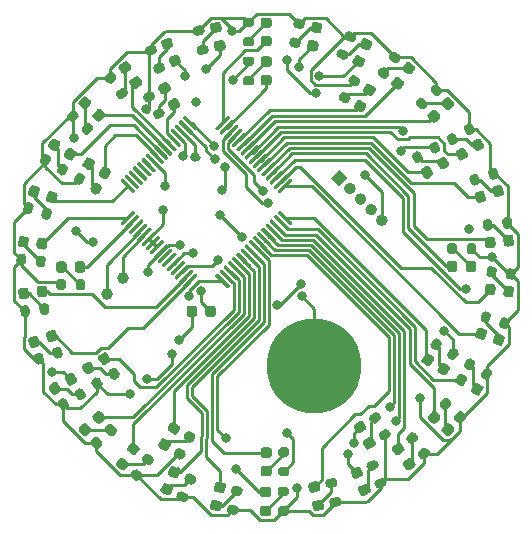
<source format=gbr>
%TF.GenerationSoftware,KiCad,Pcbnew,5.1.8-1.fc33*%
%TF.CreationDate,2021-01-30T22:30:16+01:00*%
%TF.ProjectId,lightring,6c696768-7472-4696-9e67-2e6b69636164,rev?*%
%TF.SameCoordinates,Original*%
%TF.FileFunction,Copper,L1,Top*%
%TF.FilePolarity,Positive*%
%FSLAX46Y46*%
G04 Gerber Fmt 4.6, Leading zero omitted, Abs format (unit mm)*
G04 Created by KiCad (PCBNEW 5.1.8-1.fc33) date 2021-01-30 22:30:16*
%MOMM*%
%LPD*%
G01*
G04 APERTURE LIST*
%TA.AperFunction,ComponentPad*%
%ADD10C,1.000000*%
%TD*%
%TA.AperFunction,ComponentPad*%
%ADD11C,0.100000*%
%TD*%
%TA.AperFunction,SMDPad,CuDef*%
%ADD12C,8.000000*%
%TD*%
%TA.AperFunction,ViaPad*%
%ADD13C,0.800000*%
%TD*%
%TA.AperFunction,Conductor*%
%ADD14C,0.250000*%
%TD*%
G04 APERTURE END LIST*
%TO.P,D1,2*%
%TO.N,M0*%
%TA.AperFunction,SMDPad,CuDef*%
G36*
G01*
X169743750Y-60500000D02*
X170256250Y-60500000D01*
G75*
G02*
X170475000Y-60718750I0J-218750D01*
G01*
X170475000Y-61156250D01*
G75*
G02*
X170256250Y-61375000I-218750J0D01*
G01*
X169743750Y-61375000D01*
G75*
G02*
X169525000Y-61156250I0J218750D01*
G01*
X169525000Y-60718750D01*
G75*
G02*
X169743750Y-60500000I218750J0D01*
G01*
G37*
%TD.AperFunction*%
%TO.P,D1,1*%
%TO.N,Net-(D1-Pad1)*%
%TA.AperFunction,SMDPad,CuDef*%
G36*
G01*
X169743750Y-58925000D02*
X170256250Y-58925000D01*
G75*
G02*
X170475000Y-59143750I0J-218750D01*
G01*
X170475000Y-59581250D01*
G75*
G02*
X170256250Y-59800000I-218750J0D01*
G01*
X169743750Y-59800000D01*
G75*
G02*
X169525000Y-59581250I0J218750D01*
G01*
X169525000Y-59143750D01*
G75*
G02*
X169743750Y-58925000I218750J0D01*
G01*
G37*
%TD.AperFunction*%
%TD*%
%TO.P,D2,2*%
%TO.N,M1*%
%TA.AperFunction,SMDPad,CuDef*%
G36*
G01*
X173776581Y-60839074D02*
X174277882Y-60945629D01*
G75*
G02*
X174446371Y-61205080I-45481J-213970D01*
G01*
X174355410Y-61633019D01*
G75*
G02*
X174095959Y-61801508I-213970J45481D01*
G01*
X173594658Y-61694953D01*
G75*
G02*
X173426169Y-61435502I45481J213970D01*
G01*
X173517130Y-61007563D01*
G75*
G02*
X173776581Y-60839074I213970J-45481D01*
G01*
G37*
%TD.AperFunction*%
%TO.P,D2,1*%
%TO.N,Net-(D2-Pad1)*%
%TA.AperFunction,SMDPad,CuDef*%
G36*
G01*
X174104041Y-59298492D02*
X174605342Y-59405047D01*
G75*
G02*
X174773831Y-59664498I-45481J-213970D01*
G01*
X174682870Y-60092437D01*
G75*
G02*
X174423419Y-60260926I-213970J45481D01*
G01*
X173922118Y-60154371D01*
G75*
G02*
X173753629Y-59894920I45481J213970D01*
G01*
X173844590Y-59466981D01*
G75*
G02*
X174104041Y-59298492I213970J-45481D01*
G01*
G37*
%TD.AperFunction*%
%TD*%
%TO.P,D3,2*%
%TO.N,M2*%
%TA.AperFunction,SMDPad,CuDef*%
G36*
G01*
X177773547Y-62115515D02*
X178241739Y-62323967D01*
G75*
G02*
X178352603Y-62612779I-88974J-199838D01*
G01*
X178174655Y-63012455D01*
G75*
G02*
X177885843Y-63123319I-199838J88974D01*
G01*
X177417651Y-62914867D01*
G75*
G02*
X177306787Y-62626055I88974J199838D01*
G01*
X177484735Y-62226379D01*
G75*
G02*
X177773547Y-62115515I199838J-88974D01*
G01*
G37*
%TD.AperFunction*%
%TO.P,D3,1*%
%TO.N,Net-(D3-Pad1)*%
%TA.AperFunction,SMDPad,CuDef*%
G36*
G01*
X178414157Y-60676681D02*
X178882349Y-60885133D01*
G75*
G02*
X178993213Y-61173945I-88974J-199838D01*
G01*
X178815265Y-61573621D01*
G75*
G02*
X178526453Y-61684485I-199838J88974D01*
G01*
X178058261Y-61476033D01*
G75*
G02*
X177947397Y-61187221I88974J199838D01*
G01*
X178125345Y-60787545D01*
G75*
G02*
X178414157Y-60676681I199838J-88974D01*
G01*
G37*
%TD.AperFunction*%
%TD*%
%TO.P,D4,2*%
%TO.N,M3*%
%TA.AperFunction,SMDPad,CuDef*%
G36*
G01*
X181186964Y-63982537D02*
X181601586Y-64283777D01*
G75*
G02*
X181649980Y-64589327I-128578J-176972D01*
G01*
X181392824Y-64943271D01*
G75*
G02*
X181087274Y-64991665I-176972J128578D01*
G01*
X180672652Y-64690425D01*
G75*
G02*
X180624258Y-64384875I128578J176972D01*
G01*
X180881414Y-64030931D01*
G75*
G02*
X181186964Y-63982537I176972J-128578D01*
G01*
G37*
%TD.AperFunction*%
%TO.P,D4,1*%
%TO.N,Net-(D4-Pad1)*%
%TA.AperFunction,SMDPad,CuDef*%
G36*
G01*
X182112726Y-62708335D02*
X182527348Y-63009575D01*
G75*
G02*
X182575742Y-63315125I-128578J-176972D01*
G01*
X182318586Y-63669069D01*
G75*
G02*
X182013036Y-63717463I-176972J128578D01*
G01*
X181598414Y-63416223D01*
G75*
G02*
X181550020Y-63110673I128578J176972D01*
G01*
X181807176Y-62756729D01*
G75*
G02*
X182112726Y-62708335I176972J-128578D01*
G01*
G37*
%TD.AperFunction*%
%TD*%
%TO.P,D5,2*%
%TO.N,M4*%
%TA.AperFunction,SMDPad,CuDef*%
G36*
G01*
X184368434Y-66793765D02*
X184711364Y-67174627D01*
G75*
G02*
X184695173Y-67483562I-162563J-146372D01*
G01*
X184370047Y-67776306D01*
G75*
G02*
X184061112Y-67760115I-146372J162563D01*
G01*
X183718182Y-67379253D01*
G75*
G02*
X183734373Y-67070318I162563J146372D01*
G01*
X184059499Y-66777574D01*
G75*
G02*
X184368434Y-66793765I146372J-162563D01*
G01*
G37*
%TD.AperFunction*%
%TO.P,D5,1*%
%TO.N,Net-(D5-Pad1)*%
%TA.AperFunction,SMDPad,CuDef*%
G36*
G01*
X185538888Y-65739885D02*
X185881818Y-66120747D01*
G75*
G02*
X185865627Y-66429682I-162563J-146372D01*
G01*
X185540501Y-66722426D01*
G75*
G02*
X185231566Y-66706235I-146372J162563D01*
G01*
X184888636Y-66325373D01*
G75*
G02*
X184904827Y-66016438I162563J146372D01*
G01*
X185229953Y-65723694D01*
G75*
G02*
X185538888Y-65739885I146372J-162563D01*
G01*
G37*
%TD.AperFunction*%
%TD*%
%TO.P,D6,2*%
%TO.N,M5*%
%TA.AperFunction,SMDPad,CuDef*%
G36*
G01*
X186818766Y-70053081D02*
X187075016Y-70496919D01*
G75*
G02*
X186994948Y-70795737I-189443J-109375D01*
G01*
X186616062Y-71014487D01*
G75*
G02*
X186317244Y-70934419I-109375J189443D01*
G01*
X186060994Y-70490581D01*
G75*
G02*
X186141062Y-70191763I189443J109375D01*
G01*
X186519948Y-69973013D01*
G75*
G02*
X186818766Y-70053081I109375J-189443D01*
G01*
G37*
%TD.AperFunction*%
%TO.P,D6,1*%
%TO.N,Net-(D6-Pad1)*%
%TA.AperFunction,SMDPad,CuDef*%
G36*
G01*
X188182756Y-69265581D02*
X188439006Y-69709419D01*
G75*
G02*
X188358938Y-70008237I-189443J-109375D01*
G01*
X187980052Y-70226987D01*
G75*
G02*
X187681234Y-70146919I-109375J189443D01*
G01*
X187424984Y-69703081D01*
G75*
G02*
X187505052Y-69404263I189443J109375D01*
G01*
X187883938Y-69185513D01*
G75*
G02*
X188182756Y-69265581I109375J-189443D01*
G01*
G37*
%TD.AperFunction*%
%TD*%
%TO.P,D7,2*%
%TO.N,M6*%
%TA.AperFunction,SMDPad,CuDef*%
G36*
G01*
X188487945Y-73714448D02*
X188646316Y-74201865D01*
G75*
G02*
X188505869Y-74477506I-208044J-67597D01*
G01*
X188089782Y-74612701D01*
G75*
G02*
X187814141Y-74472254I-67597J208044D01*
G01*
X187655770Y-73984837D01*
G75*
G02*
X187796217Y-73709196I208044J67597D01*
G01*
X188212304Y-73574001D01*
G75*
G02*
X188487945Y-73714448I67597J-208044D01*
G01*
G37*
%TD.AperFunction*%
%TO.P,D7,1*%
%TO.N,Net-(D7-Pad1)*%
%TA.AperFunction,SMDPad,CuDef*%
G36*
G01*
X189985859Y-73227746D02*
X190144230Y-73715163D01*
G75*
G02*
X190003783Y-73990804I-208044J-67597D01*
G01*
X189587696Y-74125999D01*
G75*
G02*
X189312055Y-73985552I-67597J208044D01*
G01*
X189153684Y-73498135D01*
G75*
G02*
X189294131Y-73222494I208044J67597D01*
G01*
X189710218Y-73087299D01*
G75*
G02*
X189985859Y-73227746I67597J-208044D01*
G01*
G37*
%TD.AperFunction*%
%TD*%
%TO.P,D8,2*%
%TO.N,M7*%
%TA.AperFunction,SMDPad,CuDef*%
G36*
G01*
X189375132Y-77681738D02*
X189428703Y-78191431D01*
G75*
G02*
X189234017Y-78431849I-217552J-22866D01*
G01*
X188798914Y-78477580D01*
G75*
G02*
X188558496Y-78282894I-22866J217552D01*
G01*
X188504925Y-77773201D01*
G75*
G02*
X188699611Y-77532783I217552J22866D01*
G01*
X189134714Y-77487052D01*
G75*
G02*
X189375132Y-77681738I22866J-217552D01*
G01*
G37*
%TD.AperFunction*%
%TO.P,D8,1*%
%TO.N,Net-(D8-Pad1)*%
%TA.AperFunction,SMDPad,CuDef*%
G36*
G01*
X190941504Y-77517106D02*
X190995075Y-78026799D01*
G75*
G02*
X190800389Y-78267217I-217552J-22866D01*
G01*
X190365286Y-78312948D01*
G75*
G02*
X190124868Y-78118262I-22866J217552D01*
G01*
X190071297Y-77608569D01*
G75*
G02*
X190265983Y-77368151I217552J22866D01*
G01*
X190701086Y-77322420D01*
G75*
G02*
X190941504Y-77517106I22866J-217552D01*
G01*
G37*
%TD.AperFunction*%
%TD*%
%TO.P,D9,2*%
%TO.N,M8*%
%TA.AperFunction,SMDPad,CuDef*%
G36*
G01*
X189428703Y-81758569D02*
X189375132Y-82268262D01*
G75*
G02*
X189134714Y-82462948I-217552J22866D01*
G01*
X188699611Y-82417217D01*
G75*
G02*
X188504925Y-82176799I22866J217552D01*
G01*
X188558496Y-81667106D01*
G75*
G02*
X188798914Y-81472420I217552J-22866D01*
G01*
X189234017Y-81518151D01*
G75*
G02*
X189428703Y-81758569I-22866J-217552D01*
G01*
G37*
%TD.AperFunction*%
%TO.P,D9,1*%
%TO.N,Net-(D9-Pad1)*%
%TA.AperFunction,SMDPad,CuDef*%
G36*
G01*
X190995075Y-81923201D02*
X190941504Y-82432894D01*
G75*
G02*
X190701086Y-82627580I-217552J22866D01*
G01*
X190265983Y-82581849D01*
G75*
G02*
X190071297Y-82341431I22866J217552D01*
G01*
X190124868Y-81831738D01*
G75*
G02*
X190365286Y-81637052I217552J-22866D01*
G01*
X190800389Y-81682783D01*
G75*
G02*
X190995075Y-81923201I-22866J-217552D01*
G01*
G37*
%TD.AperFunction*%
%TD*%
%TO.P,D10,2*%
%TO.N,M9*%
%TA.AperFunction,SMDPad,CuDef*%
G36*
G01*
X188696316Y-85598135D02*
X188537945Y-86085552D01*
G75*
G02*
X188262304Y-86225999I-208044J67597D01*
G01*
X187846217Y-86090804D01*
G75*
G02*
X187705770Y-85815163I67597J208044D01*
G01*
X187864141Y-85327746D01*
G75*
G02*
X188139782Y-85187299I208044J-67597D01*
G01*
X188555869Y-85322494D01*
G75*
G02*
X188696316Y-85598135I-67597J-208044D01*
G01*
G37*
%TD.AperFunction*%
%TO.P,D10,1*%
%TO.N,Net-(D10-Pad1)*%
%TA.AperFunction,SMDPad,CuDef*%
G36*
G01*
X190194230Y-86084837D02*
X190035859Y-86572254D01*
G75*
G02*
X189760218Y-86712701I-208044J67597D01*
G01*
X189344131Y-86577506D01*
G75*
G02*
X189203684Y-86301865I67597J208044D01*
G01*
X189362055Y-85814448D01*
G75*
G02*
X189637696Y-85674001I208044J-67597D01*
G01*
X190053783Y-85809196D01*
G75*
G02*
X190194230Y-86084837I-67597J-208044D01*
G01*
G37*
%TD.AperFunction*%
%TD*%
%TO.P,D11,2*%
%TO.N,M10*%
%TA.AperFunction,SMDPad,CuDef*%
G36*
G01*
X187025016Y-89603081D02*
X186768766Y-90046919D01*
G75*
G02*
X186469948Y-90126987I-189443J109375D01*
G01*
X186091062Y-89908237D01*
G75*
G02*
X186010994Y-89609419I109375J189443D01*
G01*
X186267244Y-89165581D01*
G75*
G02*
X186566062Y-89085513I189443J-109375D01*
G01*
X186944948Y-89304263D01*
G75*
G02*
X187025016Y-89603081I-109375J-189443D01*
G01*
G37*
%TD.AperFunction*%
%TO.P,D11,1*%
%TO.N,Net-(D11-Pad1)*%
%TA.AperFunction,SMDPad,CuDef*%
G36*
G01*
X188389006Y-90390581D02*
X188132756Y-90834419D01*
G75*
G02*
X187833938Y-90914487I-189443J109375D01*
G01*
X187455052Y-90695737D01*
G75*
G02*
X187374984Y-90396919I109375J189443D01*
G01*
X187631234Y-89953081D01*
G75*
G02*
X187930052Y-89873013I189443J-109375D01*
G01*
X188308938Y-90091763D01*
G75*
G02*
X188389006Y-90390581I-109375J-189443D01*
G01*
G37*
%TD.AperFunction*%
%TD*%
%TO.P,D12,2*%
%TO.N,M11*%
%TA.AperFunction,SMDPad,CuDef*%
G36*
G01*
X184711364Y-92875373D02*
X184368434Y-93256235D01*
G75*
G02*
X184059499Y-93272426I-162563J146372D01*
G01*
X183734373Y-92979682D01*
G75*
G02*
X183718182Y-92670747I146372J162563D01*
G01*
X184061112Y-92289885D01*
G75*
G02*
X184370047Y-92273694I162563J-146372D01*
G01*
X184695173Y-92566438D01*
G75*
G02*
X184711364Y-92875373I-146372J-162563D01*
G01*
G37*
%TD.AperFunction*%
%TO.P,D12,1*%
%TO.N,Net-(D12-Pad1)*%
%TA.AperFunction,SMDPad,CuDef*%
G36*
G01*
X185881818Y-93929253D02*
X185538888Y-94310115D01*
G75*
G02*
X185229953Y-94326306I-162563J146372D01*
G01*
X184904827Y-94033562D01*
G75*
G02*
X184888636Y-93724627I146372J162563D01*
G01*
X185231566Y-93343765D01*
G75*
G02*
X185540501Y-93327574I162563J-146372D01*
G01*
X185865627Y-93620318D01*
G75*
G02*
X185881818Y-93929253I-146372J-162563D01*
G01*
G37*
%TD.AperFunction*%
%TD*%
%TO.P,D13,2*%
%TO.N,M12*%
%TA.AperFunction,SMDPad,CuDef*%
G36*
G01*
X181651586Y-95666223D02*
X181236964Y-95967463D01*
G75*
G02*
X180931414Y-95919069I-128578J176972D01*
G01*
X180674258Y-95565125D01*
G75*
G02*
X180722652Y-95259575I176972J128578D01*
G01*
X181137274Y-94958335D01*
G75*
G02*
X181442824Y-95006729I128578J-176972D01*
G01*
X181699980Y-95360673D01*
G75*
G02*
X181651586Y-95666223I-176972J-128578D01*
G01*
G37*
%TD.AperFunction*%
%TO.P,D13,1*%
%TO.N,Net-(D13-Pad1)*%
%TA.AperFunction,SMDPad,CuDef*%
G36*
G01*
X182577348Y-96940425D02*
X182162726Y-97241665D01*
G75*
G02*
X181857176Y-97193271I-128578J176972D01*
G01*
X181600020Y-96839327D01*
G75*
G02*
X181648414Y-96533777I176972J128578D01*
G01*
X182063036Y-96232537D01*
G75*
G02*
X182368586Y-96280931I128578J-176972D01*
G01*
X182625742Y-96634875D01*
G75*
G02*
X182577348Y-96940425I-176972J-128578D01*
G01*
G37*
%TD.AperFunction*%
%TD*%
%TO.P,D14,2*%
%TO.N,M13*%
%TA.AperFunction,SMDPad,CuDef*%
G36*
G01*
X178091739Y-97776033D02*
X177623547Y-97984485D01*
G75*
G02*
X177334735Y-97873621I-88974J199838D01*
G01*
X177156787Y-97473945D01*
G75*
G02*
X177267651Y-97185133I199838J88974D01*
G01*
X177735843Y-96976681D01*
G75*
G02*
X178024655Y-97087545I88974J-199838D01*
G01*
X178202603Y-97487221D01*
G75*
G02*
X178091739Y-97776033I-199838J-88974D01*
G01*
G37*
%TD.AperFunction*%
%TO.P,D14,1*%
%TO.N,Net-(D14-Pad1)*%
%TA.AperFunction,SMDPad,CuDef*%
G36*
G01*
X178732349Y-99214867D02*
X178264157Y-99423319D01*
G75*
G02*
X177975345Y-99312455I-88974J199838D01*
G01*
X177797397Y-98912779D01*
G75*
G02*
X177908261Y-98623967I199838J88974D01*
G01*
X178376453Y-98415515D01*
G75*
G02*
X178665265Y-98526379I88974J-199838D01*
G01*
X178843213Y-98926055D01*
G75*
G02*
X178732349Y-99214867I-199838J-88974D01*
G01*
G37*
%TD.AperFunction*%
%TD*%
%TO.P,D15,2*%
%TO.N,M14*%
%TA.AperFunction,SMDPad,CuDef*%
G36*
G01*
X174427882Y-99054371D02*
X173926581Y-99160926D01*
G75*
G02*
X173667130Y-98992437I-45481J213970D01*
G01*
X173576169Y-98564498D01*
G75*
G02*
X173744658Y-98305047I213970J45481D01*
G01*
X174245959Y-98198492D01*
G75*
G02*
X174505410Y-98366981I45481J-213970D01*
G01*
X174596371Y-98794920D01*
G75*
G02*
X174427882Y-99054371I-213970J-45481D01*
G01*
G37*
%TD.AperFunction*%
%TO.P,D15,1*%
%TO.N,Net-(D15-Pad1)*%
%TA.AperFunction,SMDPad,CuDef*%
G36*
G01*
X174755342Y-100594953D02*
X174254041Y-100701508D01*
G75*
G02*
X173994590Y-100533019I-45481J213970D01*
G01*
X173903629Y-100105080D01*
G75*
G02*
X174072118Y-99845629I213970J45481D01*
G01*
X174573419Y-99739074D01*
G75*
G02*
X174832870Y-99907563I45481J-213970D01*
G01*
X174923831Y-100335502D01*
G75*
G02*
X174755342Y-100594953I-213970J-45481D01*
G01*
G37*
%TD.AperFunction*%
%TD*%
%TO.P,D16,2*%
%TO.N,M15*%
%TA.AperFunction,SMDPad,CuDef*%
G36*
G01*
X170206250Y-99550000D02*
X169693750Y-99550000D01*
G75*
G02*
X169475000Y-99331250I0J218750D01*
G01*
X169475000Y-98893750D01*
G75*
G02*
X169693750Y-98675000I218750J0D01*
G01*
X170206250Y-98675000D01*
G75*
G02*
X170425000Y-98893750I0J-218750D01*
G01*
X170425000Y-99331250D01*
G75*
G02*
X170206250Y-99550000I-218750J0D01*
G01*
G37*
%TD.AperFunction*%
%TO.P,D16,1*%
%TO.N,Net-(D16-Pad1)*%
%TA.AperFunction,SMDPad,CuDef*%
G36*
G01*
X170206250Y-101125000D02*
X169693750Y-101125000D01*
G75*
G02*
X169475000Y-100906250I0J218750D01*
G01*
X169475000Y-100468750D01*
G75*
G02*
X169693750Y-100250000I218750J0D01*
G01*
X170206250Y-100250000D01*
G75*
G02*
X170425000Y-100468750I0J-218750D01*
G01*
X170425000Y-100906250D01*
G75*
G02*
X170206250Y-101125000I-218750J0D01*
G01*
G37*
%TD.AperFunction*%
%TD*%
%TO.P,D17,2*%
%TO.N,M16*%
%TA.AperFunction,SMDPad,CuDef*%
G36*
G01*
X166237149Y-99190635D02*
X165735848Y-99084080D01*
G75*
G02*
X165567359Y-98824629I45481J213970D01*
G01*
X165658320Y-98396690D01*
G75*
G02*
X165917771Y-98228201I213970J-45481D01*
G01*
X166419072Y-98334756D01*
G75*
G02*
X166587561Y-98594207I-45481J-213970D01*
G01*
X166496600Y-99022146D01*
G75*
G02*
X166237149Y-99190635I-213970J45481D01*
G01*
G37*
%TD.AperFunction*%
%TO.P,D17,1*%
%TO.N,Net-(D17-Pad1)*%
%TA.AperFunction,SMDPad,CuDef*%
G36*
G01*
X165909689Y-100731217D02*
X165408388Y-100624662D01*
G75*
G02*
X165239899Y-100365211I45481J213970D01*
G01*
X165330860Y-99937272D01*
G75*
G02*
X165590311Y-99768783I213970J-45481D01*
G01*
X166091612Y-99875338D01*
G75*
G02*
X166260101Y-100134789I-45481J-213970D01*
G01*
X166169140Y-100562728D01*
G75*
G02*
X165909689Y-100731217I-213970J45481D01*
G01*
G37*
%TD.AperFunction*%
%TD*%
%TO.P,D18,2*%
%TO.N,M17*%
%TA.AperFunction,SMDPad,CuDef*%
G36*
G01*
X162276453Y-97934485D02*
X161808261Y-97726033D01*
G75*
G02*
X161697397Y-97437221I88974J199838D01*
G01*
X161875345Y-97037545D01*
G75*
G02*
X162164157Y-96926681I199838J-88974D01*
G01*
X162632349Y-97135133D01*
G75*
G02*
X162743213Y-97423945I-88974J-199838D01*
G01*
X162565265Y-97823621D01*
G75*
G02*
X162276453Y-97934485I-199838J88974D01*
G01*
G37*
%TD.AperFunction*%
%TO.P,D18,1*%
%TO.N,Net-(D18-Pad1)*%
%TA.AperFunction,SMDPad,CuDef*%
G36*
G01*
X161635843Y-99373319D02*
X161167651Y-99164867D01*
G75*
G02*
X161056787Y-98876055I88974J199838D01*
G01*
X161234735Y-98476379D01*
G75*
G02*
X161523547Y-98365515I199838J-88974D01*
G01*
X161991739Y-98573967D01*
G75*
G02*
X162102603Y-98862779I-88974J-199838D01*
G01*
X161924655Y-99262455D01*
G75*
G02*
X161635843Y-99373319I-199838J88974D01*
G01*
G37*
%TD.AperFunction*%
%TD*%
%TO.P,D19,2*%
%TO.N,M18*%
%TA.AperFunction,SMDPad,CuDef*%
G36*
G01*
X158713036Y-95967463D02*
X158298414Y-95666223D01*
G75*
G02*
X158250020Y-95360673I128578J176972D01*
G01*
X158507176Y-95006729D01*
G75*
G02*
X158812726Y-94958335I176972J-128578D01*
G01*
X159227348Y-95259575D01*
G75*
G02*
X159275742Y-95565125I-128578J-176972D01*
G01*
X159018586Y-95919069D01*
G75*
G02*
X158713036Y-95967463I-176972J128578D01*
G01*
G37*
%TD.AperFunction*%
%TO.P,D19,1*%
%TO.N,Net-(D19-Pad1)*%
%TA.AperFunction,SMDPad,CuDef*%
G36*
G01*
X157787274Y-97241665D02*
X157372652Y-96940425D01*
G75*
G02*
X157324258Y-96634875I128578J176972D01*
G01*
X157581414Y-96280931D01*
G75*
G02*
X157886964Y-96232537I176972J-128578D01*
G01*
X158301586Y-96533777D01*
G75*
G02*
X158349980Y-96839327I-128578J-176972D01*
G01*
X158092824Y-97193271D01*
G75*
G02*
X157787274Y-97241665I-176972J128578D01*
G01*
G37*
%TD.AperFunction*%
%TD*%
%TO.P,D20,2*%
%TO.N,M19*%
%TA.AperFunction,SMDPad,CuDef*%
G36*
G01*
X155681566Y-93256235D02*
X155338636Y-92875373D01*
G75*
G02*
X155354827Y-92566438I162563J146372D01*
G01*
X155679953Y-92273694D01*
G75*
G02*
X155988888Y-92289885I146372J-162563D01*
G01*
X156331818Y-92670747D01*
G75*
G02*
X156315627Y-92979682I-162563J-146372D01*
G01*
X155990501Y-93272426D01*
G75*
G02*
X155681566Y-93256235I-146372J162563D01*
G01*
G37*
%TD.AperFunction*%
%TO.P,D20,1*%
%TO.N,Net-(D20-Pad1)*%
%TA.AperFunction,SMDPad,CuDef*%
G36*
G01*
X154511112Y-94310115D02*
X154168182Y-93929253D01*
G75*
G02*
X154184373Y-93620318I162563J146372D01*
G01*
X154509499Y-93327574D01*
G75*
G02*
X154818434Y-93343765I146372J-162563D01*
G01*
X155161364Y-93724627D01*
G75*
G02*
X155145173Y-94033562I-162563J-146372D01*
G01*
X154820047Y-94326306D01*
G75*
G02*
X154511112Y-94310115I-146372J162563D01*
G01*
G37*
%TD.AperFunction*%
%TD*%
%TO.P,D21,2*%
%TO.N,M20*%
%TA.AperFunction,SMDPad,CuDef*%
G36*
G01*
X153231234Y-89996919D02*
X152974984Y-89553081D01*
G75*
G02*
X153055052Y-89254263I189443J109375D01*
G01*
X153433938Y-89035513D01*
G75*
G02*
X153732756Y-89115581I109375J-189443D01*
G01*
X153989006Y-89559419D01*
G75*
G02*
X153908938Y-89858237I-189443J-109375D01*
G01*
X153530052Y-90076987D01*
G75*
G02*
X153231234Y-89996919I-109375J189443D01*
G01*
G37*
%TD.AperFunction*%
%TO.P,D21,1*%
%TO.N,Net-(D21-Pad1)*%
%TA.AperFunction,SMDPad,CuDef*%
G36*
G01*
X151867244Y-90784419D02*
X151610994Y-90340581D01*
G75*
G02*
X151691062Y-90041763I189443J109375D01*
G01*
X152069948Y-89823013D01*
G75*
G02*
X152368766Y-89903081I109375J-189443D01*
G01*
X152625016Y-90346919D01*
G75*
G02*
X152544948Y-90645737I-189443J-109375D01*
G01*
X152166062Y-90864487D01*
G75*
G02*
X151867244Y-90784419I-109375J189443D01*
G01*
G37*
%TD.AperFunction*%
%TD*%
%TO.P,D22,2*%
%TO.N,M21*%
%TA.AperFunction,SMDPad,CuDef*%
G36*
G01*
X151512055Y-86285552D02*
X151353684Y-85798135D01*
G75*
G02*
X151494131Y-85522494I208044J67597D01*
G01*
X151910218Y-85387299D01*
G75*
G02*
X152185859Y-85527746I67597J-208044D01*
G01*
X152344230Y-86015163D01*
G75*
G02*
X152203783Y-86290804I-208044J-67597D01*
G01*
X151787696Y-86425999D01*
G75*
G02*
X151512055Y-86285552I-67597J208044D01*
G01*
G37*
%TD.AperFunction*%
%TO.P,D22,1*%
%TO.N,Net-(D22-Pad1)*%
%TA.AperFunction,SMDPad,CuDef*%
G36*
G01*
X150014141Y-86772254D02*
X149855770Y-86284837D01*
G75*
G02*
X149996217Y-86009196I208044J67597D01*
G01*
X150412304Y-85874001D01*
G75*
G02*
X150687945Y-86014448I67597J-208044D01*
G01*
X150846316Y-86501865D01*
G75*
G02*
X150705869Y-86777506I-208044J-67597D01*
G01*
X150289782Y-86912701D01*
G75*
G02*
X150014141Y-86772254I-67597J208044D01*
G01*
G37*
%TD.AperFunction*%
%TD*%
%TO.P,D23,2*%
%TO.N,M22*%
%TA.AperFunction,SMDPad,CuDef*%
G36*
G01*
X150624868Y-82418262D02*
X150571297Y-81908569D01*
G75*
G02*
X150765983Y-81668151I217552J22866D01*
G01*
X151201086Y-81622420D01*
G75*
G02*
X151441504Y-81817106I22866J-217552D01*
G01*
X151495075Y-82326799D01*
G75*
G02*
X151300389Y-82567217I-217552J-22866D01*
G01*
X150865286Y-82612948D01*
G75*
G02*
X150624868Y-82418262I-22866J217552D01*
G01*
G37*
%TD.AperFunction*%
%TO.P,D23,1*%
%TO.N,Net-(D23-Pad1)*%
%TA.AperFunction,SMDPad,CuDef*%
G36*
G01*
X149058496Y-82582894D02*
X149004925Y-82073201D01*
G75*
G02*
X149199611Y-81832783I217552J22866D01*
G01*
X149634714Y-81787052D01*
G75*
G02*
X149875132Y-81981738I22866J-217552D01*
G01*
X149928703Y-82491431D01*
G75*
G02*
X149734017Y-82731849I-217552J-22866D01*
G01*
X149298914Y-82777580D01*
G75*
G02*
X149058496Y-82582894I-22866J217552D01*
G01*
G37*
%TD.AperFunction*%
%TD*%
%TO.P,D24,2*%
%TO.N,M23*%
%TA.AperFunction,SMDPad,CuDef*%
G36*
G01*
X150558797Y-78291431D02*
X150612368Y-77781738D01*
G75*
G02*
X150852786Y-77587052I217552J-22866D01*
G01*
X151287889Y-77632783D01*
G75*
G02*
X151482575Y-77873201I-22866J-217552D01*
G01*
X151429004Y-78382894D01*
G75*
G02*
X151188586Y-78577580I-217552J22866D01*
G01*
X150753483Y-78531849D01*
G75*
G02*
X150558797Y-78291431I22866J217552D01*
G01*
G37*
%TD.AperFunction*%
%TO.P,D24,1*%
%TO.N,Net-(D24-Pad1)*%
%TA.AperFunction,SMDPad,CuDef*%
G36*
G01*
X148992425Y-78126799D02*
X149045996Y-77617106D01*
G75*
G02*
X149286414Y-77422420I217552J-22866D01*
G01*
X149721517Y-77468151D01*
G75*
G02*
X149916203Y-77708569I-22866J-217552D01*
G01*
X149862632Y-78218262D01*
G75*
G02*
X149622214Y-78412948I-217552J22866D01*
G01*
X149187111Y-78367217D01*
G75*
G02*
X148992425Y-78126799I22866J217552D01*
G01*
G37*
%TD.AperFunction*%
%TD*%
%TO.P,D25,2*%
%TO.N,M24*%
%TA.AperFunction,SMDPad,CuDef*%
G36*
G01*
X151353684Y-74251865D02*
X151512055Y-73764448D01*
G75*
G02*
X151787696Y-73624001I208044J-67597D01*
G01*
X152203783Y-73759196D01*
G75*
G02*
X152344230Y-74034837I-67597J-208044D01*
G01*
X152185859Y-74522254D01*
G75*
G02*
X151910218Y-74662701I-208044J67597D01*
G01*
X151494131Y-74527506D01*
G75*
G02*
X151353684Y-74251865I67597J208044D01*
G01*
G37*
%TD.AperFunction*%
%TO.P,D25,1*%
%TO.N,Net-(D25-Pad1)*%
%TA.AperFunction,SMDPad,CuDef*%
G36*
G01*
X149855770Y-73765163D02*
X150014141Y-73277746D01*
G75*
G02*
X150289782Y-73137299I208044J-67597D01*
G01*
X150705869Y-73272494D01*
G75*
G02*
X150846316Y-73548135I-67597J-208044D01*
G01*
X150687945Y-74035552D01*
G75*
G02*
X150412304Y-74175999I-208044J67597D01*
G01*
X149996217Y-74040804D01*
G75*
G02*
X149855770Y-73765163I67597J208044D01*
G01*
G37*
%TD.AperFunction*%
%TD*%
%TO.P,D26,2*%
%TO.N,M25*%
%TA.AperFunction,SMDPad,CuDef*%
G36*
G01*
X152924984Y-70496919D02*
X153181234Y-70053081D01*
G75*
G02*
X153480052Y-69973013I189443J-109375D01*
G01*
X153858938Y-70191763D01*
G75*
G02*
X153939006Y-70490581I-109375J-189443D01*
G01*
X153682756Y-70934419D01*
G75*
G02*
X153383938Y-71014487I-189443J109375D01*
G01*
X153005052Y-70795737D01*
G75*
G02*
X152924984Y-70496919I109375J189443D01*
G01*
G37*
%TD.AperFunction*%
%TO.P,D26,1*%
%TO.N,Net-(D26-Pad1)*%
%TA.AperFunction,SMDPad,CuDef*%
G36*
G01*
X151560994Y-69709419D02*
X151817244Y-69265581D01*
G75*
G02*
X152116062Y-69185513I189443J-109375D01*
G01*
X152494948Y-69404263D01*
G75*
G02*
X152575016Y-69703081I-109375J-189443D01*
G01*
X152318766Y-70146919D01*
G75*
G02*
X152019948Y-70226987I-189443J109375D01*
G01*
X151641062Y-70008237D01*
G75*
G02*
X151560994Y-69709419I109375J189443D01*
G01*
G37*
%TD.AperFunction*%
%TD*%
%TO.P,D27,2*%
%TO.N,M26*%
%TA.AperFunction,SMDPad,CuDef*%
G36*
G01*
X155323863Y-67101567D02*
X155666793Y-66720705D01*
G75*
G02*
X155975728Y-66704514I162563J-146372D01*
G01*
X156300854Y-66997258D01*
G75*
G02*
X156317045Y-67306193I-146372J-162563D01*
G01*
X155974115Y-67687055D01*
G75*
G02*
X155665180Y-67703246I-162563J146372D01*
G01*
X155340054Y-67410502D01*
G75*
G02*
X155323863Y-67101567I146372J162563D01*
G01*
G37*
%TD.AperFunction*%
%TO.P,D27,1*%
%TO.N,Net-(D27-Pad1)*%
%TA.AperFunction,SMDPad,CuDef*%
G36*
G01*
X154153409Y-66047687D02*
X154496339Y-65666825D01*
G75*
G02*
X154805274Y-65650634I162563J-146372D01*
G01*
X155130400Y-65943378D01*
G75*
G02*
X155146591Y-66252313I-146372J-162563D01*
G01*
X154803661Y-66633175D01*
G75*
G02*
X154494726Y-66649366I-162563J146372D01*
G01*
X154169600Y-66356622D01*
G75*
G02*
X154153409Y-66047687I146372J162563D01*
G01*
G37*
%TD.AperFunction*%
%TD*%
%TO.P,D28,2*%
%TO.N,M27*%
%TA.AperFunction,SMDPad,CuDef*%
G36*
G01*
X158498414Y-64233777D02*
X158913036Y-63932537D01*
G75*
G02*
X159218586Y-63980931I128578J-176972D01*
G01*
X159475742Y-64334875D01*
G75*
G02*
X159427348Y-64640425I-176972J-128578D01*
G01*
X159012726Y-64941665D01*
G75*
G02*
X158707176Y-64893271I-128578J176972D01*
G01*
X158450020Y-64539327D01*
G75*
G02*
X158498414Y-64233777I176972J128578D01*
G01*
G37*
%TD.AperFunction*%
%TO.P,D28,1*%
%TO.N,Net-(D28-Pad1)*%
%TA.AperFunction,SMDPad,CuDef*%
G36*
G01*
X157572652Y-62959575D02*
X157987274Y-62658335D01*
G75*
G02*
X158292824Y-62706729I128578J-176972D01*
G01*
X158549980Y-63060673D01*
G75*
G02*
X158501586Y-63366223I-176972J-128578D01*
G01*
X158086964Y-63667463D01*
G75*
G02*
X157781414Y-63619069I-128578J176972D01*
G01*
X157524258Y-63265125D01*
G75*
G02*
X157572652Y-62959575I176972J128578D01*
G01*
G37*
%TD.AperFunction*%
%TD*%
%TO.P,D29,2*%
%TO.N,M28*%
%TA.AperFunction,SMDPad,CuDef*%
G36*
G01*
X161858261Y-62273967D02*
X162326453Y-62065515D01*
G75*
G02*
X162615265Y-62176379I88974J-199838D01*
G01*
X162793213Y-62576055D01*
G75*
G02*
X162682349Y-62864867I-199838J-88974D01*
G01*
X162214157Y-63073319D01*
G75*
G02*
X161925345Y-62962455I-88974J199838D01*
G01*
X161747397Y-62562779D01*
G75*
G02*
X161858261Y-62273967I199838J88974D01*
G01*
G37*
%TD.AperFunction*%
%TO.P,D29,1*%
%TO.N,Net-(D29-Pad1)*%
%TA.AperFunction,SMDPad,CuDef*%
G36*
G01*
X161217651Y-60835133D02*
X161685843Y-60626681D01*
G75*
G02*
X161974655Y-60737545I88974J-199838D01*
G01*
X162152603Y-61137221D01*
G75*
G02*
X162041739Y-61426033I-199838J-88974D01*
G01*
X161573547Y-61634485D01*
G75*
G02*
X161284735Y-61523621I-88974J199838D01*
G01*
X161106787Y-61123945D01*
G75*
G02*
X161217651Y-60835133I199838J88974D01*
G01*
G37*
%TD.AperFunction*%
%TD*%
%TO.P,D30,2*%
%TO.N,M29*%
%TA.AperFunction,SMDPad,CuDef*%
G36*
G01*
X165722118Y-60945629D02*
X166223419Y-60839074D01*
G75*
G02*
X166482870Y-61007563I45481J-213970D01*
G01*
X166573831Y-61435502D01*
G75*
G02*
X166405342Y-61694953I-213970J-45481D01*
G01*
X165904041Y-61801508D01*
G75*
G02*
X165644590Y-61633019I-45481J213970D01*
G01*
X165553629Y-61205080D01*
G75*
G02*
X165722118Y-60945629I213970J45481D01*
G01*
G37*
%TD.AperFunction*%
%TO.P,D30,1*%
%TO.N,Net-(D30-Pad1)*%
%TA.AperFunction,SMDPad,CuDef*%
G36*
G01*
X165394658Y-59405047D02*
X165895959Y-59298492D01*
G75*
G02*
X166155410Y-59466981I45481J-213970D01*
G01*
X166246371Y-59894920D01*
G75*
G02*
X166077882Y-60154371I-213970J-45481D01*
G01*
X165576581Y-60260926D01*
G75*
G02*
X165317130Y-60092437I-45481J213970D01*
G01*
X165226169Y-59664498D01*
G75*
G02*
X165394658Y-59405047I213970J45481D01*
G01*
G37*
%TD.AperFunction*%
%TD*%
%TO.P,D31,2*%
%TO.N,H0*%
%TA.AperFunction,SMDPad,CuDef*%
G36*
G01*
X169743750Y-63787500D02*
X170256250Y-63787500D01*
G75*
G02*
X170475000Y-64006250I0J-218750D01*
G01*
X170475000Y-64443750D01*
G75*
G02*
X170256250Y-64662500I-218750J0D01*
G01*
X169743750Y-64662500D01*
G75*
G02*
X169525000Y-64443750I0J218750D01*
G01*
X169525000Y-64006250D01*
G75*
G02*
X169743750Y-63787500I218750J0D01*
G01*
G37*
%TD.AperFunction*%
%TO.P,D31,1*%
%TO.N,Net-(D31-Pad1)*%
%TA.AperFunction,SMDPad,CuDef*%
G36*
G01*
X169743750Y-62212500D02*
X170256250Y-62212500D01*
G75*
G02*
X170475000Y-62431250I0J-218750D01*
G01*
X170475000Y-62868750D01*
G75*
G02*
X170256250Y-63087500I-218750J0D01*
G01*
X169743750Y-63087500D01*
G75*
G02*
X169525000Y-62868750I0J218750D01*
G01*
X169525000Y-62431250D01*
G75*
G02*
X169743750Y-62212500I218750J0D01*
G01*
G37*
%TD.AperFunction*%
%TD*%
%TO.P,D32,2*%
%TO.N,H1*%
%TA.AperFunction,SMDPad,CuDef*%
G36*
G01*
X177959331Y-65906979D02*
X178403169Y-66163229D01*
G75*
G02*
X178483237Y-66462047I-109375J-189443D01*
G01*
X178264487Y-66840933D01*
G75*
G02*
X177965669Y-66921001I-189443J109375D01*
G01*
X177521831Y-66664751D01*
G75*
G02*
X177441763Y-66365933I109375J189443D01*
G01*
X177660513Y-65987047D01*
G75*
G02*
X177959331Y-65906979I189443J-109375D01*
G01*
G37*
%TD.AperFunction*%
%TO.P,D32,1*%
%TO.N,Net-(D32-Pad1)*%
%TA.AperFunction,SMDPad,CuDef*%
G36*
G01*
X178746831Y-64542989D02*
X179190669Y-64799239D01*
G75*
G02*
X179270737Y-65098057I-109375J-189443D01*
G01*
X179051987Y-65476943D01*
G75*
G02*
X178753169Y-65557011I-189443J109375D01*
G01*
X178309331Y-65300761D01*
G75*
G02*
X178229263Y-65001943I109375J189443D01*
G01*
X178448013Y-64623057D01*
G75*
G02*
X178746831Y-64542989I189443J-109375D01*
G01*
G37*
%TD.AperFunction*%
%TD*%
%TO.P,D33,2*%
%TO.N,H2*%
%TA.AperFunction,SMDPad,CuDef*%
G36*
G01*
X183868766Y-71603081D02*
X184125016Y-72046919D01*
G75*
G02*
X184044948Y-72345737I-189443J-109375D01*
G01*
X183666062Y-72564487D01*
G75*
G02*
X183367244Y-72484419I-109375J189443D01*
G01*
X183110994Y-72040581D01*
G75*
G02*
X183191062Y-71741763I189443J109375D01*
G01*
X183569948Y-71523013D01*
G75*
G02*
X183868766Y-71603081I109375J-189443D01*
G01*
G37*
%TD.AperFunction*%
%TO.P,D33,1*%
%TO.N,Net-(D33-Pad1)*%
%TA.AperFunction,SMDPad,CuDef*%
G36*
G01*
X185232756Y-70815581D02*
X185489006Y-71259419D01*
G75*
G02*
X185408938Y-71558237I-189443J-109375D01*
G01*
X185030052Y-71776987D01*
G75*
G02*
X184731234Y-71696919I-109375J189443D01*
G01*
X184474984Y-71253081D01*
G75*
G02*
X184555052Y-70954263I189443J109375D01*
G01*
X184933938Y-70735513D01*
G75*
G02*
X185232756Y-70815581I109375J-189443D01*
G01*
G37*
%TD.AperFunction*%
%TD*%
%TO.P,D34,2*%
%TO.N,H3*%
%TA.AperFunction,SMDPad,CuDef*%
G36*
G01*
X186200000Y-79743750D02*
X186200000Y-80256250D01*
G75*
G02*
X185981250Y-80475000I-218750J0D01*
G01*
X185543750Y-80475000D01*
G75*
G02*
X185325000Y-80256250I0J218750D01*
G01*
X185325000Y-79743750D01*
G75*
G02*
X185543750Y-79525000I218750J0D01*
G01*
X185981250Y-79525000D01*
G75*
G02*
X186200000Y-79743750I0J-218750D01*
G01*
G37*
%TD.AperFunction*%
%TO.P,D34,1*%
%TO.N,Net-(D34-Pad1)*%
%TA.AperFunction,SMDPad,CuDef*%
G36*
G01*
X187775000Y-79743750D02*
X187775000Y-80256250D01*
G75*
G02*
X187556250Y-80475000I-218750J0D01*
G01*
X187118750Y-80475000D01*
G75*
G02*
X186900000Y-80256250I0J218750D01*
G01*
X186900000Y-79743750D01*
G75*
G02*
X187118750Y-79525000I218750J0D01*
G01*
X187556250Y-79525000D01*
G75*
G02*
X187775000Y-79743750I0J-218750D01*
G01*
G37*
%TD.AperFunction*%
%TD*%
%TO.P,D35,2*%
%TO.N,H4*%
%TA.AperFunction,SMDPad,CuDef*%
G36*
G01*
X184175016Y-87903081D02*
X183918766Y-88346919D01*
G75*
G02*
X183619948Y-88426987I-189443J109375D01*
G01*
X183241062Y-88208237D01*
G75*
G02*
X183160994Y-87909419I109375J189443D01*
G01*
X183417244Y-87465581D01*
G75*
G02*
X183716062Y-87385513I189443J-109375D01*
G01*
X184094948Y-87604263D01*
G75*
G02*
X184175016Y-87903081I-109375J-189443D01*
G01*
G37*
%TD.AperFunction*%
%TO.P,D35,1*%
%TO.N,Net-(D35-Pad1)*%
%TA.AperFunction,SMDPad,CuDef*%
G36*
G01*
X185539006Y-88690581D02*
X185282756Y-89134419D01*
G75*
G02*
X184983938Y-89214487I-189443J109375D01*
G01*
X184605052Y-88995737D01*
G75*
G02*
X184524984Y-88696919I109375J189443D01*
G01*
X184781234Y-88253081D01*
G75*
G02*
X185080052Y-88173013I189443J-109375D01*
G01*
X185458938Y-88391763D01*
G75*
G02*
X185539006Y-88690581I-109375J-189443D01*
G01*
G37*
%TD.AperFunction*%
%TD*%
%TO.P,D36,2*%
%TO.N,H5*%
%TA.AperFunction,SMDPad,CuDef*%
G36*
G01*
X178396919Y-93868766D02*
X177953081Y-94125016D01*
G75*
G02*
X177654263Y-94044948I-109375J189443D01*
G01*
X177435513Y-93666062D01*
G75*
G02*
X177515581Y-93367244I189443J109375D01*
G01*
X177959419Y-93110994D01*
G75*
G02*
X178258237Y-93191062I109375J-189443D01*
G01*
X178476987Y-93569948D01*
G75*
G02*
X178396919Y-93868766I-189443J-109375D01*
G01*
G37*
%TD.AperFunction*%
%TO.P,D36,1*%
%TO.N,Net-(D36-Pad1)*%
%TA.AperFunction,SMDPad,CuDef*%
G36*
G01*
X179184419Y-95232756D02*
X178740581Y-95489006D01*
G75*
G02*
X178441763Y-95408938I-109375J189443D01*
G01*
X178223013Y-95030052D01*
G75*
G02*
X178303081Y-94731234I189443J109375D01*
G01*
X178746919Y-94474984D01*
G75*
G02*
X179045737Y-94555052I109375J-189443D01*
G01*
X179264487Y-94933938D01*
G75*
G02*
X179184419Y-95232756I-189443J-109375D01*
G01*
G37*
%TD.AperFunction*%
%TD*%
%TO.P,D37,2*%
%TO.N,H6*%
%TA.AperFunction,SMDPad,CuDef*%
G36*
G01*
X170256250Y-96200000D02*
X169743750Y-96200000D01*
G75*
G02*
X169525000Y-95981250I0J218750D01*
G01*
X169525000Y-95543750D01*
G75*
G02*
X169743750Y-95325000I218750J0D01*
G01*
X170256250Y-95325000D01*
G75*
G02*
X170475000Y-95543750I0J-218750D01*
G01*
X170475000Y-95981250D01*
G75*
G02*
X170256250Y-96200000I-218750J0D01*
G01*
G37*
%TD.AperFunction*%
%TO.P,D37,1*%
%TO.N,Net-(D37-Pad1)*%
%TA.AperFunction,SMDPad,CuDef*%
G36*
G01*
X170256250Y-97775000D02*
X169743750Y-97775000D01*
G75*
G02*
X169525000Y-97556250I0J218750D01*
G01*
X169525000Y-97118750D01*
G75*
G02*
X169743750Y-96900000I218750J0D01*
G01*
X170256250Y-96900000D01*
G75*
G02*
X170475000Y-97118750I0J-218750D01*
G01*
X170475000Y-97556250D01*
G75*
G02*
X170256250Y-97775000I-218750J0D01*
G01*
G37*
%TD.AperFunction*%
%TD*%
%TO.P,D38,2*%
%TO.N,H7*%
%TA.AperFunction,SMDPad,CuDef*%
G36*
G01*
X162196919Y-94225016D02*
X161753081Y-93968766D01*
G75*
G02*
X161673013Y-93669948I109375J189443D01*
G01*
X161891763Y-93291062D01*
G75*
G02*
X162190581Y-93210994I189443J-109375D01*
G01*
X162634419Y-93467244D01*
G75*
G02*
X162714487Y-93766062I-109375J-189443D01*
G01*
X162495737Y-94144948D01*
G75*
G02*
X162196919Y-94225016I-189443J109375D01*
G01*
G37*
%TD.AperFunction*%
%TO.P,D38,1*%
%TO.N,Net-(D38-Pad1)*%
%TA.AperFunction,SMDPad,CuDef*%
G36*
G01*
X161409419Y-95589006D02*
X160965581Y-95332756D01*
G75*
G02*
X160885513Y-95033938I109375J189443D01*
G01*
X161104263Y-94655052D01*
G75*
G02*
X161403081Y-94574984I189443J-109375D01*
G01*
X161846919Y-94831234D01*
G75*
G02*
X161926987Y-95130052I-109375J-189443D01*
G01*
X161708237Y-95508938D01*
G75*
G02*
X161409419Y-95589006I-189443J109375D01*
G01*
G37*
%TD.AperFunction*%
%TD*%
%TO.P,D39,2*%
%TO.N,H8*%
%TA.AperFunction,SMDPad,CuDef*%
G36*
G01*
X156063229Y-88253169D02*
X155806979Y-87809331D01*
G75*
G02*
X155887047Y-87510513I189443J109375D01*
G01*
X156265933Y-87291763D01*
G75*
G02*
X156564751Y-87371831I109375J-189443D01*
G01*
X156821001Y-87815669D01*
G75*
G02*
X156740933Y-88114487I-189443J-109375D01*
G01*
X156362047Y-88333237D01*
G75*
G02*
X156063229Y-88253169I-109375J189443D01*
G01*
G37*
%TD.AperFunction*%
%TO.P,D39,1*%
%TO.N,Net-(D39-Pad1)*%
%TA.AperFunction,SMDPad,CuDef*%
G36*
G01*
X154699239Y-89040669D02*
X154442989Y-88596831D01*
G75*
G02*
X154523057Y-88298013I189443J109375D01*
G01*
X154901943Y-88079263D01*
G75*
G02*
X155200761Y-88159331I109375J-189443D01*
G01*
X155457011Y-88603169D01*
G75*
G02*
X155376943Y-88901987I-189443J-109375D01*
G01*
X154998057Y-89120737D01*
G75*
G02*
X154699239Y-89040669I-109375J189443D01*
G01*
G37*
%TD.AperFunction*%
%TD*%
%TO.P,D40,2*%
%TO.N,H9*%
%TA.AperFunction,SMDPad,CuDef*%
G36*
G01*
X153800000Y-80306250D02*
X153800000Y-79793750D01*
G75*
G02*
X154018750Y-79575000I218750J0D01*
G01*
X154456250Y-79575000D01*
G75*
G02*
X154675000Y-79793750I0J-218750D01*
G01*
X154675000Y-80306250D01*
G75*
G02*
X154456250Y-80525000I-218750J0D01*
G01*
X154018750Y-80525000D01*
G75*
G02*
X153800000Y-80306250I0J218750D01*
G01*
G37*
%TD.AperFunction*%
%TO.P,D40,1*%
%TO.N,Net-(D40-Pad1)*%
%TA.AperFunction,SMDPad,CuDef*%
G36*
G01*
X152225000Y-80306250D02*
X152225000Y-79793750D01*
G75*
G02*
X152443750Y-79575000I218750J0D01*
G01*
X152881250Y-79575000D01*
G75*
G02*
X153100000Y-79793750I0J-218750D01*
G01*
X153100000Y-80306250D01*
G75*
G02*
X152881250Y-80525000I-218750J0D01*
G01*
X152443750Y-80525000D01*
G75*
G02*
X152225000Y-80306250I0J218750D01*
G01*
G37*
%TD.AperFunction*%
%TD*%
%TO.P,D41,2*%
%TO.N,H10*%
%TA.AperFunction,SMDPad,CuDef*%
G36*
G01*
X155824984Y-72096919D02*
X156081234Y-71653081D01*
G75*
G02*
X156380052Y-71573013I189443J-109375D01*
G01*
X156758938Y-71791763D01*
G75*
G02*
X156839006Y-72090581I-109375J-189443D01*
G01*
X156582756Y-72534419D01*
G75*
G02*
X156283938Y-72614487I-189443J109375D01*
G01*
X155905052Y-72395737D01*
G75*
G02*
X155824984Y-72096919I109375J189443D01*
G01*
G37*
%TD.AperFunction*%
%TO.P,D41,1*%
%TO.N,Net-(D41-Pad1)*%
%TA.AperFunction,SMDPad,CuDef*%
G36*
G01*
X154460994Y-71309419D02*
X154717244Y-70865581D01*
G75*
G02*
X155016062Y-70785513I189443J-109375D01*
G01*
X155394948Y-71004263D01*
G75*
G02*
X155475016Y-71303081I-109375J-189443D01*
G01*
X155218766Y-71746919D01*
G75*
G02*
X154919948Y-71826987I-189443J109375D01*
G01*
X154541062Y-71608237D01*
G75*
G02*
X154460994Y-71309419I109375J189443D01*
G01*
G37*
%TD.AperFunction*%
%TD*%
%TO.P,D42,2*%
%TO.N,H11*%
%TA.AperFunction,SMDPad,CuDef*%
G36*
G01*
X161753081Y-66031234D02*
X162196919Y-65774984D01*
G75*
G02*
X162495737Y-65855052I109375J-189443D01*
G01*
X162714487Y-66233938D01*
G75*
G02*
X162634419Y-66532756I-189443J-109375D01*
G01*
X162190581Y-66789006D01*
G75*
G02*
X161891763Y-66708938I-109375J189443D01*
G01*
X161673013Y-66330052D01*
G75*
G02*
X161753081Y-66031234I189443J109375D01*
G01*
G37*
%TD.AperFunction*%
%TO.P,D42,1*%
%TO.N,Net-(D42-Pad1)*%
%TA.AperFunction,SMDPad,CuDef*%
G36*
G01*
X160965581Y-64667244D02*
X161409419Y-64410994D01*
G75*
G02*
X161708237Y-64491062I109375J-189443D01*
G01*
X161926987Y-64869948D01*
G75*
G02*
X161846919Y-65168766I-189443J-109375D01*
G01*
X161403081Y-65425016D01*
G75*
G02*
X161104263Y-65344948I-109375J189443D01*
G01*
X160885513Y-64966062D01*
G75*
G02*
X160965581Y-64667244I189443J109375D01*
G01*
G37*
%TD.AperFunction*%
%TD*%
%TO.P,R1,1*%
%TO.N,GND*%
%TA.AperFunction,SMDPad,CuDef*%
G36*
G01*
X168225000Y-58925000D02*
X168775000Y-58925000D01*
G75*
G02*
X168975000Y-59125000I0J-200000D01*
G01*
X168975000Y-59525000D01*
G75*
G02*
X168775000Y-59725000I-200000J0D01*
G01*
X168225000Y-59725000D01*
G75*
G02*
X168025000Y-59525000I0J200000D01*
G01*
X168025000Y-59125000D01*
G75*
G02*
X168225000Y-58925000I200000J0D01*
G01*
G37*
%TD.AperFunction*%
%TO.P,R1,2*%
%TO.N,Net-(D1-Pad1)*%
%TA.AperFunction,SMDPad,CuDef*%
G36*
G01*
X168225000Y-60575000D02*
X168775000Y-60575000D01*
G75*
G02*
X168975000Y-60775000I0J-200000D01*
G01*
X168975000Y-61175000D01*
G75*
G02*
X168775000Y-61375000I-200000J0D01*
G01*
X168225000Y-61375000D01*
G75*
G02*
X168025000Y-61175000I0J200000D01*
G01*
X168025000Y-60775000D01*
G75*
G02*
X168225000Y-60575000I200000J0D01*
G01*
G37*
%TD.AperFunction*%
%TD*%
%TO.P,R2,1*%
%TO.N,GND*%
%TA.AperFunction,SMDPad,CuDef*%
G36*
G01*
X172614174Y-59001565D02*
X173152155Y-59115916D01*
G75*
G02*
X173306203Y-59353128I-41582J-195630D01*
G01*
X173223038Y-59744387D01*
G75*
G02*
X172985826Y-59898435I-195630J41582D01*
G01*
X172447845Y-59784084D01*
G75*
G02*
X172293797Y-59546872I41582J195630D01*
G01*
X172376962Y-59155613D01*
G75*
G02*
X172614174Y-59001565I195630J-41582D01*
G01*
G37*
%TD.AperFunction*%
%TO.P,R2,2*%
%TO.N,Net-(D2-Pad1)*%
%TA.AperFunction,SMDPad,CuDef*%
G36*
G01*
X172271120Y-60615509D02*
X172809101Y-60729860D01*
G75*
G02*
X172963149Y-60967072I-41582J-195630D01*
G01*
X172879984Y-61358331D01*
G75*
G02*
X172642772Y-61512379I-195630J41582D01*
G01*
X172104791Y-61398028D01*
G75*
G02*
X171950743Y-61160816I41582J195630D01*
G01*
X172033908Y-60769557D01*
G75*
G02*
X172271120Y-60615509I195630J-41582D01*
G01*
G37*
%TD.AperFunction*%
%TD*%
%TO.P,R3,1*%
%TO.N,GND*%
%TA.AperFunction,SMDPad,CuDef*%
G36*
G01*
X177047027Y-60069054D02*
X177549477Y-60292759D01*
G75*
G02*
X177650839Y-60556815I-81347J-182709D01*
G01*
X177488145Y-60922234D01*
G75*
G02*
X177224089Y-61023596I-182709J81347D01*
G01*
X176721639Y-60799891D01*
G75*
G02*
X176620277Y-60535835I81347J182709D01*
G01*
X176782971Y-60170416D01*
G75*
G02*
X177047027Y-60069054I182709J-81347D01*
G01*
G37*
%TD.AperFunction*%
%TO.P,R3,2*%
%TO.N,Net-(D3-Pad1)*%
%TA.AperFunction,SMDPad,CuDef*%
G36*
G01*
X176375911Y-61576404D02*
X176878361Y-61800109D01*
G75*
G02*
X176979723Y-62064165I-81347J-182709D01*
G01*
X176817029Y-62429584D01*
G75*
G02*
X176552973Y-62530946I-182709J81347D01*
G01*
X176050523Y-62307241D01*
G75*
G02*
X175949161Y-62043185I81347J182709D01*
G01*
X176111855Y-61677766D01*
G75*
G02*
X176375911Y-61576404I182709J-81347D01*
G01*
G37*
%TD.AperFunction*%
%TD*%
%TO.P,R4,1*%
%TO.N,GND*%
%TA.AperFunction,SMDPad,CuDef*%
G36*
G01*
X180912634Y-61814753D02*
X181357594Y-62138035D01*
G75*
G02*
X181401840Y-62417395I-117557J-161803D01*
G01*
X181166726Y-62741001D01*
G75*
G02*
X180887366Y-62785247I-161803J117557D01*
G01*
X180442406Y-62461965D01*
G75*
G02*
X180398160Y-62182605I117557J161803D01*
G01*
X180633274Y-61858999D01*
G75*
G02*
X180912634Y-61814753I161803J-117557D01*
G01*
G37*
%TD.AperFunction*%
%TO.P,R4,2*%
%TO.N,Net-(D4-Pad1)*%
%TA.AperFunction,SMDPad,CuDef*%
G36*
G01*
X179942788Y-63149631D02*
X180387748Y-63472913D01*
G75*
G02*
X180431994Y-63752273I-117557J-161803D01*
G01*
X180196880Y-64075879D01*
G75*
G02*
X179917520Y-64120125I-161803J117557D01*
G01*
X179472560Y-63796843D01*
G75*
G02*
X179428314Y-63517483I117557J161803D01*
G01*
X179663428Y-63193877D01*
G75*
G02*
X179942788Y-63149631I161803J-117557D01*
G01*
G37*
%TD.AperFunction*%
%TD*%
%TO.P,R5,1*%
%TO.N,GND*%
%TA.AperFunction,SMDPad,CuDef*%
G36*
G01*
X184526341Y-64625950D02*
X184894363Y-65034680D01*
G75*
G02*
X184879560Y-65317135I-148629J-133826D01*
G01*
X184582302Y-65584787D01*
G75*
G02*
X184299847Y-65569984I-133826J148629D01*
G01*
X183931825Y-65161254D01*
G75*
G02*
X183946628Y-64878799I148629J133826D01*
G01*
X184243886Y-64611147D01*
G75*
G02*
X184526341Y-64625950I133826J-148629D01*
G01*
G37*
%TD.AperFunction*%
%TO.P,R5,2*%
%TO.N,Net-(D5-Pad1)*%
%TA.AperFunction,SMDPad,CuDef*%
G36*
G01*
X183300153Y-65730016D02*
X183668175Y-66138746D01*
G75*
G02*
X183653372Y-66421201I-148629J-133826D01*
G01*
X183356114Y-66688853D01*
G75*
G02*
X183073659Y-66674050I-133826J148629D01*
G01*
X182705637Y-66265320D01*
G75*
G02*
X182720440Y-65982865I148629J133826D01*
G01*
X183017698Y-65715213D01*
G75*
G02*
X183300153Y-65730016I133826J-148629D01*
G01*
G37*
%TD.AperFunction*%
%TD*%
%TO.P,R6,1*%
%TO.N,GND*%
%TA.AperFunction,SMDPad,CuDef*%
G36*
G01*
X187408910Y-67961843D02*
X187683910Y-68438157D01*
G75*
G02*
X187610705Y-68711362I-173205J-100000D01*
G01*
X187264295Y-68911362D01*
G75*
G02*
X186991090Y-68838157I-100000J173205D01*
G01*
X186716090Y-68361843D01*
G75*
G02*
X186789295Y-68088638I173205J100000D01*
G01*
X187135705Y-67888638D01*
G75*
G02*
X187408910Y-67961843I100000J-173205D01*
G01*
G37*
%TD.AperFunction*%
%TO.P,R6,2*%
%TO.N,Net-(D6-Pad1)*%
%TA.AperFunction,SMDPad,CuDef*%
G36*
G01*
X185979968Y-68786843D02*
X186254968Y-69263157D01*
G75*
G02*
X186181763Y-69536362I-173205J-100000D01*
G01*
X185835353Y-69736362D01*
G75*
G02*
X185562148Y-69663157I-100000J173205D01*
G01*
X185287148Y-69186843D01*
G75*
G02*
X185360353Y-68913638I173205J100000D01*
G01*
X185706763Y-68713638D01*
G75*
G02*
X185979968Y-68786843I100000J-173205D01*
G01*
G37*
%TD.AperFunction*%
%TD*%
%TO.P,R7,1*%
%TO.N,GND*%
%TA.AperFunction,SMDPad,CuDef*%
G36*
G01*
X189530065Y-71759914D02*
X189700024Y-72282995D01*
G75*
G02*
X189571616Y-72535009I-190211J-61803D01*
G01*
X189191193Y-72658616D01*
G75*
G02*
X188939179Y-72530208I-61803J190211D01*
G01*
X188769220Y-72007127D01*
G75*
G02*
X188897628Y-71755113I190211J61803D01*
G01*
X189278051Y-71631506D01*
G75*
G02*
X189530065Y-71759914I61803J-190211D01*
G01*
G37*
%TD.AperFunction*%
%TO.P,R7,2*%
%TO.N,Net-(D7-Pad1)*%
%TA.AperFunction,SMDPad,CuDef*%
G36*
G01*
X187960821Y-72269792D02*
X188130780Y-72792873D01*
G75*
G02*
X188002372Y-73044887I-190211J-61803D01*
G01*
X187621949Y-73168494D01*
G75*
G02*
X187369935Y-73040086I-61803J190211D01*
G01*
X187199976Y-72517005D01*
G75*
G02*
X187328384Y-72264991I190211J61803D01*
G01*
X187708807Y-72141384D01*
G75*
G02*
X187960821Y-72269792I61803J-190211D01*
G01*
G37*
%TD.AperFunction*%
%TD*%
%TO.P,R8,1*%
%TO.N,GND*%
%TA.AperFunction,SMDPad,CuDef*%
G36*
G01*
X190789544Y-75998459D02*
X190847035Y-76545446D01*
G75*
G02*
X190669037Y-76765256I-198904J-20906D01*
G01*
X190271228Y-76807067D01*
G75*
G02*
X190051418Y-76629069I-20906J198904D01*
G01*
X189993927Y-76082082D01*
G75*
G02*
X190171925Y-75862272I198904J20906D01*
G01*
X190569734Y-75820461D01*
G75*
G02*
X190789544Y-75998459I20906J-198904D01*
G01*
G37*
%TD.AperFunction*%
%TO.P,R8,2*%
%TO.N,Net-(D8-Pad1)*%
%TA.AperFunction,SMDPad,CuDef*%
G36*
G01*
X189148582Y-76170931D02*
X189206073Y-76717918D01*
G75*
G02*
X189028075Y-76937728I-198904J-20906D01*
G01*
X188630266Y-76979539D01*
G75*
G02*
X188410456Y-76801541I-20906J198904D01*
G01*
X188352965Y-76254554D01*
G75*
G02*
X188530963Y-76034744I198904J20906D01*
G01*
X188928772Y-75992933D01*
G75*
G02*
X189148582Y-76170931I20906J-198904D01*
G01*
G37*
%TD.AperFunction*%
%TD*%
%TO.P,R9,1*%
%TO.N,GND*%
%TA.AperFunction,SMDPad,CuDef*%
G36*
G01*
X191147035Y-80404554D02*
X191089544Y-80951541D01*
G75*
G02*
X190869734Y-81129539I-198904J20906D01*
G01*
X190471925Y-81087728D01*
G75*
G02*
X190293927Y-80867918I20906J198904D01*
G01*
X190351418Y-80320931D01*
G75*
G02*
X190571228Y-80142933I198904J-20906D01*
G01*
X190969037Y-80184744D01*
G75*
G02*
X191147035Y-80404554I-20906J-198904D01*
G01*
G37*
%TD.AperFunction*%
%TO.P,R9,2*%
%TO.N,Net-(D9-Pad1)*%
%TA.AperFunction,SMDPad,CuDef*%
G36*
G01*
X189506073Y-80232082D02*
X189448582Y-80779069D01*
G75*
G02*
X189228772Y-80957067I-198904J20906D01*
G01*
X188830963Y-80915256D01*
G75*
G02*
X188652965Y-80695446I20906J198904D01*
G01*
X188710456Y-80148459D01*
G75*
G02*
X188930266Y-79970461I198904J-20906D01*
G01*
X189328075Y-80012272D01*
G75*
G02*
X189506073Y-80232082I-20906J-198904D01*
G01*
G37*
%TD.AperFunction*%
%TD*%
%TO.P,R10,1*%
%TO.N,GND*%
%TA.AperFunction,SMDPad,CuDef*%
G36*
G01*
X190650024Y-84667005D02*
X190480065Y-85190086D01*
G75*
G02*
X190228051Y-85318494I-190211J61803D01*
G01*
X189847628Y-85194887D01*
G75*
G02*
X189719220Y-84942873I61803J190211D01*
G01*
X189889179Y-84419792D01*
G75*
G02*
X190141193Y-84291384I190211J-61803D01*
G01*
X190521616Y-84414991D01*
G75*
G02*
X190650024Y-84667005I-61803J-190211D01*
G01*
G37*
%TD.AperFunction*%
%TO.P,R10,2*%
%TO.N,Net-(D10-Pad1)*%
%TA.AperFunction,SMDPad,CuDef*%
G36*
G01*
X189080780Y-84157127D02*
X188910821Y-84680208D01*
G75*
G02*
X188658807Y-84808616I-190211J61803D01*
G01*
X188278384Y-84685009D01*
G75*
G02*
X188149976Y-84432995I61803J190211D01*
G01*
X188319935Y-83909914D01*
G75*
G02*
X188571949Y-83781506I190211J-61803D01*
G01*
X188952372Y-83905113D01*
G75*
G02*
X189080780Y-84157127I-61803J-190211D01*
G01*
G37*
%TD.AperFunction*%
%TD*%
%TO.P,R11,1*%
%TO.N,GND*%
%TA.AperFunction,SMDPad,CuDef*%
G36*
G01*
X189148381Y-89074343D02*
X188873381Y-89550657D01*
G75*
G02*
X188600176Y-89623862I-173205J100000D01*
G01*
X188253766Y-89423862D01*
G75*
G02*
X188180561Y-89150657I100000J173205D01*
G01*
X188455561Y-88674343D01*
G75*
G02*
X188728766Y-88601138I173205J-100000D01*
G01*
X189075176Y-88801138D01*
G75*
G02*
X189148381Y-89074343I-100000J-173205D01*
G01*
G37*
%TD.AperFunction*%
%TO.P,R11,2*%
%TO.N,Net-(D11-Pad1)*%
%TA.AperFunction,SMDPad,CuDef*%
G36*
G01*
X187719439Y-88249343D02*
X187444439Y-88725657D01*
G75*
G02*
X187171234Y-88798862I-173205J100000D01*
G01*
X186824824Y-88598862D01*
G75*
G02*
X186751619Y-88325657I100000J173205D01*
G01*
X187026619Y-87849343D01*
G75*
G02*
X187299824Y-87776138I173205J-100000D01*
G01*
X187646234Y-87976138D01*
G75*
G02*
X187719439Y-88249343I-100000J-173205D01*
G01*
G37*
%TD.AperFunction*%
%TD*%
%TO.P,R12,1*%
%TO.N,GND*%
%TA.AperFunction,SMDPad,CuDef*%
G36*
G01*
X186894363Y-92815320D02*
X186526341Y-93224050D01*
G75*
G02*
X186243886Y-93238853I-148629J133826D01*
G01*
X185946628Y-92971201D01*
G75*
G02*
X185931825Y-92688746I133826J148629D01*
G01*
X186299847Y-92280016D01*
G75*
G02*
X186582302Y-92265213I148629J-133826D01*
G01*
X186879560Y-92532865D01*
G75*
G02*
X186894363Y-92815320I-133826J-148629D01*
G01*
G37*
%TD.AperFunction*%
%TO.P,R12,2*%
%TO.N,Net-(D12-Pad1)*%
%TA.AperFunction,SMDPad,CuDef*%
G36*
G01*
X185668175Y-91711254D02*
X185300153Y-92119984D01*
G75*
G02*
X185017698Y-92134787I-148629J133826D01*
G01*
X184720440Y-91867135D01*
G75*
G02*
X184705637Y-91584680I133826J148629D01*
G01*
X185073659Y-91175950D01*
G75*
G02*
X185356114Y-91161147I148629J-133826D01*
G01*
X185653372Y-91428799D01*
G75*
G02*
X185668175Y-91711254I-133826J-148629D01*
G01*
G37*
%TD.AperFunction*%
%TD*%
%TO.P,R13,1*%
%TO.N,GND*%
%TA.AperFunction,SMDPad,CuDef*%
G36*
G01*
X183792517Y-96029404D02*
X183347557Y-96352686D01*
G75*
G02*
X183068197Y-96308440I-117557J161803D01*
G01*
X182833083Y-95984834D01*
G75*
G02*
X182877329Y-95705474I161803J117557D01*
G01*
X183322289Y-95382192D01*
G75*
G02*
X183601649Y-95426438I117557J-161803D01*
G01*
X183836763Y-95750044D01*
G75*
G02*
X183792517Y-96029404I-161803J-117557D01*
G01*
G37*
%TD.AperFunction*%
%TO.P,R13,2*%
%TO.N,Net-(D13-Pad1)*%
%TA.AperFunction,SMDPad,CuDef*%
G36*
G01*
X182822671Y-94694526D02*
X182377711Y-95017808D01*
G75*
G02*
X182098351Y-94973562I-117557J161803D01*
G01*
X181863237Y-94649956D01*
G75*
G02*
X181907483Y-94370596I161803J117557D01*
G01*
X182352443Y-94047314D01*
G75*
G02*
X182631803Y-94091560I117557J-161803D01*
G01*
X182866917Y-94415166D01*
G75*
G02*
X182822671Y-94694526I-161803J-117557D01*
G01*
G37*
%TD.AperFunction*%
%TD*%
%TO.P,R14,1*%
%TO.N,GND*%
%TA.AperFunction,SMDPad,CuDef*%
G36*
G01*
X180099477Y-98607241D02*
X179597027Y-98830946D01*
G75*
G02*
X179332971Y-98729584I-81347J182709D01*
G01*
X179170277Y-98364165D01*
G75*
G02*
X179271639Y-98100109I182709J81347D01*
G01*
X179774089Y-97876404D01*
G75*
G02*
X180038145Y-97977766I81347J-182709D01*
G01*
X180200839Y-98343185D01*
G75*
G02*
X180099477Y-98607241I-182709J-81347D01*
G01*
G37*
%TD.AperFunction*%
%TO.P,R14,2*%
%TO.N,Net-(D14-Pad1)*%
%TA.AperFunction,SMDPad,CuDef*%
G36*
G01*
X179428361Y-97099891D02*
X178925911Y-97323596D01*
G75*
G02*
X178661855Y-97222234I-81347J182709D01*
G01*
X178499161Y-96856815D01*
G75*
G02*
X178600523Y-96592759I182709J81347D01*
G01*
X179102973Y-96369054D01*
G75*
G02*
X179367029Y-96470416I81347J-182709D01*
G01*
X179529723Y-96835835D01*
G75*
G02*
X179428361Y-97099891I-182709J-81347D01*
G01*
G37*
%TD.AperFunction*%
%TD*%
%TO.P,R15,1*%
%TO.N,GND*%
%TA.AperFunction,SMDPad,CuDef*%
G36*
G01*
X176223682Y-100291056D02*
X175685701Y-100405407D01*
G75*
G02*
X175448489Y-100251359I-41582J195630D01*
G01*
X175365324Y-99860100D01*
G75*
G02*
X175519372Y-99622888I195630J41582D01*
G01*
X176057353Y-99508537D01*
G75*
G02*
X176294565Y-99662585I41582J-195630D01*
G01*
X176377730Y-100053844D01*
G75*
G02*
X176223682Y-100291056I-195630J-41582D01*
G01*
G37*
%TD.AperFunction*%
%TO.P,R15,2*%
%TO.N,Net-(D15-Pad1)*%
%TA.AperFunction,SMDPad,CuDef*%
G36*
G01*
X175880628Y-98677112D02*
X175342647Y-98791463D01*
G75*
G02*
X175105435Y-98637415I-41582J195630D01*
G01*
X175022270Y-98246156D01*
G75*
G02*
X175176318Y-98008944I195630J41582D01*
G01*
X175714299Y-97894593D01*
G75*
G02*
X175951511Y-98048641I41582J-195630D01*
G01*
X176034676Y-98439900D01*
G75*
G02*
X175880628Y-98677112I-195630J-41582D01*
G01*
G37*
%TD.AperFunction*%
%TD*%
%TO.P,R16,1*%
%TO.N,GND*%
%TA.AperFunction,SMDPad,CuDef*%
G36*
G01*
X171725000Y-101100000D02*
X171175000Y-101100000D01*
G75*
G02*
X170975000Y-100900000I0J200000D01*
G01*
X170975000Y-100500000D01*
G75*
G02*
X171175000Y-100300000I200000J0D01*
G01*
X171725000Y-100300000D01*
G75*
G02*
X171925000Y-100500000I0J-200000D01*
G01*
X171925000Y-100900000D01*
G75*
G02*
X171725000Y-101100000I-200000J0D01*
G01*
G37*
%TD.AperFunction*%
%TO.P,R16,2*%
%TO.N,Net-(D16-Pad1)*%
%TA.AperFunction,SMDPad,CuDef*%
G36*
G01*
X171725000Y-99450000D02*
X171175000Y-99450000D01*
G75*
G02*
X170975000Y-99250000I0J200000D01*
G01*
X170975000Y-98850000D01*
G75*
G02*
X171175000Y-98650000I200000J0D01*
G01*
X171725000Y-98650000D01*
G75*
G02*
X171925000Y-98850000I0J-200000D01*
G01*
X171925000Y-99250000D01*
G75*
G02*
X171725000Y-99450000I-200000J0D01*
G01*
G37*
%TD.AperFunction*%
%TD*%
%TO.P,R17,1*%
%TO.N,GND*%
%TA.AperFunction,SMDPad,CuDef*%
G36*
G01*
X167364299Y-101055407D02*
X166826318Y-100941056D01*
G75*
G02*
X166672270Y-100703844I41582J195630D01*
G01*
X166755435Y-100312585D01*
G75*
G02*
X166992647Y-100158537I195630J-41582D01*
G01*
X167530628Y-100272888D01*
G75*
G02*
X167684676Y-100510100I-41582J-195630D01*
G01*
X167601511Y-100901359D01*
G75*
G02*
X167364299Y-101055407I-195630J41582D01*
G01*
G37*
%TD.AperFunction*%
%TO.P,R17,2*%
%TO.N,Net-(D17-Pad1)*%
%TA.AperFunction,SMDPad,CuDef*%
G36*
G01*
X167707353Y-99441463D02*
X167169372Y-99327112D01*
G75*
G02*
X167015324Y-99089900I41582J195630D01*
G01*
X167098489Y-98698641D01*
G75*
G02*
X167335701Y-98544593I195630J-41582D01*
G01*
X167873682Y-98658944D01*
G75*
G02*
X168027730Y-98896156I-41582J-195630D01*
G01*
X167944565Y-99287415D01*
G75*
G02*
X167707353Y-99441463I-195630J41582D01*
G01*
G37*
%TD.AperFunction*%
%TD*%
%TO.P,R18,1*%
%TO.N,GND*%
%TA.AperFunction,SMDPad,CuDef*%
G36*
G01*
X163002973Y-99980946D02*
X162500523Y-99757241D01*
G75*
G02*
X162399161Y-99493185I81347J182709D01*
G01*
X162561855Y-99127766D01*
G75*
G02*
X162825911Y-99026404I182709J-81347D01*
G01*
X163328361Y-99250109D01*
G75*
G02*
X163429723Y-99514165I-81347J-182709D01*
G01*
X163267029Y-99879584D01*
G75*
G02*
X163002973Y-99980946I-182709J81347D01*
G01*
G37*
%TD.AperFunction*%
%TO.P,R18,2*%
%TO.N,Net-(D18-Pad1)*%
%TA.AperFunction,SMDPad,CuDef*%
G36*
G01*
X163674089Y-98473596D02*
X163171639Y-98249891D01*
G75*
G02*
X163070277Y-97985835I81347J182709D01*
G01*
X163232971Y-97620416D01*
G75*
G02*
X163497027Y-97519054I182709J-81347D01*
G01*
X163999477Y-97742759D01*
G75*
G02*
X164100839Y-98006815I-81347J-182709D01*
G01*
X163938145Y-98372234D01*
G75*
G02*
X163674089Y-98473596I-182709J81347D01*
G01*
G37*
%TD.AperFunction*%
%TD*%
%TO.P,R19,1*%
%TO.N,GND*%
%TA.AperFunction,SMDPad,CuDef*%
G36*
G01*
X159002443Y-98152686D02*
X158557483Y-97829404D01*
G75*
G02*
X158513237Y-97550044I117557J161803D01*
G01*
X158748351Y-97226438D01*
G75*
G02*
X159027711Y-97182192I161803J-117557D01*
G01*
X159472671Y-97505474D01*
G75*
G02*
X159516917Y-97784834I-117557J-161803D01*
G01*
X159281803Y-98108440D01*
G75*
G02*
X159002443Y-98152686I-161803J117557D01*
G01*
G37*
%TD.AperFunction*%
%TO.P,R19,2*%
%TO.N,Net-(D19-Pad1)*%
%TA.AperFunction,SMDPad,CuDef*%
G36*
G01*
X159972289Y-96817808D02*
X159527329Y-96494526D01*
G75*
G02*
X159483083Y-96215166I117557J161803D01*
G01*
X159718197Y-95891560D01*
G75*
G02*
X159997557Y-95847314I161803J-117557D01*
G01*
X160442517Y-96170596D01*
G75*
G02*
X160486763Y-96449956I-117557J-161803D01*
G01*
X160251649Y-96773562D01*
G75*
G02*
X159972289Y-96817808I-161803J117557D01*
G01*
G37*
%TD.AperFunction*%
%TD*%
%TO.P,R20,1*%
%TO.N,GND*%
%TA.AperFunction,SMDPad,CuDef*%
G36*
G01*
X155523659Y-95424050D02*
X155155637Y-95015320D01*
G75*
G02*
X155170440Y-94732865I148629J133826D01*
G01*
X155467698Y-94465213D01*
G75*
G02*
X155750153Y-94480016I133826J-148629D01*
G01*
X156118175Y-94888746D01*
G75*
G02*
X156103372Y-95171201I-148629J-133826D01*
G01*
X155806114Y-95438853D01*
G75*
G02*
X155523659Y-95424050I-133826J148629D01*
G01*
G37*
%TD.AperFunction*%
%TO.P,R20,2*%
%TO.N,Net-(D20-Pad1)*%
%TA.AperFunction,SMDPad,CuDef*%
G36*
G01*
X156749847Y-94319984D02*
X156381825Y-93911254D01*
G75*
G02*
X156396628Y-93628799I148629J133826D01*
G01*
X156693886Y-93361147D01*
G75*
G02*
X156976341Y-93375950I133826J-148629D01*
G01*
X157344363Y-93784680D01*
G75*
G02*
X157329560Y-94067135I-148629J-133826D01*
G01*
X157032302Y-94334787D01*
G75*
G02*
X156749847Y-94319984I-133826J148629D01*
G01*
G37*
%TD.AperFunction*%
%TD*%
%TO.P,R21,1*%
%TO.N,GND*%
%TA.AperFunction,SMDPad,CuDef*%
G36*
G01*
X152626619Y-92100657D02*
X152351619Y-91624343D01*
G75*
G02*
X152424824Y-91351138I173205J100000D01*
G01*
X152771234Y-91151138D01*
G75*
G02*
X153044439Y-91224343I100000J-173205D01*
G01*
X153319439Y-91700657D01*
G75*
G02*
X153246234Y-91973862I-173205J-100000D01*
G01*
X152899824Y-92173862D01*
G75*
G02*
X152626619Y-92100657I-100000J173205D01*
G01*
G37*
%TD.AperFunction*%
%TO.P,R21,2*%
%TO.N,Net-(D21-Pad1)*%
%TA.AperFunction,SMDPad,CuDef*%
G36*
G01*
X154055561Y-91275657D02*
X153780561Y-90799343D01*
G75*
G02*
X153853766Y-90526138I173205J100000D01*
G01*
X154200176Y-90326138D01*
G75*
G02*
X154473381Y-90399343I100000J-173205D01*
G01*
X154748381Y-90875657D01*
G75*
G02*
X154675176Y-91148862I-173205J-100000D01*
G01*
X154328766Y-91348862D01*
G75*
G02*
X154055561Y-91275657I-100000J173205D01*
G01*
G37*
%TD.AperFunction*%
%TD*%
%TO.P,R22,1*%
%TO.N,GND*%
%TA.AperFunction,SMDPad,CuDef*%
G36*
G01*
X150469935Y-88190086D02*
X150299976Y-87667005D01*
G75*
G02*
X150428384Y-87414991I190211J61803D01*
G01*
X150808807Y-87291384D01*
G75*
G02*
X151060821Y-87419792I61803J-190211D01*
G01*
X151230780Y-87942873D01*
G75*
G02*
X151102372Y-88194887I-190211J-61803D01*
G01*
X150721949Y-88318494D01*
G75*
G02*
X150469935Y-88190086I-61803J190211D01*
G01*
G37*
%TD.AperFunction*%
%TO.P,R22,2*%
%TO.N,Net-(D22-Pad1)*%
%TA.AperFunction,SMDPad,CuDef*%
G36*
G01*
X152039179Y-87680208D02*
X151869220Y-87157127D01*
G75*
G02*
X151997628Y-86905113I190211J61803D01*
G01*
X152378051Y-86781506D01*
G75*
G02*
X152630065Y-86909914I61803J-190211D01*
G01*
X152800024Y-87432995D01*
G75*
G02*
X152671616Y-87685009I-190211J-61803D01*
G01*
X152291193Y-87808616D01*
G75*
G02*
X152039179Y-87680208I-61803J190211D01*
G01*
G37*
%TD.AperFunction*%
%TD*%
%TO.P,R23,1*%
%TO.N,GND*%
%TA.AperFunction,SMDPad,CuDef*%
G36*
G01*
X149210456Y-84101541D02*
X149152965Y-83554554D01*
G75*
G02*
X149330963Y-83334744I198904J20906D01*
G01*
X149728772Y-83292933D01*
G75*
G02*
X149948582Y-83470931I20906J-198904D01*
G01*
X150006073Y-84017918D01*
G75*
G02*
X149828075Y-84237728I-198904J-20906D01*
G01*
X149430266Y-84279539D01*
G75*
G02*
X149210456Y-84101541I-20906J198904D01*
G01*
G37*
%TD.AperFunction*%
%TO.P,R23,2*%
%TO.N,Net-(D23-Pad1)*%
%TA.AperFunction,SMDPad,CuDef*%
G36*
G01*
X150851418Y-83929069D02*
X150793927Y-83382082D01*
G75*
G02*
X150971925Y-83162272I198904J20906D01*
G01*
X151369734Y-83120461D01*
G75*
G02*
X151589544Y-83298459I20906J-198904D01*
G01*
X151647035Y-83845446D01*
G75*
G02*
X151469037Y-84065256I-198904J-20906D01*
G01*
X151071228Y-84107067D01*
G75*
G02*
X150851418Y-83929069I-20906J198904D01*
G01*
G37*
%TD.AperFunction*%
%TD*%
%TO.P,R24,1*%
%TO.N,GND*%
%TA.AperFunction,SMDPad,CuDef*%
G36*
G01*
X148852965Y-79645446D02*
X148910456Y-79098459D01*
G75*
G02*
X149130266Y-78920461I198904J-20906D01*
G01*
X149528075Y-78962272D01*
G75*
G02*
X149706073Y-79182082I-20906J-198904D01*
G01*
X149648582Y-79729069D01*
G75*
G02*
X149428772Y-79907067I-198904J20906D01*
G01*
X149030963Y-79865256D01*
G75*
G02*
X148852965Y-79645446I20906J198904D01*
G01*
G37*
%TD.AperFunction*%
%TO.P,R24,2*%
%TO.N,Net-(D24-Pad1)*%
%TA.AperFunction,SMDPad,CuDef*%
G36*
G01*
X150493927Y-79817918D02*
X150551418Y-79270931D01*
G75*
G02*
X150771228Y-79092933I198904J-20906D01*
G01*
X151169037Y-79134744D01*
G75*
G02*
X151347035Y-79354554I-20906J-198904D01*
G01*
X151289544Y-79901541D01*
G75*
G02*
X151069734Y-80079539I-198904J20906D01*
G01*
X150671925Y-80037728D01*
G75*
G02*
X150493927Y-79817918I20906J198904D01*
G01*
G37*
%TD.AperFunction*%
%TD*%
%TO.P,R25,1*%
%TO.N,GND*%
%TA.AperFunction,SMDPad,CuDef*%
G36*
G01*
X149399976Y-75182995D02*
X149569935Y-74659914D01*
G75*
G02*
X149821949Y-74531506I190211J-61803D01*
G01*
X150202372Y-74655113D01*
G75*
G02*
X150330780Y-74907127I-61803J-190211D01*
G01*
X150160821Y-75430208D01*
G75*
G02*
X149908807Y-75558616I-190211J61803D01*
G01*
X149528384Y-75435009D01*
G75*
G02*
X149399976Y-75182995I61803J190211D01*
G01*
G37*
%TD.AperFunction*%
%TO.P,R25,2*%
%TO.N,Net-(D25-Pad1)*%
%TA.AperFunction,SMDPad,CuDef*%
G36*
G01*
X150969220Y-75692873D02*
X151139179Y-75169792D01*
G75*
G02*
X151391193Y-75041384I190211J-61803D01*
G01*
X151771616Y-75164991D01*
G75*
G02*
X151900024Y-75417005I-61803J-190211D01*
G01*
X151730065Y-75940086D01*
G75*
G02*
X151478051Y-76068494I-190211J61803D01*
G01*
X151097628Y-75944887D01*
G75*
G02*
X150969220Y-75692873I61803J190211D01*
G01*
G37*
%TD.AperFunction*%
%TD*%
%TO.P,R26,1*%
%TO.N,GND*%
%TA.AperFunction,SMDPad,CuDef*%
G36*
G01*
X150837148Y-71013157D02*
X151112148Y-70536843D01*
G75*
G02*
X151385353Y-70463638I173205J-100000D01*
G01*
X151731763Y-70663638D01*
G75*
G02*
X151804968Y-70936843I-100000J-173205D01*
G01*
X151529968Y-71413157D01*
G75*
G02*
X151256763Y-71486362I-173205J100000D01*
G01*
X150910353Y-71286362D01*
G75*
G02*
X150837148Y-71013157I100000J173205D01*
G01*
G37*
%TD.AperFunction*%
%TO.P,R26,2*%
%TO.N,Net-(D26-Pad1)*%
%TA.AperFunction,SMDPad,CuDef*%
G36*
G01*
X152266090Y-71838157D02*
X152541090Y-71361843D01*
G75*
G02*
X152814295Y-71288638I173205J-100000D01*
G01*
X153160705Y-71488638D01*
G75*
G02*
X153233910Y-71761843I-100000J-173205D01*
G01*
X152958910Y-72238157D01*
G75*
G02*
X152685705Y-72311362I-173205J100000D01*
G01*
X152339295Y-72111362D01*
G75*
G02*
X152266090Y-71838157I100000J173205D01*
G01*
G37*
%TD.AperFunction*%
%TD*%
%TO.P,R27,1*%
%TO.N,GND*%
%TA.AperFunction,SMDPad,CuDef*%
G36*
G01*
X153155637Y-67184680D02*
X153523659Y-66775950D01*
G75*
G02*
X153806114Y-66761147I148629J-133826D01*
G01*
X154103372Y-67028799D01*
G75*
G02*
X154118175Y-67311254I-133826J-148629D01*
G01*
X153750153Y-67719984D01*
G75*
G02*
X153467698Y-67734787I-148629J133826D01*
G01*
X153170440Y-67467135D01*
G75*
G02*
X153155637Y-67184680I133826J148629D01*
G01*
G37*
%TD.AperFunction*%
%TO.P,R27,2*%
%TO.N,Net-(D27-Pad1)*%
%TA.AperFunction,SMDPad,CuDef*%
G36*
G01*
X154381825Y-68288746D02*
X154749847Y-67880016D01*
G75*
G02*
X155032302Y-67865213I148629J-133826D01*
G01*
X155329560Y-68132865D01*
G75*
G02*
X155344363Y-68415320I-133826J-148629D01*
G01*
X154976341Y-68824050D01*
G75*
G02*
X154693886Y-68838853I-148629J133826D01*
G01*
X154396628Y-68571201D01*
G75*
G02*
X154381825Y-68288746I133826J148629D01*
G01*
G37*
%TD.AperFunction*%
%TD*%
%TO.P,R28,1*%
%TO.N,GND*%
%TA.AperFunction,SMDPad,CuDef*%
G36*
G01*
X156357483Y-63870596D02*
X156802443Y-63547314D01*
G75*
G02*
X157081803Y-63591560I117557J-161803D01*
G01*
X157316917Y-63915166D01*
G75*
G02*
X157272671Y-64194526I-161803J-117557D01*
G01*
X156827711Y-64517808D01*
G75*
G02*
X156548351Y-64473562I-117557J161803D01*
G01*
X156313237Y-64149956D01*
G75*
G02*
X156357483Y-63870596I161803J117557D01*
G01*
G37*
%TD.AperFunction*%
%TO.P,R28,2*%
%TO.N,Net-(D28-Pad1)*%
%TA.AperFunction,SMDPad,CuDef*%
G36*
G01*
X157327329Y-65205474D02*
X157772289Y-64882192D01*
G75*
G02*
X158051649Y-64926438I117557J-161803D01*
G01*
X158286763Y-65250044D01*
G75*
G02*
X158242517Y-65529404I-161803J-117557D01*
G01*
X157797557Y-65852686D01*
G75*
G02*
X157518197Y-65808440I-117557J161803D01*
G01*
X157283083Y-65484834D01*
G75*
G02*
X157327329Y-65205474I161803J117557D01*
G01*
G37*
%TD.AperFunction*%
%TD*%
%TO.P,R29,1*%
%TO.N,GND*%
%TA.AperFunction,SMDPad,CuDef*%
G36*
G01*
X159850523Y-61442759D02*
X160352973Y-61219054D01*
G75*
G02*
X160617029Y-61320416I81347J-182709D01*
G01*
X160779723Y-61685835D01*
G75*
G02*
X160678361Y-61949891I-182709J-81347D01*
G01*
X160175911Y-62173596D01*
G75*
G02*
X159911855Y-62072234I-81347J182709D01*
G01*
X159749161Y-61706815D01*
G75*
G02*
X159850523Y-61442759I182709J81347D01*
G01*
G37*
%TD.AperFunction*%
%TO.P,R29,2*%
%TO.N,Net-(D29-Pad1)*%
%TA.AperFunction,SMDPad,CuDef*%
G36*
G01*
X160521639Y-62950109D02*
X161024089Y-62726404D01*
G75*
G02*
X161288145Y-62827766I81347J-182709D01*
G01*
X161450839Y-63193185D01*
G75*
G02*
X161349477Y-63457241I-182709J-81347D01*
G01*
X160847027Y-63680946D01*
G75*
G02*
X160582971Y-63579584I-81347J182709D01*
G01*
X160420277Y-63214165D01*
G75*
G02*
X160521639Y-62950109I182709J81347D01*
G01*
G37*
%TD.AperFunction*%
%TD*%
%TO.P,R30,1*%
%TO.N,GND*%
%TA.AperFunction,SMDPad,CuDef*%
G36*
G01*
X163926318Y-59708944D02*
X164464299Y-59594593D01*
G75*
G02*
X164701511Y-59748641I41582J-195630D01*
G01*
X164784676Y-60139900D01*
G75*
G02*
X164630628Y-60377112I-195630J-41582D01*
G01*
X164092647Y-60491463D01*
G75*
G02*
X163855435Y-60337415I-41582J195630D01*
G01*
X163772270Y-59946156D01*
G75*
G02*
X163926318Y-59708944I195630J41582D01*
G01*
G37*
%TD.AperFunction*%
%TO.P,R30,2*%
%TO.N,Net-(D30-Pad1)*%
%TA.AperFunction,SMDPad,CuDef*%
G36*
G01*
X164269372Y-61322888D02*
X164807353Y-61208537D01*
G75*
G02*
X165044565Y-61362585I41582J-195630D01*
G01*
X165127730Y-61753844D01*
G75*
G02*
X164973682Y-61991056I-195630J-41582D01*
G01*
X164435701Y-62105407D01*
G75*
G02*
X164198489Y-61951359I-41582J195630D01*
G01*
X164115324Y-61560100D01*
G75*
G02*
X164269372Y-61322888I195630J41582D01*
G01*
G37*
%TD.AperFunction*%
%TD*%
%TO.P,R31,1*%
%TO.N,GND*%
%TA.AperFunction,SMDPad,CuDef*%
G36*
G01*
X168225000Y-62225000D02*
X168775000Y-62225000D01*
G75*
G02*
X168975000Y-62425000I0J-200000D01*
G01*
X168975000Y-62825000D01*
G75*
G02*
X168775000Y-63025000I-200000J0D01*
G01*
X168225000Y-63025000D01*
G75*
G02*
X168025000Y-62825000I0J200000D01*
G01*
X168025000Y-62425000D01*
G75*
G02*
X168225000Y-62225000I200000J0D01*
G01*
G37*
%TD.AperFunction*%
%TO.P,R31,2*%
%TO.N,Net-(D31-Pad1)*%
%TA.AperFunction,SMDPad,CuDef*%
G36*
G01*
X168225000Y-63875000D02*
X168775000Y-63875000D01*
G75*
G02*
X168975000Y-64075000I0J-200000D01*
G01*
X168975000Y-64475000D01*
G75*
G02*
X168775000Y-64675000I-200000J0D01*
G01*
X168225000Y-64675000D01*
G75*
G02*
X168025000Y-64475000I0J200000D01*
G01*
X168025000Y-64075000D01*
G75*
G02*
X168225000Y-63875000I200000J0D01*
G01*
G37*
%TD.AperFunction*%
%TD*%
%TO.P,R32,1*%
%TO.N,GND*%
%TA.AperFunction,SMDPad,CuDef*%
G36*
G01*
X177424343Y-63801619D02*
X177900657Y-64076619D01*
G75*
G02*
X177973862Y-64349824I-100000J-173205D01*
G01*
X177773862Y-64696234D01*
G75*
G02*
X177500657Y-64769439I-173205J100000D01*
G01*
X177024343Y-64494439D01*
G75*
G02*
X176951138Y-64221234I100000J173205D01*
G01*
X177151138Y-63874824D01*
G75*
G02*
X177424343Y-63801619I173205J-100000D01*
G01*
G37*
%TD.AperFunction*%
%TO.P,R32,2*%
%TO.N,Net-(D32-Pad1)*%
%TA.AperFunction,SMDPad,CuDef*%
G36*
G01*
X176599343Y-65230561D02*
X177075657Y-65505561D01*
G75*
G02*
X177148862Y-65778766I-100000J-173205D01*
G01*
X176948862Y-66125176D01*
G75*
G02*
X176675657Y-66198381I-173205J100000D01*
G01*
X176199343Y-65923381D01*
G75*
G02*
X176126138Y-65650176I100000J173205D01*
G01*
X176326138Y-65303766D01*
G75*
G02*
X176599343Y-65230561I173205J-100000D01*
G01*
G37*
%TD.AperFunction*%
%TD*%
%TO.P,R33,1*%
%TO.N,GND*%
%TA.AperFunction,SMDPad,CuDef*%
G36*
G01*
X184473381Y-69499343D02*
X184748381Y-69975657D01*
G75*
G02*
X184675176Y-70248862I-173205J-100000D01*
G01*
X184328766Y-70448862D01*
G75*
G02*
X184055561Y-70375657I-100000J173205D01*
G01*
X183780561Y-69899343D01*
G75*
G02*
X183853766Y-69626138I173205J100000D01*
G01*
X184200176Y-69426138D01*
G75*
G02*
X184473381Y-69499343I100000J-173205D01*
G01*
G37*
%TD.AperFunction*%
%TO.P,R33,2*%
%TO.N,Net-(D33-Pad1)*%
%TA.AperFunction,SMDPad,CuDef*%
G36*
G01*
X183044439Y-70324343D02*
X183319439Y-70800657D01*
G75*
G02*
X183246234Y-71073862I-173205J-100000D01*
G01*
X182899824Y-71273862D01*
G75*
G02*
X182626619Y-71200657I-100000J173205D01*
G01*
X182351619Y-70724343D01*
G75*
G02*
X182424824Y-70451138I173205J100000D01*
G01*
X182771234Y-70251138D01*
G75*
G02*
X183044439Y-70324343I100000J-173205D01*
G01*
G37*
%TD.AperFunction*%
%TD*%
%TO.P,R34,1*%
%TO.N,GND*%
%TA.AperFunction,SMDPad,CuDef*%
G36*
G01*
X187775000Y-78225000D02*
X187775000Y-78775000D01*
G75*
G02*
X187575000Y-78975000I-200000J0D01*
G01*
X187175000Y-78975000D01*
G75*
G02*
X186975000Y-78775000I0J200000D01*
G01*
X186975000Y-78225000D01*
G75*
G02*
X187175000Y-78025000I200000J0D01*
G01*
X187575000Y-78025000D01*
G75*
G02*
X187775000Y-78225000I0J-200000D01*
G01*
G37*
%TD.AperFunction*%
%TO.P,R34,2*%
%TO.N,Net-(D34-Pad1)*%
%TA.AperFunction,SMDPad,CuDef*%
G36*
G01*
X186125000Y-78225000D02*
X186125000Y-78775000D01*
G75*
G02*
X185925000Y-78975000I-200000J0D01*
G01*
X185525000Y-78975000D01*
G75*
G02*
X185325000Y-78775000I0J200000D01*
G01*
X185325000Y-78225000D01*
G75*
G02*
X185525000Y-78025000I200000J0D01*
G01*
X185925000Y-78025000D01*
G75*
G02*
X186125000Y-78225000I0J-200000D01*
G01*
G37*
%TD.AperFunction*%
%TD*%
%TO.P,R35,1*%
%TO.N,GND*%
%TA.AperFunction,SMDPad,CuDef*%
G36*
G01*
X186298381Y-87374343D02*
X186023381Y-87850657D01*
G75*
G02*
X185750176Y-87923862I-173205J100000D01*
G01*
X185403766Y-87723862D01*
G75*
G02*
X185330561Y-87450657I100000J173205D01*
G01*
X185605561Y-86974343D01*
G75*
G02*
X185878766Y-86901138I173205J-100000D01*
G01*
X186225176Y-87101138D01*
G75*
G02*
X186298381Y-87374343I-100000J-173205D01*
G01*
G37*
%TD.AperFunction*%
%TO.P,R35,2*%
%TO.N,Net-(D35-Pad1)*%
%TA.AperFunction,SMDPad,CuDef*%
G36*
G01*
X184869439Y-86549343D02*
X184594439Y-87025657D01*
G75*
G02*
X184321234Y-87098862I-173205J100000D01*
G01*
X183974824Y-86898862D01*
G75*
G02*
X183901619Y-86625657I100000J173205D01*
G01*
X184176619Y-86149343D01*
G75*
G02*
X184449824Y-86076138I173205J-100000D01*
G01*
X184796234Y-86276138D01*
G75*
G02*
X184869439Y-86549343I-100000J-173205D01*
G01*
G37*
%TD.AperFunction*%
%TD*%
%TO.P,R36,1*%
%TO.N,GND*%
%TA.AperFunction,SMDPad,CuDef*%
G36*
G01*
X180488157Y-94458910D02*
X180011843Y-94733910D01*
G75*
G02*
X179738638Y-94660705I-100000J173205D01*
G01*
X179538638Y-94314295D01*
G75*
G02*
X179611843Y-94041090I173205J100000D01*
G01*
X180088157Y-93766090D01*
G75*
G02*
X180361362Y-93839295I100000J-173205D01*
G01*
X180561362Y-94185705D01*
G75*
G02*
X180488157Y-94458910I-173205J-100000D01*
G01*
G37*
%TD.AperFunction*%
%TO.P,R36,2*%
%TO.N,Net-(D36-Pad1)*%
%TA.AperFunction,SMDPad,CuDef*%
G36*
G01*
X179663157Y-93029968D02*
X179186843Y-93304968D01*
G75*
G02*
X178913638Y-93231763I-100000J173205D01*
G01*
X178713638Y-92885353D01*
G75*
G02*
X178786843Y-92612148I173205J100000D01*
G01*
X179263157Y-92337148D01*
G75*
G02*
X179536362Y-92410353I100000J-173205D01*
G01*
X179736362Y-92756763D01*
G75*
G02*
X179663157Y-93029968I-173205J-100000D01*
G01*
G37*
%TD.AperFunction*%
%TD*%
%TO.P,R37,1*%
%TO.N,GND*%
%TA.AperFunction,SMDPad,CuDef*%
G36*
G01*
X171775000Y-97775000D02*
X171225000Y-97775000D01*
G75*
G02*
X171025000Y-97575000I0J200000D01*
G01*
X171025000Y-97175000D01*
G75*
G02*
X171225000Y-96975000I200000J0D01*
G01*
X171775000Y-96975000D01*
G75*
G02*
X171975000Y-97175000I0J-200000D01*
G01*
X171975000Y-97575000D01*
G75*
G02*
X171775000Y-97775000I-200000J0D01*
G01*
G37*
%TD.AperFunction*%
%TO.P,R37,2*%
%TO.N,Net-(D37-Pad1)*%
%TA.AperFunction,SMDPad,CuDef*%
G36*
G01*
X171775000Y-96125000D02*
X171225000Y-96125000D01*
G75*
G02*
X171025000Y-95925000I0J200000D01*
G01*
X171025000Y-95525000D01*
G75*
G02*
X171225000Y-95325000I200000J0D01*
G01*
X171775000Y-95325000D01*
G75*
G02*
X171975000Y-95525000I0J-200000D01*
G01*
X171975000Y-95925000D01*
G75*
G02*
X171775000Y-96125000I-200000J0D01*
G01*
G37*
%TD.AperFunction*%
%TD*%
%TO.P,R38,1*%
%TO.N,GND*%
%TA.AperFunction,SMDPad,CuDef*%
G36*
G01*
X162725657Y-96348381D02*
X162249343Y-96073381D01*
G75*
G02*
X162176138Y-95800176I100000J173205D01*
G01*
X162376138Y-95453766D01*
G75*
G02*
X162649343Y-95380561I173205J-100000D01*
G01*
X163125657Y-95655561D01*
G75*
G02*
X163198862Y-95928766I-100000J-173205D01*
G01*
X162998862Y-96275176D01*
G75*
G02*
X162725657Y-96348381I-173205J100000D01*
G01*
G37*
%TD.AperFunction*%
%TO.P,R38,2*%
%TO.N,Net-(D38-Pad1)*%
%TA.AperFunction,SMDPad,CuDef*%
G36*
G01*
X163550657Y-94919439D02*
X163074343Y-94644439D01*
G75*
G02*
X163001138Y-94371234I100000J173205D01*
G01*
X163201138Y-94024824D01*
G75*
G02*
X163474343Y-93951619I173205J-100000D01*
G01*
X163950657Y-94226619D01*
G75*
G02*
X164023862Y-94499824I-100000J-173205D01*
G01*
X163823862Y-94846234D01*
G75*
G02*
X163550657Y-94919439I-173205J100000D01*
G01*
G37*
%TD.AperFunction*%
%TD*%
%TO.P,R39,1*%
%TO.N,GND*%
%TA.AperFunction,SMDPad,CuDef*%
G36*
G01*
X155476619Y-90350657D02*
X155201619Y-89874343D01*
G75*
G02*
X155274824Y-89601138I173205J100000D01*
G01*
X155621234Y-89401138D01*
G75*
G02*
X155894439Y-89474343I100000J-173205D01*
G01*
X156169439Y-89950657D01*
G75*
G02*
X156096234Y-90223862I-173205J-100000D01*
G01*
X155749824Y-90423862D01*
G75*
G02*
X155476619Y-90350657I-100000J173205D01*
G01*
G37*
%TD.AperFunction*%
%TO.P,R39,2*%
%TO.N,Net-(D39-Pad1)*%
%TA.AperFunction,SMDPad,CuDef*%
G36*
G01*
X156905561Y-89525657D02*
X156630561Y-89049343D01*
G75*
G02*
X156703766Y-88776138I173205J100000D01*
G01*
X157050176Y-88576138D01*
G75*
G02*
X157323381Y-88649343I100000J-173205D01*
G01*
X157598381Y-89125657D01*
G75*
G02*
X157525176Y-89398862I-173205J-100000D01*
G01*
X157178766Y-89598862D01*
G75*
G02*
X156905561Y-89525657I-100000J173205D01*
G01*
G37*
%TD.AperFunction*%
%TD*%
%TO.P,R40,1*%
%TO.N,GND*%
%TA.AperFunction,SMDPad,CuDef*%
G36*
G01*
X152225000Y-81825000D02*
X152225000Y-81275000D01*
G75*
G02*
X152425000Y-81075000I200000J0D01*
G01*
X152825000Y-81075000D01*
G75*
G02*
X153025000Y-81275000I0J-200000D01*
G01*
X153025000Y-81825000D01*
G75*
G02*
X152825000Y-82025000I-200000J0D01*
G01*
X152425000Y-82025000D01*
G75*
G02*
X152225000Y-81825000I0J200000D01*
G01*
G37*
%TD.AperFunction*%
%TO.P,R40,2*%
%TO.N,Net-(D40-Pad1)*%
%TA.AperFunction,SMDPad,CuDef*%
G36*
G01*
X153875000Y-81825000D02*
X153875000Y-81275000D01*
G75*
G02*
X154075000Y-81075000I200000J0D01*
G01*
X154475000Y-81075000D01*
G75*
G02*
X154675000Y-81275000I0J-200000D01*
G01*
X154675000Y-81825000D01*
G75*
G02*
X154475000Y-82025000I-200000J0D01*
G01*
X154075000Y-82025000D01*
G75*
G02*
X153875000Y-81825000I0J200000D01*
G01*
G37*
%TD.AperFunction*%
%TD*%
%TO.P,R41,1*%
%TO.N,GND*%
%TA.AperFunction,SMDPad,CuDef*%
G36*
G01*
X153701619Y-72625657D02*
X153976619Y-72149343D01*
G75*
G02*
X154249824Y-72076138I173205J-100000D01*
G01*
X154596234Y-72276138D01*
G75*
G02*
X154669439Y-72549343I-100000J-173205D01*
G01*
X154394439Y-73025657D01*
G75*
G02*
X154121234Y-73098862I-173205J100000D01*
G01*
X153774824Y-72898862D01*
G75*
G02*
X153701619Y-72625657I100000J173205D01*
G01*
G37*
%TD.AperFunction*%
%TO.P,R41,2*%
%TO.N,Net-(D41-Pad1)*%
%TA.AperFunction,SMDPad,CuDef*%
G36*
G01*
X155130561Y-73450657D02*
X155405561Y-72974343D01*
G75*
G02*
X155678766Y-72901138I173205J-100000D01*
G01*
X156025176Y-73101138D01*
G75*
G02*
X156098381Y-73374343I-100000J-173205D01*
G01*
X155823381Y-73850657D01*
G75*
G02*
X155550176Y-73923862I-173205J100000D01*
G01*
X155203766Y-73723862D01*
G75*
G02*
X155130561Y-73450657I100000J173205D01*
G01*
G37*
%TD.AperFunction*%
%TD*%
%TO.P,R42,1*%
%TO.N,GND*%
%TA.AperFunction,SMDPad,CuDef*%
G36*
G01*
X159649343Y-65426619D02*
X160125657Y-65151619D01*
G75*
G02*
X160398862Y-65224824I100000J-173205D01*
G01*
X160598862Y-65571234D01*
G75*
G02*
X160525657Y-65844439I-173205J-100000D01*
G01*
X160049343Y-66119439D01*
G75*
G02*
X159776138Y-66046234I-100000J173205D01*
G01*
X159576138Y-65699824D01*
G75*
G02*
X159649343Y-65426619I173205J100000D01*
G01*
G37*
%TD.AperFunction*%
%TO.P,R42,2*%
%TO.N,Net-(D42-Pad1)*%
%TA.AperFunction,SMDPad,CuDef*%
G36*
G01*
X160474343Y-66855561D02*
X160950657Y-66580561D01*
G75*
G02*
X161223862Y-66653766I100000J-173205D01*
G01*
X161423862Y-67000176D01*
G75*
G02*
X161350657Y-67273381I-173205J-100000D01*
G01*
X160874343Y-67548381D01*
G75*
G02*
X160601138Y-67475176I-100000J173205D01*
G01*
X160401138Y-67128766D01*
G75*
G02*
X160474343Y-66855561I173205J100000D01*
G01*
G37*
%TD.AperFunction*%
%TD*%
%TO.P,U1,64*%
%TO.N,M24*%
%TA.AperFunction,SMDPad,CuDef*%
G36*
G01*
X158674428Y-73789860D02*
X157684478Y-72799910D01*
G75*
G02*
X157684478Y-72693844I53033J53033D01*
G01*
X157790544Y-72587778D01*
G75*
G02*
X157896610Y-72587778I53033J-53033D01*
G01*
X158886560Y-73577728D01*
G75*
G02*
X158886560Y-73683794I-53033J-53033D01*
G01*
X158780494Y-73789860D01*
G75*
G02*
X158674428Y-73789860I-53033J53033D01*
G01*
G37*
%TD.AperFunction*%
%TO.P,U1,63*%
%TO.N,Net-(U1-Pad63)*%
%TA.AperFunction,SMDPad,CuDef*%
G36*
G01*
X159027981Y-73436307D02*
X158038031Y-72446357D01*
G75*
G02*
X158038031Y-72340291I53033J53033D01*
G01*
X158144097Y-72234225D01*
G75*
G02*
X158250163Y-72234225I53033J-53033D01*
G01*
X159240113Y-73224175D01*
G75*
G02*
X159240113Y-73330241I-53033J-53033D01*
G01*
X159134047Y-73436307D01*
G75*
G02*
X159027981Y-73436307I-53033J53033D01*
G01*
G37*
%TD.AperFunction*%
%TO.P,U1,62*%
%TO.N,Net-(U1-Pad62)*%
%TA.AperFunction,SMDPad,CuDef*%
G36*
G01*
X159381534Y-73082754D02*
X158391584Y-72092804D01*
G75*
G02*
X158391584Y-71986738I53033J53033D01*
G01*
X158497650Y-71880672D01*
G75*
G02*
X158603716Y-71880672I53033J-53033D01*
G01*
X159593666Y-72870622D01*
G75*
G02*
X159593666Y-72976688I-53033J-53033D01*
G01*
X159487600Y-73082754D01*
G75*
G02*
X159381534Y-73082754I-53033J53033D01*
G01*
G37*
%TD.AperFunction*%
%TO.P,U1,61*%
%TO.N,Net-(U1-Pad61)*%
%TA.AperFunction,SMDPad,CuDef*%
G36*
G01*
X159735088Y-72729200D02*
X158745138Y-71739250D01*
G75*
G02*
X158745138Y-71633184I53033J53033D01*
G01*
X158851204Y-71527118D01*
G75*
G02*
X158957270Y-71527118I53033J-53033D01*
G01*
X159947220Y-72517068D01*
G75*
G02*
X159947220Y-72623134I-53033J-53033D01*
G01*
X159841154Y-72729200D01*
G75*
G02*
X159735088Y-72729200I-53033J53033D01*
G01*
G37*
%TD.AperFunction*%
%TO.P,U1,60*%
%TO.N,Net-(U1-Pad60)*%
%TA.AperFunction,SMDPad,CuDef*%
G36*
G01*
X160088641Y-72375647D02*
X159098691Y-71385697D01*
G75*
G02*
X159098691Y-71279631I53033J53033D01*
G01*
X159204757Y-71173565D01*
G75*
G02*
X159310823Y-71173565I53033J-53033D01*
G01*
X160300773Y-72163515D01*
G75*
G02*
X160300773Y-72269581I-53033J-53033D01*
G01*
X160194707Y-72375647D01*
G75*
G02*
X160088641Y-72375647I-53033J53033D01*
G01*
G37*
%TD.AperFunction*%
%TO.P,U1,59*%
%TO.N,Net-(U1-Pad59)*%
%TA.AperFunction,SMDPad,CuDef*%
G36*
G01*
X160442195Y-72022093D02*
X159452245Y-71032143D01*
G75*
G02*
X159452245Y-70926077I53033J53033D01*
G01*
X159558311Y-70820011D01*
G75*
G02*
X159664377Y-70820011I53033J-53033D01*
G01*
X160654327Y-71809961D01*
G75*
G02*
X160654327Y-71916027I-53033J-53033D01*
G01*
X160548261Y-72022093D01*
G75*
G02*
X160442195Y-72022093I-53033J53033D01*
G01*
G37*
%TD.AperFunction*%
%TO.P,U1,58*%
%TO.N,WORK*%
%TA.AperFunction,SMDPad,CuDef*%
G36*
G01*
X160795748Y-71668540D02*
X159805798Y-70678590D01*
G75*
G02*
X159805798Y-70572524I53033J53033D01*
G01*
X159911864Y-70466458D01*
G75*
G02*
X160017930Y-70466458I53033J-53033D01*
G01*
X161007880Y-71456408D01*
G75*
G02*
X161007880Y-71562474I-53033J-53033D01*
G01*
X160901814Y-71668540D01*
G75*
G02*
X160795748Y-71668540I-53033J53033D01*
G01*
G37*
%TD.AperFunction*%
%TO.P,U1,57*%
%TO.N,H10*%
%TA.AperFunction,SMDPad,CuDef*%
G36*
G01*
X161149301Y-71314987D02*
X160159351Y-70325037D01*
G75*
G02*
X160159351Y-70218971I53033J53033D01*
G01*
X160265417Y-70112905D01*
G75*
G02*
X160371483Y-70112905I53033J-53033D01*
G01*
X161361433Y-71102855D01*
G75*
G02*
X161361433Y-71208921I-53033J-53033D01*
G01*
X161255367Y-71314987D01*
G75*
G02*
X161149301Y-71314987I-53033J53033D01*
G01*
G37*
%TD.AperFunction*%
%TO.P,U1,56*%
%TO.N,M25*%
%TA.AperFunction,SMDPad,CuDef*%
G36*
G01*
X161502855Y-70961433D02*
X160512905Y-69971483D01*
G75*
G02*
X160512905Y-69865417I53033J53033D01*
G01*
X160618971Y-69759351D01*
G75*
G02*
X160725037Y-69759351I53033J-53033D01*
G01*
X161714987Y-70749301D01*
G75*
G02*
X161714987Y-70855367I-53033J-53033D01*
G01*
X161608921Y-70961433D01*
G75*
G02*
X161502855Y-70961433I-53033J53033D01*
G01*
G37*
%TD.AperFunction*%
%TO.P,U1,55*%
%TO.N,M26*%
%TA.AperFunction,SMDPad,CuDef*%
G36*
G01*
X161856408Y-70607880D02*
X160866458Y-69617930D01*
G75*
G02*
X160866458Y-69511864I53033J53033D01*
G01*
X160972524Y-69405798D01*
G75*
G02*
X161078590Y-69405798I53033J-53033D01*
G01*
X162068540Y-70395748D01*
G75*
G02*
X162068540Y-70501814I-53033J-53033D01*
G01*
X161962474Y-70607880D01*
G75*
G02*
X161856408Y-70607880I-53033J53033D01*
G01*
G37*
%TD.AperFunction*%
%TO.P,U1,54*%
%TO.N,M27*%
%TA.AperFunction,SMDPad,CuDef*%
G36*
G01*
X162209961Y-70254327D02*
X161220011Y-69264377D01*
G75*
G02*
X161220011Y-69158311I53033J53033D01*
G01*
X161326077Y-69052245D01*
G75*
G02*
X161432143Y-69052245I53033J-53033D01*
G01*
X162422093Y-70042195D01*
G75*
G02*
X162422093Y-70148261I-53033J-53033D01*
G01*
X162316027Y-70254327D01*
G75*
G02*
X162209961Y-70254327I-53033J53033D01*
G01*
G37*
%TD.AperFunction*%
%TO.P,U1,53*%
%TO.N,H11*%
%TA.AperFunction,SMDPad,CuDef*%
G36*
G01*
X162563515Y-69900773D02*
X161573565Y-68910823D01*
G75*
G02*
X161573565Y-68804757I53033J53033D01*
G01*
X161679631Y-68698691D01*
G75*
G02*
X161785697Y-68698691I53033J-53033D01*
G01*
X162775647Y-69688641D01*
G75*
G02*
X162775647Y-69794707I-53033J-53033D01*
G01*
X162669581Y-69900773D01*
G75*
G02*
X162563515Y-69900773I-53033J53033D01*
G01*
G37*
%TD.AperFunction*%
%TO.P,U1,52*%
%TO.N,M28*%
%TA.AperFunction,SMDPad,CuDef*%
G36*
G01*
X162917068Y-69547220D02*
X161927118Y-68557270D01*
G75*
G02*
X161927118Y-68451204I53033J53033D01*
G01*
X162033184Y-68345138D01*
G75*
G02*
X162139250Y-68345138I53033J-53033D01*
G01*
X163129200Y-69335088D01*
G75*
G02*
X163129200Y-69441154I-53033J-53033D01*
G01*
X163023134Y-69547220D01*
G75*
G02*
X162917068Y-69547220I-53033J53033D01*
G01*
G37*
%TD.AperFunction*%
%TO.P,U1,51*%
%TO.N,M29*%
%TA.AperFunction,SMDPad,CuDef*%
G36*
G01*
X163270622Y-69193666D02*
X162280672Y-68203716D01*
G75*
G02*
X162280672Y-68097650I53033J53033D01*
G01*
X162386738Y-67991584D01*
G75*
G02*
X162492804Y-67991584I53033J-53033D01*
G01*
X163482754Y-68981534D01*
G75*
G02*
X163482754Y-69087600I-53033J-53033D01*
G01*
X163376688Y-69193666D01*
G75*
G02*
X163270622Y-69193666I-53033J53033D01*
G01*
G37*
%TD.AperFunction*%
%TO.P,U1,50*%
%TO.N,M2*%
%TA.AperFunction,SMDPad,CuDef*%
G36*
G01*
X163624175Y-68840113D02*
X162634225Y-67850163D01*
G75*
G02*
X162634225Y-67744097I53033J53033D01*
G01*
X162740291Y-67638031D01*
G75*
G02*
X162846357Y-67638031I53033J-53033D01*
G01*
X163836307Y-68627981D01*
G75*
G02*
X163836307Y-68734047I-53033J-53033D01*
G01*
X163730241Y-68840113D01*
G75*
G02*
X163624175Y-68840113I-53033J53033D01*
G01*
G37*
%TD.AperFunction*%
%TO.P,U1,49*%
%TO.N,M1*%
%TA.AperFunction,SMDPad,CuDef*%
G36*
G01*
X163977728Y-68486560D02*
X162987778Y-67496610D01*
G75*
G02*
X162987778Y-67390544I53033J53033D01*
G01*
X163093844Y-67284478D01*
G75*
G02*
X163199910Y-67284478I53033J-53033D01*
G01*
X164189860Y-68274428D01*
G75*
G02*
X164189860Y-68380494I-53033J-53033D01*
G01*
X164083794Y-68486560D01*
G75*
G02*
X163977728Y-68486560I-53033J53033D01*
G01*
G37*
%TD.AperFunction*%
%TO.P,U1,48*%
%TO.N,M0*%
%TA.AperFunction,SMDPad,CuDef*%
G36*
G01*
X165816206Y-68486560D02*
X165710140Y-68380494D01*
G75*
G02*
X165710140Y-68274428I53033J53033D01*
G01*
X166700090Y-67284478D01*
G75*
G02*
X166806156Y-67284478I53033J-53033D01*
G01*
X166912222Y-67390544D01*
G75*
G02*
X166912222Y-67496610I-53033J-53033D01*
G01*
X165922272Y-68486560D01*
G75*
G02*
X165816206Y-68486560I-53033J53033D01*
G01*
G37*
%TD.AperFunction*%
%TO.P,U1,47*%
%TO.N,H0*%
%TA.AperFunction,SMDPad,CuDef*%
G36*
G01*
X166169759Y-68840113D02*
X166063693Y-68734047D01*
G75*
G02*
X166063693Y-68627981I53033J53033D01*
G01*
X167053643Y-67638031D01*
G75*
G02*
X167159709Y-67638031I53033J-53033D01*
G01*
X167265775Y-67744097D01*
G75*
G02*
X167265775Y-67850163I-53033J-53033D01*
G01*
X166275825Y-68840113D01*
G75*
G02*
X166169759Y-68840113I-53033J53033D01*
G01*
G37*
%TD.AperFunction*%
%TO.P,U1,46*%
%TO.N,SWCLK*%
%TA.AperFunction,SMDPad,CuDef*%
G36*
G01*
X166523312Y-69193666D02*
X166417246Y-69087600D01*
G75*
G02*
X166417246Y-68981534I53033J53033D01*
G01*
X167407196Y-67991584D01*
G75*
G02*
X167513262Y-67991584I53033J-53033D01*
G01*
X167619328Y-68097650D01*
G75*
G02*
X167619328Y-68203716I-53033J-53033D01*
G01*
X166629378Y-69193666D01*
G75*
G02*
X166523312Y-69193666I-53033J53033D01*
G01*
G37*
%TD.AperFunction*%
%TO.P,U1,45*%
%TO.N,SWDIO*%
%TA.AperFunction,SMDPad,CuDef*%
G36*
G01*
X166876866Y-69547220D02*
X166770800Y-69441154D01*
G75*
G02*
X166770800Y-69335088I53033J53033D01*
G01*
X167760750Y-68345138D01*
G75*
G02*
X167866816Y-68345138I53033J-53033D01*
G01*
X167972882Y-68451204D01*
G75*
G02*
X167972882Y-68557270I-53033J-53033D01*
G01*
X166982932Y-69547220D01*
G75*
G02*
X166876866Y-69547220I-53033J53033D01*
G01*
G37*
%TD.AperFunction*%
%TO.P,U1,44*%
%TO.N,H1*%
%TA.AperFunction,SMDPad,CuDef*%
G36*
G01*
X167230419Y-69900773D02*
X167124353Y-69794707D01*
G75*
G02*
X167124353Y-69688641I53033J53033D01*
G01*
X168114303Y-68698691D01*
G75*
G02*
X168220369Y-68698691I53033J-53033D01*
G01*
X168326435Y-68804757D01*
G75*
G02*
X168326435Y-68910823I-53033J-53033D01*
G01*
X167336485Y-69900773D01*
G75*
G02*
X167230419Y-69900773I-53033J53033D01*
G01*
G37*
%TD.AperFunction*%
%TO.P,U1,43*%
%TO.N,M3*%
%TA.AperFunction,SMDPad,CuDef*%
G36*
G01*
X167583973Y-70254327D02*
X167477907Y-70148261D01*
G75*
G02*
X167477907Y-70042195I53033J53033D01*
G01*
X168467857Y-69052245D01*
G75*
G02*
X168573923Y-69052245I53033J-53033D01*
G01*
X168679989Y-69158311D01*
G75*
G02*
X168679989Y-69264377I-53033J-53033D01*
G01*
X167690039Y-70254327D01*
G75*
G02*
X167583973Y-70254327I-53033J53033D01*
G01*
G37*
%TD.AperFunction*%
%TO.P,U1,42*%
%TO.N,M4*%
%TA.AperFunction,SMDPad,CuDef*%
G36*
G01*
X167937526Y-70607880D02*
X167831460Y-70501814D01*
G75*
G02*
X167831460Y-70395748I53033J53033D01*
G01*
X168821410Y-69405798D01*
G75*
G02*
X168927476Y-69405798I53033J-53033D01*
G01*
X169033542Y-69511864D01*
G75*
G02*
X169033542Y-69617930I-53033J-53033D01*
G01*
X168043592Y-70607880D01*
G75*
G02*
X167937526Y-70607880I-53033J53033D01*
G01*
G37*
%TD.AperFunction*%
%TO.P,U1,41*%
%TO.N,M20*%
%TA.AperFunction,SMDPad,CuDef*%
G36*
G01*
X168291079Y-70961433D02*
X168185013Y-70855367D01*
G75*
G02*
X168185013Y-70749301I53033J53033D01*
G01*
X169174963Y-69759351D01*
G75*
G02*
X169281029Y-69759351I53033J-53033D01*
G01*
X169387095Y-69865417D01*
G75*
G02*
X169387095Y-69971483I-53033J-53033D01*
G01*
X168397145Y-70961433D01*
G75*
G02*
X168291079Y-70961433I-53033J53033D01*
G01*
G37*
%TD.AperFunction*%
%TO.P,U1,40*%
%TO.N,M5*%
%TA.AperFunction,SMDPad,CuDef*%
G36*
G01*
X168644633Y-71314987D02*
X168538567Y-71208921D01*
G75*
G02*
X168538567Y-71102855I53033J53033D01*
G01*
X169528517Y-70112905D01*
G75*
G02*
X169634583Y-70112905I53033J-53033D01*
G01*
X169740649Y-70218971D01*
G75*
G02*
X169740649Y-70325037I-53033J-53033D01*
G01*
X168750699Y-71314987D01*
G75*
G02*
X168644633Y-71314987I-53033J53033D01*
G01*
G37*
%TD.AperFunction*%
%TO.P,U1,39*%
%TO.N,H2*%
%TA.AperFunction,SMDPad,CuDef*%
G36*
G01*
X168998186Y-71668540D02*
X168892120Y-71562474D01*
G75*
G02*
X168892120Y-71456408I53033J53033D01*
G01*
X169882070Y-70466458D01*
G75*
G02*
X169988136Y-70466458I53033J-53033D01*
G01*
X170094202Y-70572524D01*
G75*
G02*
X170094202Y-70678590I-53033J-53033D01*
G01*
X169104252Y-71668540D01*
G75*
G02*
X168998186Y-71668540I-53033J53033D01*
G01*
G37*
%TD.AperFunction*%
%TO.P,U1,38*%
%TO.N,M6*%
%TA.AperFunction,SMDPad,CuDef*%
G36*
G01*
X169351739Y-72022093D02*
X169245673Y-71916027D01*
G75*
G02*
X169245673Y-71809961I53033J53033D01*
G01*
X170235623Y-70820011D01*
G75*
G02*
X170341689Y-70820011I53033J-53033D01*
G01*
X170447755Y-70926077D01*
G75*
G02*
X170447755Y-71032143I-53033J-53033D01*
G01*
X169457805Y-72022093D01*
G75*
G02*
X169351739Y-72022093I-53033J53033D01*
G01*
G37*
%TD.AperFunction*%
%TO.P,U1,37*%
%TO.N,M7*%
%TA.AperFunction,SMDPad,CuDef*%
G36*
G01*
X169705293Y-72375647D02*
X169599227Y-72269581D01*
G75*
G02*
X169599227Y-72163515I53033J53033D01*
G01*
X170589177Y-71173565D01*
G75*
G02*
X170695243Y-71173565I53033J-53033D01*
G01*
X170801309Y-71279631D01*
G75*
G02*
X170801309Y-71385697I-53033J-53033D01*
G01*
X169811359Y-72375647D01*
G75*
G02*
X169705293Y-72375647I-53033J53033D01*
G01*
G37*
%TD.AperFunction*%
%TO.P,U1,36*%
%TO.N,H3*%
%TA.AperFunction,SMDPad,CuDef*%
G36*
G01*
X170058846Y-72729200D02*
X169952780Y-72623134D01*
G75*
G02*
X169952780Y-72517068I53033J53033D01*
G01*
X170942730Y-71527118D01*
G75*
G02*
X171048796Y-71527118I53033J-53033D01*
G01*
X171154862Y-71633184D01*
G75*
G02*
X171154862Y-71739250I-53033J-53033D01*
G01*
X170164912Y-72729200D01*
G75*
G02*
X170058846Y-72729200I-53033J53033D01*
G01*
G37*
%TD.AperFunction*%
%TO.P,U1,35*%
%TO.N,SET*%
%TA.AperFunction,SMDPad,CuDef*%
G36*
G01*
X170412400Y-73082754D02*
X170306334Y-72976688D01*
G75*
G02*
X170306334Y-72870622I53033J53033D01*
G01*
X171296284Y-71880672D01*
G75*
G02*
X171402350Y-71880672I53033J-53033D01*
G01*
X171508416Y-71986738D01*
G75*
G02*
X171508416Y-72092804I-53033J-53033D01*
G01*
X170518466Y-73082754D01*
G75*
G02*
X170412400Y-73082754I-53033J53033D01*
G01*
G37*
%TD.AperFunction*%
%TO.P,U1,34*%
%TO.N,M8*%
%TA.AperFunction,SMDPad,CuDef*%
G36*
G01*
X170765953Y-73436307D02*
X170659887Y-73330241D01*
G75*
G02*
X170659887Y-73224175I53033J53033D01*
G01*
X171649837Y-72234225D01*
G75*
G02*
X171755903Y-72234225I53033J-53033D01*
G01*
X171861969Y-72340291D01*
G75*
G02*
X171861969Y-72446357I-53033J-53033D01*
G01*
X170872019Y-73436307D01*
G75*
G02*
X170765953Y-73436307I-53033J53033D01*
G01*
G37*
%TD.AperFunction*%
%TO.P,U1,33*%
%TO.N,M9*%
%TA.AperFunction,SMDPad,CuDef*%
G36*
G01*
X171119506Y-73789860D02*
X171013440Y-73683794D01*
G75*
G02*
X171013440Y-73577728I53033J53033D01*
G01*
X172003390Y-72587778D01*
G75*
G02*
X172109456Y-72587778I53033J-53033D01*
G01*
X172215522Y-72693844D01*
G75*
G02*
X172215522Y-72799910I-53033J-53033D01*
G01*
X171225572Y-73789860D01*
G75*
G02*
X171119506Y-73789860I-53033J53033D01*
G01*
G37*
%TD.AperFunction*%
%TO.P,U1,32*%
%TO.N,H4*%
%TA.AperFunction,SMDPad,CuDef*%
G36*
G01*
X172003390Y-76512222D02*
X171013440Y-75522272D01*
G75*
G02*
X171013440Y-75416206I53033J53033D01*
G01*
X171119506Y-75310140D01*
G75*
G02*
X171225572Y-75310140I53033J-53033D01*
G01*
X172215522Y-76300090D01*
G75*
G02*
X172215522Y-76406156I-53033J-53033D01*
G01*
X172109456Y-76512222D01*
G75*
G02*
X172003390Y-76512222I-53033J53033D01*
G01*
G37*
%TD.AperFunction*%
%TO.P,U1,31*%
%TO.N,M10*%
%TA.AperFunction,SMDPad,CuDef*%
G36*
G01*
X171649837Y-76865775D02*
X170659887Y-75875825D01*
G75*
G02*
X170659887Y-75769759I53033J53033D01*
G01*
X170765953Y-75663693D01*
G75*
G02*
X170872019Y-75663693I53033J-53033D01*
G01*
X171861969Y-76653643D01*
G75*
G02*
X171861969Y-76759709I-53033J-53033D01*
G01*
X171755903Y-76865775D01*
G75*
G02*
X171649837Y-76865775I-53033J53033D01*
G01*
G37*
%TD.AperFunction*%
%TO.P,U1,30*%
%TO.N,M11*%
%TA.AperFunction,SMDPad,CuDef*%
G36*
G01*
X171296284Y-77219328D02*
X170306334Y-76229378D01*
G75*
G02*
X170306334Y-76123312I53033J53033D01*
G01*
X170412400Y-76017246D01*
G75*
G02*
X170518466Y-76017246I53033J-53033D01*
G01*
X171508416Y-77007196D01*
G75*
G02*
X171508416Y-77113262I-53033J-53033D01*
G01*
X171402350Y-77219328D01*
G75*
G02*
X171296284Y-77219328I-53033J53033D01*
G01*
G37*
%TD.AperFunction*%
%TO.P,U1,29*%
%TO.N,M12*%
%TA.AperFunction,SMDPad,CuDef*%
G36*
G01*
X170942730Y-77572882D02*
X169952780Y-76582932D01*
G75*
G02*
X169952780Y-76476866I53033J53033D01*
G01*
X170058846Y-76370800D01*
G75*
G02*
X170164912Y-76370800I53033J-53033D01*
G01*
X171154862Y-77360750D01*
G75*
G02*
X171154862Y-77466816I-53033J-53033D01*
G01*
X171048796Y-77572882D01*
G75*
G02*
X170942730Y-77572882I-53033J53033D01*
G01*
G37*
%TD.AperFunction*%
%TO.P,U1,28*%
%TO.N,H5*%
%TA.AperFunction,SMDPad,CuDef*%
G36*
G01*
X170589177Y-77926435D02*
X169599227Y-76936485D01*
G75*
G02*
X169599227Y-76830419I53033J53033D01*
G01*
X169705293Y-76724353D01*
G75*
G02*
X169811359Y-76724353I53033J-53033D01*
G01*
X170801309Y-77714303D01*
G75*
G02*
X170801309Y-77820369I-53033J-53033D01*
G01*
X170695243Y-77926435D01*
G75*
G02*
X170589177Y-77926435I-53033J53033D01*
G01*
G37*
%TD.AperFunction*%
%TO.P,U1,27*%
%TO.N,M13*%
%TA.AperFunction,SMDPad,CuDef*%
G36*
G01*
X170235623Y-78279989D02*
X169245673Y-77290039D01*
G75*
G02*
X169245673Y-77183973I53033J53033D01*
G01*
X169351739Y-77077907D01*
G75*
G02*
X169457805Y-77077907I53033J-53033D01*
G01*
X170447755Y-78067857D01*
G75*
G02*
X170447755Y-78173923I-53033J-53033D01*
G01*
X170341689Y-78279989D01*
G75*
G02*
X170235623Y-78279989I-53033J53033D01*
G01*
G37*
%TD.AperFunction*%
%TO.P,U1,26*%
%TO.N,M14*%
%TA.AperFunction,SMDPad,CuDef*%
G36*
G01*
X169882070Y-78633542D02*
X168892120Y-77643592D01*
G75*
G02*
X168892120Y-77537526I53033J53033D01*
G01*
X168998186Y-77431460D01*
G75*
G02*
X169104252Y-77431460I53033J-53033D01*
G01*
X170094202Y-78421410D01*
G75*
G02*
X170094202Y-78527476I-53033J-53033D01*
G01*
X169988136Y-78633542D01*
G75*
G02*
X169882070Y-78633542I-53033J53033D01*
G01*
G37*
%TD.AperFunction*%
%TO.P,U1,25*%
%TO.N,M15*%
%TA.AperFunction,SMDPad,CuDef*%
G36*
G01*
X169528517Y-78987095D02*
X168538567Y-77997145D01*
G75*
G02*
X168538567Y-77891079I53033J53033D01*
G01*
X168644633Y-77785013D01*
G75*
G02*
X168750699Y-77785013I53033J-53033D01*
G01*
X169740649Y-78774963D01*
G75*
G02*
X169740649Y-78881029I-53033J-53033D01*
G01*
X169634583Y-78987095D01*
G75*
G02*
X169528517Y-78987095I-53033J53033D01*
G01*
G37*
%TD.AperFunction*%
%TO.P,U1,24*%
%TO.N,H6*%
%TA.AperFunction,SMDPad,CuDef*%
G36*
G01*
X169174963Y-79340649D02*
X168185013Y-78350699D01*
G75*
G02*
X168185013Y-78244633I53033J53033D01*
G01*
X168291079Y-78138567D01*
G75*
G02*
X168397145Y-78138567I53033J-53033D01*
G01*
X169387095Y-79128517D01*
G75*
G02*
X169387095Y-79234583I-53033J-53033D01*
G01*
X169281029Y-79340649D01*
G75*
G02*
X169174963Y-79340649I-53033J53033D01*
G01*
G37*
%TD.AperFunction*%
%TO.P,U1,23*%
%TO.N,M16*%
%TA.AperFunction,SMDPad,CuDef*%
G36*
G01*
X168821410Y-79694202D02*
X167831460Y-78704252D01*
G75*
G02*
X167831460Y-78598186I53033J53033D01*
G01*
X167937526Y-78492120D01*
G75*
G02*
X168043592Y-78492120I53033J-53033D01*
G01*
X169033542Y-79482070D01*
G75*
G02*
X169033542Y-79588136I-53033J-53033D01*
G01*
X168927476Y-79694202D01*
G75*
G02*
X168821410Y-79694202I-53033J53033D01*
G01*
G37*
%TD.AperFunction*%
%TO.P,U1,22*%
%TO.N,M17*%
%TA.AperFunction,SMDPad,CuDef*%
G36*
G01*
X168467857Y-80047755D02*
X167477907Y-79057805D01*
G75*
G02*
X167477907Y-78951739I53033J53033D01*
G01*
X167583973Y-78845673D01*
G75*
G02*
X167690039Y-78845673I53033J-53033D01*
G01*
X168679989Y-79835623D01*
G75*
G02*
X168679989Y-79941689I-53033J-53033D01*
G01*
X168573923Y-80047755D01*
G75*
G02*
X168467857Y-80047755I-53033J53033D01*
G01*
G37*
%TD.AperFunction*%
%TO.P,U1,21*%
%TO.N,H7*%
%TA.AperFunction,SMDPad,CuDef*%
G36*
G01*
X168114303Y-80401309D02*
X167124353Y-79411359D01*
G75*
G02*
X167124353Y-79305293I53033J53033D01*
G01*
X167230419Y-79199227D01*
G75*
G02*
X167336485Y-79199227I53033J-53033D01*
G01*
X168326435Y-80189177D01*
G75*
G02*
X168326435Y-80295243I-53033J-53033D01*
G01*
X168220369Y-80401309D01*
G75*
G02*
X168114303Y-80401309I-53033J53033D01*
G01*
G37*
%TD.AperFunction*%
%TO.P,U1,20*%
%TO.N,M18*%
%TA.AperFunction,SMDPad,CuDef*%
G36*
G01*
X167760750Y-80754862D02*
X166770800Y-79764912D01*
G75*
G02*
X166770800Y-79658846I53033J53033D01*
G01*
X166876866Y-79552780D01*
G75*
G02*
X166982932Y-79552780I53033J-53033D01*
G01*
X167972882Y-80542730D01*
G75*
G02*
X167972882Y-80648796I-53033J-53033D01*
G01*
X167866816Y-80754862D01*
G75*
G02*
X167760750Y-80754862I-53033J53033D01*
G01*
G37*
%TD.AperFunction*%
%TO.P,U1,19*%
%TO.N,M19*%
%TA.AperFunction,SMDPad,CuDef*%
G36*
G01*
X167407196Y-81108416D02*
X166417246Y-80118466D01*
G75*
G02*
X166417246Y-80012400I53033J53033D01*
G01*
X166523312Y-79906334D01*
G75*
G02*
X166629378Y-79906334I53033J-53033D01*
G01*
X167619328Y-80896284D01*
G75*
G02*
X167619328Y-81002350I-53033J-53033D01*
G01*
X167513262Y-81108416D01*
G75*
G02*
X167407196Y-81108416I-53033J53033D01*
G01*
G37*
%TD.AperFunction*%
%TO.P,U1,18*%
%TO.N,H8*%
%TA.AperFunction,SMDPad,CuDef*%
G36*
G01*
X167053643Y-81461969D02*
X166063693Y-80472019D01*
G75*
G02*
X166063693Y-80365953I53033J53033D01*
G01*
X166169759Y-80259887D01*
G75*
G02*
X166275825Y-80259887I53033J-53033D01*
G01*
X167265775Y-81249837D01*
G75*
G02*
X167265775Y-81355903I-53033J-53033D01*
G01*
X167159709Y-81461969D01*
G75*
G02*
X167053643Y-81461969I-53033J53033D01*
G01*
G37*
%TD.AperFunction*%
%TO.P,U1,17*%
%TO.N,STATE*%
%TA.AperFunction,SMDPad,CuDef*%
G36*
G01*
X166700090Y-81815522D02*
X165710140Y-80825572D01*
G75*
G02*
X165710140Y-80719506I53033J53033D01*
G01*
X165816206Y-80613440D01*
G75*
G02*
X165922272Y-80613440I53033J-53033D01*
G01*
X166912222Y-81603390D01*
G75*
G02*
X166912222Y-81709456I-53033J-53033D01*
G01*
X166806156Y-81815522D01*
G75*
G02*
X166700090Y-81815522I-53033J53033D01*
G01*
G37*
%TD.AperFunction*%
%TO.P,U1,16*%
%TO.N,M21*%
%TA.AperFunction,SMDPad,CuDef*%
G36*
G01*
X163093844Y-81815522D02*
X162987778Y-81709456D01*
G75*
G02*
X162987778Y-81603390I53033J53033D01*
G01*
X163977728Y-80613440D01*
G75*
G02*
X164083794Y-80613440I53033J-53033D01*
G01*
X164189860Y-80719506D01*
G75*
G02*
X164189860Y-80825572I-53033J-53033D01*
G01*
X163199910Y-81815522D01*
G75*
G02*
X163093844Y-81815522I-53033J53033D01*
G01*
G37*
%TD.AperFunction*%
%TO.P,U1,15*%
%TO.N,M22*%
%TA.AperFunction,SMDPad,CuDef*%
G36*
G01*
X162740291Y-81461969D02*
X162634225Y-81355903D01*
G75*
G02*
X162634225Y-81249837I53033J53033D01*
G01*
X163624175Y-80259887D01*
G75*
G02*
X163730241Y-80259887I53033J-53033D01*
G01*
X163836307Y-80365953D01*
G75*
G02*
X163836307Y-80472019I-53033J-53033D01*
G01*
X162846357Y-81461969D01*
G75*
G02*
X162740291Y-81461969I-53033J53033D01*
G01*
G37*
%TD.AperFunction*%
%TO.P,U1,14*%
%TO.N,TOUCH*%
%TA.AperFunction,SMDPad,CuDef*%
G36*
G01*
X162386738Y-81108416D02*
X162280672Y-81002350D01*
G75*
G02*
X162280672Y-80896284I53033J53033D01*
G01*
X163270622Y-79906334D01*
G75*
G02*
X163376688Y-79906334I53033J-53033D01*
G01*
X163482754Y-80012400D01*
G75*
G02*
X163482754Y-80118466I-53033J-53033D01*
G01*
X162492804Y-81108416D01*
G75*
G02*
X162386738Y-81108416I-53033J53033D01*
G01*
G37*
%TD.AperFunction*%
%TO.P,U1,13*%
%TO.N,Net-(U1-Pad13)*%
%TA.AperFunction,SMDPad,CuDef*%
G36*
G01*
X162033184Y-80754862D02*
X161927118Y-80648796D01*
G75*
G02*
X161927118Y-80542730I53033J53033D01*
G01*
X162917068Y-79552780D01*
G75*
G02*
X163023134Y-79552780I53033J-53033D01*
G01*
X163129200Y-79658846D01*
G75*
G02*
X163129200Y-79764912I-53033J-53033D01*
G01*
X162139250Y-80754862D01*
G75*
G02*
X162033184Y-80754862I-53033J53033D01*
G01*
G37*
%TD.AperFunction*%
%TO.P,U1,12*%
%TO.N,Net-(J1-Pad1)*%
%TA.AperFunction,SMDPad,CuDef*%
G36*
G01*
X161679631Y-80401309D02*
X161573565Y-80295243D01*
G75*
G02*
X161573565Y-80189177I53033J53033D01*
G01*
X162563515Y-79199227D01*
G75*
G02*
X162669581Y-79199227I53033J-53033D01*
G01*
X162775647Y-79305293D01*
G75*
G02*
X162775647Y-79411359I-53033J-53033D01*
G01*
X161785697Y-80401309D01*
G75*
G02*
X161679631Y-80401309I-53033J53033D01*
G01*
G37*
%TD.AperFunction*%
%TO.P,U1,11*%
%TO.N,Net-(U1-Pad11)*%
%TA.AperFunction,SMDPad,CuDef*%
G36*
G01*
X161326077Y-80047755D02*
X161220011Y-79941689D01*
G75*
G02*
X161220011Y-79835623I53033J53033D01*
G01*
X162209961Y-78845673D01*
G75*
G02*
X162316027Y-78845673I53033J-53033D01*
G01*
X162422093Y-78951739D01*
G75*
G02*
X162422093Y-79057805I-53033J-53033D01*
G01*
X161432143Y-80047755D01*
G75*
G02*
X161326077Y-80047755I-53033J53033D01*
G01*
G37*
%TD.AperFunction*%
%TO.P,U1,10*%
%TO.N,Net-(U1-Pad10)*%
%TA.AperFunction,SMDPad,CuDef*%
G36*
G01*
X160972524Y-79694202D02*
X160866458Y-79588136D01*
G75*
G02*
X160866458Y-79482070I53033J53033D01*
G01*
X161856408Y-78492120D01*
G75*
G02*
X161962474Y-78492120I53033J-53033D01*
G01*
X162068540Y-78598186D01*
G75*
G02*
X162068540Y-78704252I-53033J-53033D01*
G01*
X161078590Y-79694202D01*
G75*
G02*
X160972524Y-79694202I-53033J53033D01*
G01*
G37*
%TD.AperFunction*%
%TO.P,U1,9*%
%TO.N,GND*%
%TA.AperFunction,SMDPad,CuDef*%
G36*
G01*
X160618971Y-79340649D02*
X160512905Y-79234583D01*
G75*
G02*
X160512905Y-79128517I53033J53033D01*
G01*
X161502855Y-78138567D01*
G75*
G02*
X161608921Y-78138567I53033J-53033D01*
G01*
X161714987Y-78244633D01*
G75*
G02*
X161714987Y-78350699I-53033J-53033D01*
G01*
X160725037Y-79340649D01*
G75*
G02*
X160618971Y-79340649I-53033J53033D01*
G01*
G37*
%TD.AperFunction*%
%TO.P,U1,8*%
%TO.N,+3V3*%
%TA.AperFunction,SMDPad,CuDef*%
G36*
G01*
X160265417Y-78987095D02*
X160159351Y-78881029D01*
G75*
G02*
X160159351Y-78774963I53033J53033D01*
G01*
X161149301Y-77785013D01*
G75*
G02*
X161255367Y-77785013I53033J-53033D01*
G01*
X161361433Y-77891079D01*
G75*
G02*
X161361433Y-77997145I-53033J-53033D01*
G01*
X160371483Y-78987095D01*
G75*
G02*
X160265417Y-78987095I-53033J53033D01*
G01*
G37*
%TD.AperFunction*%
%TO.P,U1,7*%
%TA.AperFunction,SMDPad,CuDef*%
G36*
G01*
X159911864Y-78633542D02*
X159805798Y-78527476D01*
G75*
G02*
X159805798Y-78421410I53033J53033D01*
G01*
X160795748Y-77431460D01*
G75*
G02*
X160901814Y-77431460I53033J-53033D01*
G01*
X161007880Y-77537526D01*
G75*
G02*
X161007880Y-77643592I-53033J-53033D01*
G01*
X160017930Y-78633542D01*
G75*
G02*
X159911864Y-78633542I-53033J53033D01*
G01*
G37*
%TD.AperFunction*%
%TO.P,U1,6*%
%TA.AperFunction,SMDPad,CuDef*%
G36*
G01*
X159558311Y-78279989D02*
X159452245Y-78173923D01*
G75*
G02*
X159452245Y-78067857I53033J53033D01*
G01*
X160442195Y-77077907D01*
G75*
G02*
X160548261Y-77077907I53033J-53033D01*
G01*
X160654327Y-77183973D01*
G75*
G02*
X160654327Y-77290039I-53033J-53033D01*
G01*
X159664377Y-78279989D01*
G75*
G02*
X159558311Y-78279989I-53033J53033D01*
G01*
G37*
%TD.AperFunction*%
%TO.P,U1,5*%
%TO.N,XTAL2*%
%TA.AperFunction,SMDPad,CuDef*%
G36*
G01*
X159204757Y-77926435D02*
X159098691Y-77820369D01*
G75*
G02*
X159098691Y-77714303I53033J53033D01*
G01*
X160088641Y-76724353D01*
G75*
G02*
X160194707Y-76724353I53033J-53033D01*
G01*
X160300773Y-76830419D01*
G75*
G02*
X160300773Y-76936485I-53033J-53033D01*
G01*
X159310823Y-77926435D01*
G75*
G02*
X159204757Y-77926435I-53033J53033D01*
G01*
G37*
%TD.AperFunction*%
%TO.P,U1,4*%
%TO.N,XTAL1*%
%TA.AperFunction,SMDPad,CuDef*%
G36*
G01*
X158851204Y-77572882D02*
X158745138Y-77466816D01*
G75*
G02*
X158745138Y-77360750I53033J53033D01*
G01*
X159735088Y-76370800D01*
G75*
G02*
X159841154Y-76370800I53033J-53033D01*
G01*
X159947220Y-76476866D01*
G75*
G02*
X159947220Y-76582932I-53033J-53033D01*
G01*
X158957270Y-77572882D01*
G75*
G02*
X158851204Y-77572882I-53033J53033D01*
G01*
G37*
%TD.AperFunction*%
%TO.P,U1,3*%
%TO.N,Net-(U1-Pad3)*%
%TA.AperFunction,SMDPad,CuDef*%
G36*
G01*
X158497650Y-77219328D02*
X158391584Y-77113262D01*
G75*
G02*
X158391584Y-77007196I53033J53033D01*
G01*
X159381534Y-76017246D01*
G75*
G02*
X159487600Y-76017246I53033J-53033D01*
G01*
X159593666Y-76123312D01*
G75*
G02*
X159593666Y-76229378I-53033J-53033D01*
G01*
X158603716Y-77219328D01*
G75*
G02*
X158497650Y-77219328I-53033J53033D01*
G01*
G37*
%TD.AperFunction*%
%TO.P,U1,2*%
%TO.N,H9*%
%TA.AperFunction,SMDPad,CuDef*%
G36*
G01*
X158144097Y-76865775D02*
X158038031Y-76759709D01*
G75*
G02*
X158038031Y-76653643I53033J53033D01*
G01*
X159027981Y-75663693D01*
G75*
G02*
X159134047Y-75663693I53033J-53033D01*
G01*
X159240113Y-75769759D01*
G75*
G02*
X159240113Y-75875825I-53033J-53033D01*
G01*
X158250163Y-76865775D01*
G75*
G02*
X158144097Y-76865775I-53033J53033D01*
G01*
G37*
%TD.AperFunction*%
%TO.P,U1,1*%
%TO.N,M23*%
%TA.AperFunction,SMDPad,CuDef*%
G36*
G01*
X157790544Y-76512222D02*
X157684478Y-76406156D01*
G75*
G02*
X157684478Y-76300090I53033J53033D01*
G01*
X158674428Y-75310140D01*
G75*
G02*
X158780494Y-75310140I53033J-53033D01*
G01*
X158886560Y-75416206D01*
G75*
G02*
X158886560Y-75522272I-53033J-53033D01*
G01*
X157896610Y-76512222D01*
G75*
G02*
X157790544Y-76512222I-53033J53033D01*
G01*
G37*
%TD.AperFunction*%
%TD*%
D10*
%TO.P,Y1,2*%
%TO.N,XTAL2*%
X157843503Y-81006497D03*
%TO.P,Y1,1*%
%TO.N,XTAL1*%
X156500000Y-82350000D03*
%TD*%
%TO.P,J1,5*%
%TO.N,VCC*%
%TA.AperFunction,ComponentPad*%
G36*
G01*
X179438549Y-76445655D02*
X179438549Y-76445655D01*
G75*
G02*
X179438549Y-75738549I353553J353553D01*
G01*
X179438549Y-75738549D01*
G75*
G02*
X180145655Y-75738549I353553J-353553D01*
G01*
X180145655Y-75738549D01*
G75*
G02*
X180145655Y-76445655I-353553J-353553D01*
G01*
X180145655Y-76445655D01*
G75*
G02*
X179438549Y-76445655I-353553J353553D01*
G01*
G37*
%TD.AperFunction*%
%TO.P,J1,4*%
%TO.N,SWCLK*%
%TA.AperFunction,ComponentPad*%
G36*
G01*
X178540524Y-75547630D02*
X178540524Y-75547630D01*
G75*
G02*
X178540524Y-74840524I353553J353553D01*
G01*
X178540524Y-74840524D01*
G75*
G02*
X179247630Y-74840524I353553J-353553D01*
G01*
X179247630Y-74840524D01*
G75*
G02*
X179247630Y-75547630I-353553J-353553D01*
G01*
X179247630Y-75547630D01*
G75*
G02*
X178540524Y-75547630I-353553J353553D01*
G01*
G37*
%TD.AperFunction*%
%TO.P,J1,3*%
%TO.N,GND*%
%TA.AperFunction,ComponentPad*%
G36*
G01*
X177642498Y-74649604D02*
X177642498Y-74649604D01*
G75*
G02*
X177642498Y-73942498I353553J353553D01*
G01*
X177642498Y-73942498D01*
G75*
G02*
X178349604Y-73942498I353553J-353553D01*
G01*
X178349604Y-73942498D01*
G75*
G02*
X178349604Y-74649604I-353553J-353553D01*
G01*
X178349604Y-74649604D01*
G75*
G02*
X177642498Y-74649604I-353553J353553D01*
G01*
G37*
%TD.AperFunction*%
%TO.P,J1,2*%
%TO.N,SWDIO*%
%TA.AperFunction,ComponentPad*%
G36*
G01*
X176744473Y-73751579D02*
X176744473Y-73751579D01*
G75*
G02*
X176744473Y-73044473I353553J353553D01*
G01*
X176744473Y-73044473D01*
G75*
G02*
X177451579Y-73044473I353553J-353553D01*
G01*
X177451579Y-73044473D01*
G75*
G02*
X177451579Y-73751579I-353553J-353553D01*
G01*
X177451579Y-73751579D01*
G75*
G02*
X176744473Y-73751579I-353553J353553D01*
G01*
G37*
%TD.AperFunction*%
%TA.AperFunction,ComponentPad*%
D11*
%TO.P,J1,1*%
%TO.N,Net-(J1-Pad1)*%
G36*
X176200000Y-73207107D02*
G01*
X175492893Y-72500000D01*
X176200000Y-71792893D01*
X176907107Y-72500000D01*
X176200000Y-73207107D01*
G37*
%TD.AperFunction*%
%TD*%
%TO.P,D43,2*%
%TO.N,Net-(D43-Pad2)*%
%TA.AperFunction,SMDPad,CuDef*%
G36*
G01*
X164850000Y-84056250D02*
X164850000Y-83543750D01*
G75*
G02*
X165068750Y-83325000I218750J0D01*
G01*
X165506250Y-83325000D01*
G75*
G02*
X165725000Y-83543750I0J-218750D01*
G01*
X165725000Y-84056250D01*
G75*
G02*
X165506250Y-84275000I-218750J0D01*
G01*
X165068750Y-84275000D01*
G75*
G02*
X164850000Y-84056250I0J218750D01*
G01*
G37*
%TD.AperFunction*%
%TO.P,D43,1*%
%TO.N,GND*%
%TA.AperFunction,SMDPad,CuDef*%
G36*
G01*
X163275000Y-84056250D02*
X163275000Y-83543750D01*
G75*
G02*
X163493750Y-83325000I218750J0D01*
G01*
X163931250Y-83325000D01*
G75*
G02*
X164150000Y-83543750I0J-218750D01*
G01*
X164150000Y-84056250D01*
G75*
G02*
X163931250Y-84275000I-218750J0D01*
G01*
X163493750Y-84275000D01*
G75*
G02*
X163275000Y-84056250I0J218750D01*
G01*
G37*
%TD.AperFunction*%
%TD*%
D12*
%TO.P,J3,1*%
%TO.N,Net-(J3-Pad1)*%
X174089060Y-88430100D03*
%TD*%
D13*
%TO.N,VCC*%
X171759880Y-62491620D03*
X174259240Y-65310001D03*
X178330860Y-72240140D03*
%TO.N,GND*%
X159820885Y-66638784D03*
X153730960Y-69141340D03*
X166123620Y-75664060D03*
X167942260Y-77470000D03*
X170954267Y-83223100D03*
X172951140Y-81485740D03*
X162600000Y-86200000D03*
X187200000Y-76800000D03*
X158500000Y-90800000D03*
X171800000Y-94100000D03*
X172600000Y-98800000D03*
X183000000Y-91100000D03*
X185069142Y-85430858D03*
X189100000Y-79200000D03*
X167100000Y-60100000D03*
X167200000Y-64200000D03*
X160000000Y-80500000D03*
X162700000Y-78200000D03*
X181400000Y-70200000D03*
%TO.N,SET*%
X186900000Y-81900000D03*
%TO.N,M1*%
X172800000Y-63100000D03*
X165600000Y-69800000D03*
%TO.N,M2*%
X174500000Y-63900000D03*
X165700000Y-70900000D03*
%TO.N,M13*%
X176959260Y-95867220D03*
X180451760Y-91897200D03*
%TO.N,M15*%
X167439340Y-97165160D03*
X166565580Y-94526100D03*
%TO.N,M20*%
X162030000Y-87400000D03*
X181612990Y-68520001D03*
X151900000Y-88900000D03*
X159900000Y-89500000D03*
%TO.N,M28*%
X163100000Y-63900000D03*
X162950000Y-70690000D03*
%TO.N,M29*%
X164900000Y-63300000D03*
X163980000Y-70700000D03*
%TO.N,H5*%
X177416460Y-94960440D03*
X180996440Y-93096080D03*
%TO.N,SWDIO*%
X169710000Y-73600000D03*
%TO.N,SWCLK*%
X170200000Y-74600000D03*
%TO.N,Net-(J1-Pad1)*%
X163800000Y-78900000D03*
%TO.N,Net-(D43-Pad2)*%
X164500000Y-82100000D03*
%TO.N,WORK*%
X161400000Y-73200000D03*
%TO.N,+3V3*%
X166513311Y-71605000D03*
X166290000Y-73490000D03*
X161300160Y-75209400D03*
%TO.N,+5V*%
X153895479Y-76981739D03*
X155315920Y-77889100D03*
%TO.N,Net-(J3-Pad1)*%
X173020000Y-82510000D03*
%TO.N,TOUCH*%
X165940740Y-79451200D03*
%TO.N,STATE*%
X164070000Y-66040000D03*
X163480000Y-82500000D03*
%TD*%
D14*
%TO.N,VCC*%
X174259240Y-65310001D02*
X173693555Y-65310001D01*
X171759880Y-63376326D02*
X171759880Y-62491620D01*
X173693555Y-65310001D02*
X171759880Y-63376326D01*
X178330860Y-72240140D02*
X179792102Y-73701382D01*
X179792102Y-73701382D02*
X179792102Y-76092102D01*
%TO.N,GND*%
X159930000Y-66951739D02*
X160087500Y-66794239D01*
X160087500Y-66794239D02*
X160087500Y-65635529D01*
X153636906Y-67247967D02*
X153636906Y-69047286D01*
X153636906Y-69047286D02*
X153730960Y-69141340D01*
X167942260Y-77470000D02*
X166136320Y-75664060D01*
X166136320Y-75664060D02*
X166123620Y-75664060D01*
X172951140Y-81485740D02*
X171213780Y-83223100D01*
X171213780Y-83223100D02*
X170954267Y-83223100D01*
X163712500Y-83800000D02*
X163712500Y-85087500D01*
X163712500Y-85087500D02*
X162600000Y-86200000D01*
X190720481Y-80636236D02*
X190536236Y-80636236D01*
X190536236Y-80636236D02*
X189100000Y-79200000D01*
X177135558Y-60546325D02*
X176616793Y-60546325D01*
X176616793Y-60546325D02*
X173794999Y-63368119D01*
X173794999Y-63368119D02*
X173794999Y-64238401D01*
X173794999Y-64238401D02*
X174161599Y-64605001D01*
X174161599Y-64605001D02*
X177143028Y-64605001D01*
X177143028Y-64605001D02*
X177462500Y-64285529D01*
X155685529Y-89912500D02*
X156573029Y-90800000D01*
X156573029Y-90800000D02*
X158500000Y-90800000D01*
X171500000Y-97375000D02*
X172300010Y-96574990D01*
X172300010Y-96574990D02*
X172300010Y-94600010D01*
X172300010Y-94600010D02*
X171800000Y-94100000D01*
X171450000Y-100700000D02*
X172600000Y-99550000D01*
X172600000Y-99550000D02*
X172600000Y-98800000D01*
X186413094Y-93895544D02*
X185601435Y-94707203D01*
X185601435Y-94707203D02*
X185002259Y-94707203D01*
X185002259Y-94707203D02*
X183000000Y-92704944D01*
X183000000Y-92704944D02*
X183000000Y-91100000D01*
X185069142Y-85430858D02*
X185814471Y-86176187D01*
X185814471Y-86176187D02*
X185814471Y-87412500D01*
X187375000Y-78500000D02*
X188075000Y-79200000D01*
X188075000Y-79200000D02*
X189100000Y-79200000D01*
X165321468Y-58968721D02*
X166168721Y-58968721D01*
X166168721Y-58968721D02*
X168143721Y-58968721D01*
X167100000Y-60100000D02*
X167100000Y-59900000D01*
X167100000Y-59900000D02*
X166168721Y-58968721D01*
X167100000Y-60100000D02*
X167725000Y-60100000D01*
X167725000Y-60100000D02*
X168500000Y-59325000D01*
X168500000Y-62625000D02*
X168500000Y-62900000D01*
X168500000Y-62900000D02*
X167200000Y-64200000D01*
X160000000Y-80500000D02*
X160000000Y-79853554D01*
X160000000Y-79853554D02*
X161113946Y-78739608D01*
X161113946Y-78739608D02*
X160519481Y-79334073D01*
X160519481Y-79334073D02*
X160519481Y-79369411D01*
X160519481Y-79369411D02*
X161743749Y-78145143D01*
X161743749Y-78145143D02*
X162645143Y-78145143D01*
X162645143Y-78145143D02*
X162700000Y-78200000D01*
X184264471Y-69937500D02*
X184226732Y-69899761D01*
X181700239Y-69899761D02*
X181400000Y-70200000D01*
X184226732Y-69899761D02*
X181700239Y-69899761D01*
X160087500Y-65635529D02*
X160087500Y-63562437D01*
X160087500Y-63562437D02*
X160078045Y-63552982D01*
X160078045Y-63552982D02*
X160078045Y-61882722D01*
X160078045Y-61882722D02*
X160264442Y-61696325D01*
X156815077Y-64032561D02*
X156815077Y-63253944D01*
X156815077Y-63253944D02*
X158258557Y-61810464D01*
X158258557Y-61810464D02*
X160150303Y-61810464D01*
X160150303Y-61810464D02*
X160264442Y-61696325D01*
X153636906Y-67247967D02*
X153636906Y-66066623D01*
X153636906Y-66066623D02*
X155670968Y-64032561D01*
X155670968Y-64032561D02*
X156815077Y-64032561D01*
X151321058Y-70975000D02*
X151028238Y-70682180D01*
X151028238Y-70682180D02*
X151028238Y-69585073D01*
X151028238Y-69585073D02*
X153365344Y-67247967D01*
X153365344Y-67247967D02*
X153636906Y-67247967D01*
X154185529Y-72587500D02*
X153837805Y-72935224D01*
X153837805Y-72935224D02*
X152694490Y-72935224D01*
X152694490Y-72935224D02*
X151321058Y-71561792D01*
X151321058Y-71561792D02*
X151321058Y-70975000D01*
X149865378Y-75045061D02*
X149520728Y-74700411D01*
X149520728Y-74700411D02*
X149520728Y-72978612D01*
X149520728Y-72978612D02*
X151321058Y-71178282D01*
X151321058Y-71178282D02*
X151321058Y-70975000D01*
X149279519Y-79413764D02*
X148667135Y-78801380D01*
X148667135Y-78801380D02*
X148667135Y-76310448D01*
X148667135Y-76310448D02*
X148680903Y-76229536D01*
X148680903Y-76229536D02*
X149865378Y-75045061D01*
X149279519Y-79413764D02*
X149279519Y-79891379D01*
X149279519Y-79891379D02*
X150685270Y-81297130D01*
X150685270Y-81297130D02*
X152372130Y-81297130D01*
X152372130Y-81297130D02*
X152625000Y-81550000D01*
X149279519Y-79413764D02*
X148679635Y-80013648D01*
X148679635Y-80013648D02*
X148679635Y-82886352D01*
X148679635Y-82886352D02*
X149579519Y-83786236D01*
X149579519Y-83786236D02*
X149579519Y-85933494D01*
X149520728Y-86980873D02*
X150344794Y-87804939D01*
X149579519Y-85933494D02*
X149520728Y-85992285D01*
X149520728Y-85992285D02*
X149520728Y-86980873D01*
X150344794Y-87804939D02*
X150765378Y-87804939D01*
X150765378Y-87804939D02*
X151130106Y-88169667D01*
X151130106Y-88169667D02*
X151130106Y-90613617D01*
X151130106Y-90613617D02*
X152178989Y-91662500D01*
X152178989Y-91662500D02*
X152835529Y-91662500D01*
X152835529Y-91662500D02*
X153183253Y-92010224D01*
X153183253Y-92010224D02*
X154282481Y-92010224D01*
X155685529Y-90607176D02*
X155685529Y-89912500D01*
X154282481Y-92010224D02*
X155685529Y-90607176D01*
X152835529Y-91662500D02*
X152835529Y-93094167D01*
X152835529Y-93094167D02*
X154693395Y-94952033D01*
X154693395Y-94952033D02*
X155636906Y-94952033D01*
X159015077Y-97667439D02*
X160765375Y-97667439D01*
X160765375Y-97667439D02*
X162568343Y-95864471D01*
X162568343Y-95864471D02*
X162687500Y-95864471D01*
X155636906Y-94952033D02*
X155636906Y-95667885D01*
X155636906Y-95667885D02*
X157636460Y-97667439D01*
X157636460Y-97667439D02*
X159015077Y-97667439D01*
X159015077Y-97667439D02*
X161064804Y-99717166D01*
X161064804Y-99717166D02*
X162700951Y-99717166D01*
X162700951Y-99717166D02*
X162914442Y-99503675D01*
X162914442Y-99503675D02*
X163777885Y-99503675D01*
X166724457Y-101060988D02*
X167178473Y-100606972D01*
X163777885Y-99503675D02*
X165335198Y-101060988D01*
X165335198Y-101060988D02*
X166724457Y-101060988D01*
X167178473Y-100606972D02*
X168606972Y-100606972D01*
X170699990Y-101450010D02*
X171450000Y-100700000D01*
X168606972Y-100606972D02*
X169450010Y-101450010D01*
X169450010Y-101450010D02*
X170699990Y-101450010D01*
X171450000Y-100700000D02*
X173652053Y-100700000D01*
X173652053Y-100700000D02*
X173983332Y-101031279D01*
X173983332Y-101031279D02*
X174828532Y-101031279D01*
X174828532Y-101031279D02*
X175871527Y-99988284D01*
X175871527Y-99988284D02*
X175871527Y-99956972D01*
X179685558Y-98353675D02*
X179685558Y-98791529D01*
X179685558Y-98791529D02*
X178615426Y-99861661D01*
X178615426Y-99861661D02*
X178392788Y-99956972D01*
X178392788Y-99956972D02*
X175871527Y-99956972D01*
X180050000Y-94250000D02*
X180050000Y-97989233D01*
X180050000Y-97989233D02*
X179685558Y-98353675D01*
X183334923Y-95867439D02*
X183334923Y-96646056D01*
X183334923Y-96646056D02*
X181987075Y-97993904D01*
X181987075Y-97993904D02*
X180045329Y-97993904D01*
X180045329Y-97993904D02*
X179685558Y-98353675D01*
X186413094Y-92752033D02*
X186413094Y-93895544D01*
X186413094Y-93895544D02*
X184441199Y-95867439D01*
X184441199Y-95867439D02*
X183334923Y-95867439D01*
X188664471Y-89112500D02*
X188742855Y-89190884D01*
X188742855Y-89190884D02*
X188742855Y-90693834D01*
X188742855Y-90693834D02*
X186684656Y-92752033D01*
X186684656Y-92752033D02*
X186413094Y-92752033D01*
X190720481Y-80636236D02*
X191320365Y-80036352D01*
X191320365Y-80036352D02*
X191320365Y-77213648D01*
X191320365Y-77213648D02*
X190420481Y-76313764D01*
X188664471Y-89112500D02*
X188664471Y-88436042D01*
X188664471Y-88436042D02*
X190529272Y-86571241D01*
X190529272Y-86571241D02*
X190529272Y-85149589D01*
X190529272Y-85149589D02*
X190184622Y-84804939D01*
X190720481Y-80636236D02*
X191320365Y-81236120D01*
X191320365Y-81236120D02*
X191320365Y-83669196D01*
X191320365Y-83669196D02*
X190184622Y-84804939D01*
X189234622Y-72145061D02*
X189395574Y-72145061D01*
X189395574Y-72145061D02*
X190479272Y-73228759D01*
X190479272Y-73228759D02*
X190479272Y-76254973D01*
X190479272Y-76254973D02*
X190420481Y-76313764D01*
X187200000Y-68400000D02*
X187786689Y-68400000D01*
X187786689Y-68400000D02*
X188989977Y-69603288D01*
X188989977Y-69603288D02*
X188989977Y-71900416D01*
X188989977Y-71900416D02*
X189234622Y-72145061D01*
X184413094Y-65097967D02*
X185356605Y-65097967D01*
X185356605Y-65097967D02*
X187200000Y-66941362D01*
X187200000Y-66941362D02*
X187200000Y-68400000D01*
X180900000Y-62300000D02*
X182280979Y-62300000D01*
X182280979Y-62300000D02*
X184413094Y-64432115D01*
X184413094Y-64432115D02*
X184413094Y-65097967D01*
X177135558Y-60546325D02*
X177438523Y-60243360D01*
X177438523Y-60243360D02*
X178843360Y-60243360D01*
X178843360Y-60243360D02*
X180900000Y-62300000D01*
X172800000Y-59450000D02*
X173281279Y-58968721D01*
X173281279Y-58968721D02*
X175039189Y-58968721D01*
X175039189Y-58968721D02*
X176616793Y-60546325D01*
X168500000Y-59325000D02*
X169225010Y-58599990D01*
X169225010Y-58599990D02*
X171949990Y-58599990D01*
X171949990Y-58599990D02*
X172800000Y-59450000D01*
X164278473Y-60043028D02*
X164278473Y-60011716D01*
X164278473Y-60011716D02*
X165321468Y-58968721D01*
X168143721Y-58968721D02*
X168500000Y-59325000D01*
X160264442Y-61696325D02*
X160264442Y-61258471D01*
X161607209Y-60043028D02*
X164278473Y-60043028D01*
X160264442Y-61258471D02*
X161384576Y-60138337D01*
X161384576Y-60138337D02*
X161607209Y-60043028D01*
%TO.N,XTAL1*%
X156500000Y-82350000D02*
X156500000Y-80070000D01*
X159346179Y-76971841D02*
X159346179Y-77035463D01*
X156500000Y-79881642D02*
X156500000Y-80070000D01*
X159346179Y-77035463D02*
X156500000Y-79881642D01*
X159346179Y-76971841D02*
X159346179Y-77007179D01*
%TO.N,SET*%
X170907375Y-72481713D02*
X170907375Y-72446373D01*
X181599982Y-74204607D02*
X181599982Y-77081476D01*
X170907375Y-72446373D02*
X172403738Y-70950010D01*
X172403738Y-70950010D02*
X178345386Y-70950010D01*
X178345386Y-70950010D02*
X181599982Y-74204607D01*
X181599982Y-77081476D02*
X186418506Y-81900000D01*
X186418506Y-81900000D02*
X186900000Y-81900000D01*
%TO.N,XTAL2*%
X159699732Y-77325394D02*
X157843503Y-79181623D01*
X157843503Y-79476497D02*
X157843503Y-81006497D01*
X157843503Y-79181623D02*
X157843503Y-79476497D01*
%TO.N,Net-(D1-Pad1)*%
X168500000Y-60975000D02*
X168500000Y-60862500D01*
X168500000Y-60862500D02*
X170000000Y-59362500D01*
%TO.N,Net-(D2-Pad1)*%
X172456946Y-61063944D02*
X173741181Y-59779709D01*
X173741181Y-59779709D02*
X174263730Y-59779709D01*
%TO.N,Net-(D3-Pad1)*%
X176464442Y-62053675D02*
X176983207Y-62053675D01*
X176983207Y-62053675D02*
X177856299Y-61180583D01*
X177856299Y-61180583D02*
X178470305Y-61180583D01*
%TO.N,Net-(D4-Pad1)*%
X179930154Y-63634878D02*
X180352133Y-63212899D01*
X180352133Y-63212899D02*
X182062881Y-63212899D01*
%TO.N,Net-(D5-Pad1)*%
X183186906Y-66202033D02*
X185364200Y-66202033D01*
X185364200Y-66202033D02*
X185385227Y-66223060D01*
%TO.N,Net-(D6-Pad1)*%
X185771058Y-69225000D02*
X186909266Y-69225000D01*
X186909266Y-69225000D02*
X187390516Y-69706250D01*
X187390516Y-69706250D02*
X187931995Y-69706250D01*
%TO.N,Net-(D7-Pad1)*%
X187665378Y-72654939D02*
X188085962Y-72654939D01*
X188085962Y-72654939D02*
X189037672Y-73606649D01*
X189037672Y-73606649D02*
X189648957Y-73606649D01*
%TO.N,Net-(D8-Pad1)*%
X188779519Y-76486236D02*
X189201738Y-76486236D01*
X189201738Y-76486236D02*
X190533186Y-77817684D01*
%TO.N,Net-(D9-Pad1)*%
X189079519Y-80463764D02*
X189079519Y-80678649D01*
X189079519Y-80678649D02*
X190533186Y-82132316D01*
%TO.N,Net-(D10-Pad1)*%
X188615378Y-84295061D02*
X188615378Y-84794505D01*
X188615378Y-84794505D02*
X189698957Y-85878084D01*
X189698957Y-85878084D02*
X189698957Y-86193351D01*
%TO.N,Net-(D11-Pad1)*%
X187235529Y-88287500D02*
X187528349Y-88580320D01*
X187528349Y-88580320D02*
X187528349Y-90040104D01*
X187528349Y-90040104D02*
X187881995Y-90393750D01*
%TO.N,Net-(D12-Pad1)*%
X185186906Y-91647967D02*
X185186906Y-93628619D01*
X185186906Y-93628619D02*
X185385227Y-93826940D01*
%TO.N,Net-(D13-Pad1)*%
X182365077Y-94532561D02*
X182365077Y-96484905D01*
X182365077Y-96484905D02*
X182112881Y-96737101D01*
%TO.N,Net-(D14-Pad1)*%
X179014442Y-96846325D02*
X178654671Y-97206096D01*
X178654671Y-98585051D02*
X178320305Y-98919417D01*
X178654671Y-97206096D02*
X178654671Y-98585051D01*
%TO.N,Net-(D15-Pad1)*%
X175528473Y-98343028D02*
X175528473Y-99105548D01*
X175528473Y-99105548D02*
X174413730Y-100220291D01*
%TO.N,Net-(D16-Pad1)*%
X171450000Y-99050000D02*
X171450000Y-99187500D01*
X171450000Y-99187500D02*
X169950000Y-100687500D01*
%TO.N,Net-(D17-Pad1)*%
X165750000Y-100250000D02*
X166264555Y-100250000D01*
X166264555Y-100250000D02*
X167521527Y-98993028D01*
%TO.N,Net-(D18-Pad1)*%
X161579695Y-98869417D02*
X161911063Y-98538049D01*
X161911063Y-98538049D02*
X163043834Y-98538049D01*
X163043834Y-98538049D02*
X163585558Y-97996325D01*
%TO.N,Net-(D19-Pad1)*%
X157837119Y-96737101D02*
X159580383Y-96737101D01*
X159580383Y-96737101D02*
X159984923Y-96332561D01*
%TO.N,Net-(D20-Pad1)*%
X154664773Y-93826940D02*
X156842067Y-93826940D01*
X156842067Y-93826940D02*
X156863094Y-93847967D01*
%TO.N,Net-(D21-Pad1)*%
X152118005Y-90343750D02*
X153108551Y-90343750D01*
X153108551Y-90343750D02*
X153602301Y-90837500D01*
X153602301Y-90837500D02*
X154264471Y-90837500D01*
%TO.N,Net-(D22-Pad1)*%
X150351043Y-86393351D02*
X150811057Y-86393351D01*
X150811057Y-86393351D02*
X151712767Y-87295061D01*
X151712767Y-87295061D02*
X152334622Y-87295061D01*
%TO.N,Net-(D23-Pad1)*%
X149466814Y-82282316D02*
X149889033Y-82282316D01*
X149889033Y-82282316D02*
X151220481Y-83613764D01*
%TO.N,Net-(D24-Pad1)*%
X149454314Y-77917684D02*
X149454314Y-78120069D01*
X149454314Y-78120069D02*
X150920481Y-79586236D01*
%TO.N,Net-(D25-Pad1)*%
X150351043Y-73656649D02*
X150351043Y-74156094D01*
X150351043Y-74156094D02*
X151434622Y-75239673D01*
X151434622Y-75239673D02*
X151434622Y-75554939D01*
%TO.N,Net-(D26-Pad1)*%
X152068005Y-69706250D02*
X152388277Y-70026522D01*
X152388277Y-70026522D02*
X152388277Y-71438277D01*
X152388277Y-71438277D02*
X152750000Y-71800000D01*
%TO.N,Net-(D27-Pad1)*%
X154650000Y-66150000D02*
X154650000Y-68138939D01*
X154650000Y-68138939D02*
X154863094Y-68352033D01*
%TO.N,Net-(D28-Pad1)*%
X158037119Y-63162899D02*
X158037119Y-65115243D01*
X158037119Y-65115243D02*
X157784923Y-65367439D01*
%TO.N,Net-(D29-Pad1)*%
X161629695Y-61130583D02*
X161629695Y-61609485D01*
X161629695Y-61609485D02*
X160935558Y-62303622D01*
X160935558Y-62303622D02*
X160935558Y-63203675D01*
%TO.N,Net-(D30-Pad1)*%
X164621527Y-61656972D02*
X164621527Y-60894452D01*
X164621527Y-60894452D02*
X165736270Y-59779709D01*
%TO.N,Net-(D31-Pad1)*%
X168500000Y-64275000D02*
X168500000Y-64150000D01*
X168500000Y-64150000D02*
X170000000Y-62650000D01*
%TO.N,Net-(D32-Pad1)*%
X176637500Y-65714471D02*
X176930320Y-65421651D01*
X176930320Y-65421651D02*
X178378349Y-65421651D01*
X178378349Y-65421651D02*
X178750000Y-65050000D01*
%TO.N,Net-(D33-Pad1)*%
X182835529Y-70762500D02*
X183183253Y-71110224D01*
X183183253Y-71110224D02*
X184835969Y-71110224D01*
X184835969Y-71110224D02*
X184981995Y-71256250D01*
%TO.N,Net-(D34-Pad1)*%
X185725000Y-78500000D02*
X185837500Y-78500000D01*
X185837500Y-78500000D02*
X187337500Y-80000000D01*
%TO.N,Net-(D35-Pad1)*%
X184385529Y-86587500D02*
X184678349Y-86880320D01*
X184678349Y-86880320D02*
X184678349Y-88340104D01*
X184678349Y-88340104D02*
X185031995Y-88693750D01*
%TO.N,Net-(D36-Pad1)*%
X179225000Y-92821058D02*
X178877276Y-93168782D01*
X178877276Y-94848469D02*
X178743750Y-94981995D01*
X178877276Y-93168782D02*
X178877276Y-94848469D01*
%TO.N,Net-(D37-Pad1)*%
X171500000Y-95725000D02*
X171500000Y-95837500D01*
X171500000Y-95837500D02*
X170000000Y-97337500D01*
%TO.N,Net-(D38-Pad1)*%
X161406250Y-95081995D02*
X161726522Y-94761723D01*
X161726522Y-94761723D02*
X163186306Y-94761723D01*
X163186306Y-94761723D02*
X163512500Y-94435529D01*
%TO.N,Net-(D39-Pad1)*%
X154950000Y-88600000D02*
X155940546Y-88600000D01*
X155940546Y-88600000D02*
X156428046Y-89087500D01*
X156428046Y-89087500D02*
X157114471Y-89087500D01*
%TO.N,Net-(D40-Pad1)*%
X152662500Y-80050000D02*
X152775000Y-80050000D01*
X152775000Y-80050000D02*
X154275000Y-81550000D01*
%TO.N,Net-(D41-Pad1)*%
X154968005Y-71306250D02*
X155288277Y-71626522D01*
X155288277Y-71626522D02*
X155288277Y-73086306D01*
X155288277Y-73086306D02*
X155614471Y-73412500D01*
%TO.N,Net-(D42-Pad1)*%
X161406250Y-64918005D02*
X161406250Y-65908551D01*
X161406250Y-65908551D02*
X160912500Y-66402301D01*
X160912500Y-66402301D02*
X160912500Y-67064471D01*
%TO.N,M0*%
X166311181Y-67885519D02*
X166311181Y-63596341D01*
X166311181Y-63596341D02*
X168207512Y-61700010D01*
X169237490Y-61700010D02*
X170000000Y-60937500D01*
X168207512Y-61700010D02*
X169237490Y-61700010D01*
%TO.N,M1*%
X172800000Y-63100000D02*
X172800000Y-62456561D01*
X172800000Y-62456561D02*
X173936270Y-61320291D01*
X163588819Y-67885519D02*
X163685519Y-67885519D01*
X163685519Y-67885519D02*
X165600000Y-69800000D01*
X173936270Y-61674642D02*
X173936270Y-61320291D01*
%TO.N,M2*%
X174500000Y-63900000D02*
X176549112Y-63900000D01*
X176549112Y-63900000D02*
X177829695Y-62619417D01*
X163235266Y-68239072D02*
X164874999Y-69878805D01*
X164874999Y-69878805D02*
X164874999Y-70148001D01*
X164874999Y-70148001D02*
X165626998Y-70900000D01*
X165626998Y-70900000D02*
X165700000Y-70900000D01*
X177498327Y-62950785D02*
X177829695Y-62619417D01*
%TO.N,M3*%
X181137119Y-64487101D02*
X178349370Y-67274850D01*
X178349370Y-67274850D02*
X170492722Y-67274850D01*
X170492722Y-67274850D02*
X168114286Y-69653286D01*
X168114286Y-69653286D02*
X168078948Y-69653286D01*
%TO.N,M4*%
X170714480Y-67724860D02*
X183766853Y-67724860D01*
X183766853Y-67724860D02*
X184214773Y-67276940D01*
X168432501Y-70006839D02*
X170714480Y-67724860D01*
%TO.N,M5*%
X186568005Y-70493750D02*
X185393750Y-70493750D01*
X185393750Y-70493750D02*
X185099758Y-70199758D01*
X185099758Y-69657053D02*
X184517466Y-69074761D01*
X171228674Y-68624880D02*
X169139608Y-70713946D01*
X185099758Y-70199758D02*
X185099758Y-69657053D01*
X184517466Y-69074761D02*
X182148241Y-69074761D01*
X182148241Y-69074761D02*
X181998001Y-69225001D01*
X181998001Y-69225001D02*
X181125001Y-69225001D01*
X181125001Y-69225001D02*
X180524880Y-68624880D01*
X180524880Y-68624880D02*
X171228674Y-68624880D01*
X169139608Y-70713946D02*
X169174946Y-70713946D01*
%TO.N,M6*%
X169846714Y-71421052D02*
X171742866Y-69524900D01*
X171742866Y-69524900D02*
X178888490Y-69524900D01*
X178888490Y-69524900D02*
X182281926Y-72918336D01*
X182281926Y-72918336D02*
X185918336Y-72918336D01*
X185918336Y-72918336D02*
X187093351Y-74093351D01*
X187093351Y-74093351D02*
X188151043Y-74093351D01*
X169846714Y-71421052D02*
X169882054Y-71421052D01*
%TO.N,M7*%
X170200268Y-71774606D02*
X171999964Y-69974910D01*
X188684488Y-77699990D02*
X188966814Y-77982316D01*
X171999964Y-69974910D02*
X178702090Y-69974910D01*
X178702090Y-69974910D02*
X182095525Y-73368345D01*
X182095525Y-73368345D02*
X182095525Y-73395525D01*
X182095525Y-73395525D02*
X182500000Y-73800000D01*
X182500000Y-76600000D02*
X183599990Y-77699990D01*
X182500000Y-73800000D02*
X182500000Y-76600000D01*
X183599990Y-77699990D02*
X188684488Y-77699990D01*
X170200268Y-71774606D02*
X170235606Y-71774606D01*
%TO.N,M8*%
X172900000Y-71600000D02*
X181400000Y-80100000D01*
X181400000Y-80100000D02*
X183982096Y-80100000D01*
X183982096Y-80100000D02*
X186882096Y-83000000D01*
X172496194Y-71600000D02*
X172900000Y-71600000D01*
X171260928Y-72835266D02*
X172496194Y-71600000D01*
X171260928Y-72835266D02*
X171260928Y-72799928D01*
X187934498Y-83000000D02*
X188966814Y-81967684D01*
X186882096Y-83000000D02*
X187934498Y-83000000D01*
%TO.N,M9*%
X171614481Y-73188819D02*
X173852409Y-73188819D01*
X173852409Y-73188819D02*
X186370239Y-85706649D01*
X186370239Y-85706649D02*
X188201043Y-85706649D01*
%TO.N,M10*%
X171260928Y-76264734D02*
X171855393Y-76859199D01*
X171855393Y-76859199D02*
X174359199Y-76859199D01*
X174359199Y-76859199D02*
X182600000Y-85100000D01*
X182600000Y-85100000D02*
X182600000Y-88036689D01*
X182600000Y-88036689D02*
X184169561Y-89606250D01*
X184169561Y-89606250D02*
X186518005Y-89606250D01*
%TO.N,M11*%
X182149990Y-85286400D02*
X182149990Y-88223089D01*
X182149990Y-88223089D02*
X184214773Y-90287872D01*
X184214773Y-90287872D02*
X184214773Y-92773060D01*
X174186400Y-77322810D02*
X182149990Y-85286400D01*
X171611898Y-77322810D02*
X174186400Y-77322810D01*
X170907375Y-76618287D02*
X171611898Y-77322810D01*
%TO.N,M12*%
X181701440Y-85445974D02*
X181701440Y-93686010D01*
X181701440Y-93686010D02*
X181187119Y-94200331D01*
X181187119Y-94200331D02*
X181187119Y-95462899D01*
X174008286Y-77752820D02*
X181701440Y-85445974D01*
X173270300Y-77752820D02*
X174008286Y-77752820D01*
X171335817Y-77753837D02*
X173269283Y-77753837D01*
X173269283Y-77753837D02*
X173270300Y-77752820D01*
X170553821Y-76971841D02*
X171335817Y-77753837D01*
X170553821Y-76971841D02*
X170553821Y-77007179D01*
%TO.N,M13*%
X176959260Y-95867220D02*
X176959260Y-96760148D01*
X176959260Y-96760148D02*
X177679695Y-97480583D01*
X180841420Y-85802202D02*
X180841420Y-91507540D01*
X180841420Y-91507540D02*
X180451760Y-91897200D01*
X173653075Y-78613857D02*
X180841420Y-85802202D01*
X170718001Y-78613857D02*
X173653075Y-78613857D01*
X169846714Y-77678948D02*
X169846714Y-77742570D01*
X169846714Y-77742570D02*
X170718001Y-78613857D01*
%TO.N,M14*%
X174086270Y-98679709D02*
X174712907Y-98053072D01*
X174712907Y-98053072D02*
X174712907Y-95377093D01*
X174712907Y-95377093D02*
X177560000Y-92530000D01*
X177560000Y-92530000D02*
X177980000Y-92530000D01*
X170440905Y-79043867D02*
X169493161Y-78096123D01*
X177980000Y-92530000D02*
X178720000Y-91790000D01*
X178720000Y-91790000D02*
X179168608Y-91790000D01*
X180411410Y-90547198D02*
X180411410Y-85980316D01*
X179168608Y-91790000D02*
X180411410Y-90547198D01*
X180411410Y-85980316D02*
X173474961Y-79043867D01*
X173474961Y-79043867D02*
X170440905Y-79043867D01*
X169493161Y-78096123D02*
X169493161Y-78032501D01*
X169493161Y-78032501D02*
X169528499Y-78032501D01*
%TO.N,M15*%
X167439340Y-97165160D02*
X169386680Y-99112500D01*
X169386680Y-99112500D02*
X169950000Y-99112500D01*
X165862750Y-89305571D02*
X165862750Y-93823270D01*
X165862750Y-93823270D02*
X166565580Y-94526100D01*
X170249267Y-84919054D02*
X165862750Y-89305571D01*
X169139608Y-78386054D02*
X169174967Y-78386054D01*
X169174967Y-78386054D02*
X170249267Y-79460354D01*
X170249267Y-79460354D02*
X170249267Y-84919054D01*
%TO.N,M16*%
X164935767Y-96144233D02*
X164935767Y-94604233D01*
X164935767Y-94604233D02*
X165002730Y-94537270D01*
X165002730Y-94537270D02*
X165002730Y-92217121D01*
X165002730Y-92217121D02*
X163729572Y-90943964D01*
X163729572Y-90943964D02*
X163729572Y-90222388D01*
X163729572Y-90222388D02*
X169389247Y-84562713D01*
X169389247Y-84562713D02*
X169389247Y-80049907D01*
X169389247Y-80049907D02*
X168432501Y-79093161D01*
X164935767Y-96144233D02*
X166077460Y-97285927D01*
X166077460Y-97285927D02*
X166077460Y-98709418D01*
X166164802Y-98622076D02*
X166077460Y-98709418D01*
%TO.N,M17*%
X168078948Y-79446714D02*
X168078948Y-79510338D01*
X164572720Y-92395237D02*
X164572720Y-94359155D01*
X162740257Y-97430583D02*
X162220305Y-97430583D01*
X168078948Y-79510338D02*
X168959237Y-80390627D01*
X168959237Y-80390627D02*
X168959237Y-84384599D01*
X168959237Y-84384599D02*
X163299562Y-90044274D01*
X163299562Y-90044274D02*
X163299562Y-91122078D01*
X164505757Y-94426118D02*
X164505757Y-95665083D01*
X163299562Y-91122078D02*
X164572720Y-92395237D01*
X164572720Y-94359155D02*
X164505757Y-94426118D01*
X164505757Y-95665083D02*
X162740257Y-97430583D01*
X162551673Y-97099215D02*
X162220305Y-97430583D01*
%TO.N,M18*%
X167371841Y-80153821D02*
X168099219Y-80881199D01*
X168099219Y-80881199D02*
X168099219Y-84028368D01*
X168099219Y-84028368D02*
X158762881Y-93364705D01*
X158762881Y-93364705D02*
X158762881Y-95462899D01*
%TO.N,M19*%
X167018287Y-80507375D02*
X167669209Y-81158297D01*
X167669209Y-83850253D02*
X158746402Y-92773060D01*
X167669209Y-81158297D02*
X167669209Y-83850253D01*
X158746402Y-92773060D02*
X155835227Y-92773060D01*
X167018287Y-80507375D02*
X167018287Y-80542713D01*
%TO.N,M20*%
X161381606Y-88921606D02*
X160803212Y-89500000D01*
X162030000Y-87400000D02*
X162030000Y-88273212D01*
X162030000Y-88273212D02*
X161381606Y-88921606D01*
X168786054Y-70360392D02*
X168849678Y-70360392D01*
X168849678Y-70360392D02*
X171015200Y-68194870D01*
X171015200Y-68194870D02*
X181287859Y-68194870D01*
X181287859Y-68194870D02*
X181612990Y-68520001D01*
X160803212Y-89500000D02*
X159900000Y-89500000D01*
X151900000Y-88900000D02*
X152825745Y-88900000D01*
X152825745Y-88900000D02*
X153481995Y-89556250D01*
%TO.N,M21*%
X158338262Y-85200000D02*
X159603300Y-85200000D01*
X159603300Y-85200000D02*
X163588819Y-81214481D01*
X156600348Y-86937914D02*
X158338262Y-85200000D01*
X153600000Y-87300000D02*
X155628046Y-87300000D01*
X155628046Y-87300000D02*
X155990132Y-86937914D01*
X155990132Y-86937914D02*
X156600348Y-86937914D01*
X152206649Y-85906649D02*
X153600000Y-87300000D01*
X151848957Y-85906649D02*
X152206649Y-85906649D01*
%TO.N,M22*%
X156328998Y-83400000D02*
X155300000Y-82371002D01*
X151033186Y-82117684D02*
X151473096Y-82117684D01*
X151473096Y-82117684D02*
X151705422Y-82350010D01*
X151705422Y-82350010D02*
X155278988Y-82350010D01*
X160696194Y-83400000D02*
X163235266Y-80860928D01*
X156328998Y-83400000D02*
X160696194Y-83400000D01*
%TO.N,M23*%
X158285519Y-75911181D02*
X153191821Y-75911181D01*
X153191821Y-75911181D02*
X151020686Y-78082316D01*
%TO.N,M24*%
X151848957Y-74143351D02*
X152196159Y-74490553D01*
X152196159Y-74490553D02*
X156983785Y-74490553D01*
X156983785Y-74490553D02*
X158285519Y-73188819D01*
%TO.N,M25*%
X156741429Y-68058571D02*
X154306250Y-70493750D01*
X154306250Y-70493750D02*
X153431995Y-70493750D01*
X158812125Y-68058571D02*
X156741429Y-68058571D01*
X161113946Y-70360392D02*
X158812125Y-68058571D01*
%TO.N,M26*%
X155820454Y-67203880D02*
X158664540Y-67203880D01*
X158664540Y-67203880D02*
X161467499Y-70006839D01*
%TO.N,M27*%
X161821052Y-69653286D02*
X158649816Y-66482050D01*
X158649816Y-64750166D02*
X158962881Y-64437101D01*
X158649816Y-66482050D02*
X158649816Y-64750166D01*
%TO.N,M28*%
X162528159Y-68946179D02*
X162528159Y-69009801D01*
X163102624Y-70537376D02*
X162950000Y-70690000D01*
X162528159Y-69009801D02*
X163102624Y-69584266D01*
X163102624Y-69584266D02*
X163102624Y-70537376D01*
X163100000Y-63900000D02*
X163100000Y-63399112D01*
X163100000Y-63399112D02*
X162270305Y-62569417D01*
%TO.N,M29*%
X162881713Y-68592625D02*
X163980000Y-69690912D01*
X163980000Y-69690912D02*
X163980000Y-70700000D01*
X164300000Y-70730000D02*
X164130000Y-70900000D01*
X164900000Y-63300000D02*
X166063730Y-62136270D01*
X166063730Y-62136270D02*
X166063730Y-61320291D01*
%TO.N,H0*%
X166664734Y-68239072D02*
X170000000Y-64903806D01*
X170000000Y-64903806D02*
X170000000Y-64225000D01*
%TO.N,H1*%
X167725394Y-69299732D02*
X170290864Y-66734262D01*
X170290864Y-66734262D02*
X177642228Y-66734262D01*
X177642228Y-66734262D02*
X177962500Y-66413990D01*
%TO.N,H2*%
X169493161Y-71067499D02*
X169528499Y-71067499D01*
X169528499Y-71067499D02*
X171521108Y-69074890D01*
X179074890Y-69074890D02*
X182043750Y-72043750D01*
X171521108Y-69074890D02*
X179074890Y-69074890D01*
X182043750Y-72043750D02*
X183618005Y-72043750D01*
%TO.N,H3*%
X170553821Y-72128159D02*
X170553821Y-72092821D01*
X172221722Y-70424920D02*
X178456706Y-70424920D01*
X182049991Y-76786401D02*
X185263590Y-80000000D01*
X185263590Y-80000000D02*
X185762500Y-80000000D01*
X170553821Y-72092821D02*
X172221722Y-70424920D01*
X178456706Y-70424920D02*
X182049990Y-74018205D01*
X182049990Y-74018205D02*
X182049991Y-76786401D01*
%TO.N,H4*%
X171614481Y-75911181D02*
X174047591Y-75911181D01*
X174047591Y-75911181D02*
X183550242Y-85413832D01*
X183550242Y-85413832D02*
X183550242Y-87788487D01*
X183550242Y-87788487D02*
X183668005Y-87906250D01*
%TO.N,H5*%
X177416460Y-94960440D02*
X177416460Y-94157795D01*
X177416460Y-94157795D02*
X177956250Y-93618005D01*
X181271430Y-85624088D02*
X181271430Y-92821090D01*
X181271430Y-92821090D02*
X180996440Y-93096080D01*
X173830172Y-78182830D02*
X181271430Y-85624088D01*
X173500690Y-78182830D02*
X173830172Y-78182830D01*
X170200268Y-77325394D02*
X170200268Y-77389018D01*
X170200268Y-77389018D02*
X170995097Y-78183847D01*
X170995097Y-78183847D02*
X173499673Y-78183847D01*
X173499673Y-78183847D02*
X173500690Y-78182830D01*
X170200268Y-77325394D02*
X170204218Y-77325394D01*
%TO.N,H6*%
X168786054Y-78739608D02*
X169819257Y-79772811D01*
X169819257Y-79772811D02*
X169819257Y-84740828D01*
X169819257Y-84740828D02*
X165432740Y-89127344D01*
X165432740Y-89127344D02*
X165432740Y-94762320D01*
X166432920Y-95762500D02*
X170000000Y-95762500D01*
X165432740Y-94762320D02*
X166432920Y-95762500D01*
%TO.N,H7*%
X168529227Y-84206485D02*
X162193750Y-90541962D01*
X162193750Y-90541962D02*
X162193750Y-93718005D01*
X167725394Y-79800268D02*
X168529227Y-80604101D01*
X168529227Y-80604101D02*
X168529227Y-84206485D01*
%TO.N,H8*%
X156313990Y-87812500D02*
X157552500Y-87812500D01*
X167239199Y-81435393D02*
X166664734Y-80860928D01*
X157552500Y-87812500D02*
X158820000Y-89080000D01*
X158820000Y-89080000D02*
X158820000Y-89705579D01*
X167239199Y-83672138D02*
X167239199Y-81435393D01*
X158820000Y-89705579D02*
X159319422Y-90205001D01*
X159319422Y-90205001D02*
X160706336Y-90205001D01*
X160706336Y-90205001D02*
X167239199Y-83672138D01*
X166664734Y-80860928D02*
X166700072Y-80860928D01*
%TO.N,H9*%
X158639072Y-76264734D02*
X154853806Y-80050000D01*
X154853806Y-80050000D02*
X154237500Y-80050000D01*
%TO.N,H10*%
X157200000Y-68900000D02*
X156331995Y-69768005D01*
X156331995Y-69768005D02*
X156331995Y-72093750D01*
X158981786Y-68900000D02*
X157200000Y-68900000D01*
X160760392Y-70713946D02*
X160760392Y-70678606D01*
X160760392Y-70678606D02*
X158981786Y-68900000D01*
%TO.N,H11*%
X162174606Y-69299732D02*
X162174606Y-69264394D01*
X162193750Y-66898955D02*
X162193750Y-66281995D01*
X162174606Y-69264394D02*
X161580141Y-68669929D01*
X161580141Y-68669929D02*
X161580141Y-67512564D01*
X161580141Y-67512564D02*
X162193750Y-66898955D01*
%TO.N,SWDIO*%
X169000000Y-72300000D02*
X169000000Y-72890000D01*
X169000000Y-72890000D02*
X169710000Y-73600000D01*
X166777376Y-70077376D02*
X169000000Y-72300000D01*
X167371841Y-68946179D02*
X167371841Y-68981517D01*
X167371841Y-68981517D02*
X166777376Y-69575982D01*
X166777376Y-69575982D02*
X166777376Y-70077376D01*
%TO.N,SWCLK*%
X167018287Y-68592625D02*
X166327367Y-69283545D01*
X166327367Y-69283545D02*
X166327367Y-70263777D01*
X166327367Y-70263777D02*
X168274999Y-72211409D01*
X168274999Y-72211409D02*
X168274999Y-73248001D01*
X168274999Y-73248001D02*
X169626998Y-74600000D01*
X169626998Y-74600000D02*
X170200000Y-74600000D01*
%TO.N,Net-(J1-Pad1)*%
X162174606Y-79800268D02*
X163074874Y-78900000D01*
X163074874Y-78900000D02*
X163800000Y-78900000D01*
%TO.N,Net-(D43-Pad2)*%
X164500000Y-82100000D02*
X164500000Y-83012500D01*
X164500000Y-83012500D02*
X165287500Y-83800000D01*
%TO.N,WORK*%
X161400000Y-73200000D02*
X161400000Y-72060660D01*
X161400000Y-72060660D02*
X160406839Y-71067499D01*
%TO.N,+3V3*%
X166513311Y-71605000D02*
X166513311Y-73266689D01*
X166513311Y-73266689D02*
X166290000Y-73490000D01*
X160053286Y-77678948D02*
X161300160Y-76432074D01*
X161300160Y-76432074D02*
X161300160Y-75209400D01*
X160760392Y-78386054D02*
X160053286Y-77678948D01*
%TO.N,+5V*%
X155315920Y-77889100D02*
X154802840Y-77889100D01*
X154802840Y-77889100D02*
X153895479Y-76981739D01*
%TO.N,Net-(J3-Pad1)*%
X173020000Y-82510000D02*
X174089060Y-83579060D01*
X174089060Y-83579060D02*
X174089060Y-88430100D01*
X174089060Y-84061300D02*
X174089060Y-88430100D01*
%TO.N,TOUCH*%
X162881713Y-80507375D02*
X163456178Y-79932910D01*
X165459030Y-79932910D02*
X165940740Y-79451200D01*
X163456178Y-79932910D02*
X165459030Y-79932910D01*
%TO.N,STATE*%
X166311181Y-81214481D02*
X164342117Y-81214481D01*
X164342117Y-81214481D02*
X163480000Y-82076598D01*
X163480000Y-82076598D02*
X163480000Y-82500000D01*
%TD*%
M02*

</source>
